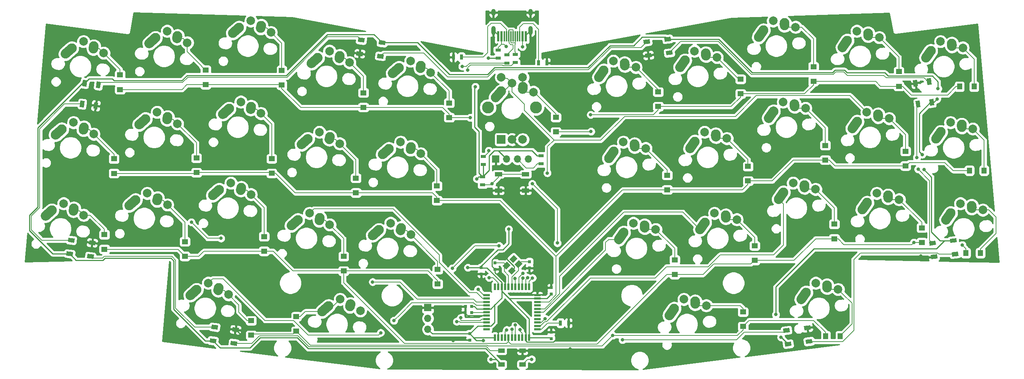
<source format=gbr>
G04 #@! TF.GenerationSoftware,KiCad,Pcbnew,(5.1.10-1-10_14)*
G04 #@! TF.CreationDate,2021-09-21T06:26:05-05:00*
G04 #@! TF.ProjectId,LeChiffre,4c654368-6966-4667-9265-2e6b69636164,rev?*
G04 #@! TF.SameCoordinates,Original*
G04 #@! TF.FileFunction,Copper,L2,Bot*
G04 #@! TF.FilePolarity,Positive*
%FSLAX46Y46*%
G04 Gerber Fmt 4.6, Leading zero omitted, Abs format (unit mm)*
G04 Created by KiCad (PCBNEW (5.1.10-1-10_14)) date 2021-09-21 06:26:05*
%MOMM*%
%LPD*%
G01*
G04 APERTURE LIST*
G04 #@! TA.AperFunction,ComponentPad*
%ADD10R,2.000000X2.000000*%
G04 #@! TD*
G04 #@! TA.AperFunction,ComponentPad*
%ADD11C,2.000000*%
G04 #@! TD*
G04 #@! TA.AperFunction,ComponentPad*
%ADD12C,2.800000*%
G04 #@! TD*
G04 #@! TA.AperFunction,ComponentPad*
%ADD13C,2.250000*%
G04 #@! TD*
G04 #@! TA.AperFunction,SMDPad,CuDef*
%ADD14R,1.500000X1.000000*%
G04 #@! TD*
G04 #@! TA.AperFunction,SMDPad,CuDef*
%ADD15C,0.100000*%
G04 #@! TD*
G04 #@! TA.AperFunction,SMDPad,CuDef*
%ADD16R,1.300000X0.700000*%
G04 #@! TD*
G04 #@! TA.AperFunction,ComponentPad*
%ADD17O,1.700000X1.700000*%
G04 #@! TD*
G04 #@! TA.AperFunction,ComponentPad*
%ADD18R,1.700000X1.700000*%
G04 #@! TD*
G04 #@! TA.AperFunction,SMDPad,CuDef*
%ADD19R,1.400000X1.200000*%
G04 #@! TD*
G04 #@! TA.AperFunction,SMDPad,CuDef*
%ADD20R,1.200000X1.400000*%
G04 #@! TD*
G04 #@! TA.AperFunction,SMDPad,CuDef*
%ADD21R,0.500000X1.500000*%
G04 #@! TD*
G04 #@! TA.AperFunction,SMDPad,CuDef*
%ADD22R,1.500000X0.500000*%
G04 #@! TD*
G04 #@! TA.AperFunction,SMDPad,CuDef*
%ADD23R,1.700000X1.000000*%
G04 #@! TD*
G04 #@! TA.AperFunction,SMDPad,CuDef*
%ADD24R,0.750000X0.800000*%
G04 #@! TD*
G04 #@! TA.AperFunction,SMDPad,CuDef*
%ADD25R,0.800000X0.750000*%
G04 #@! TD*
G04 #@! TA.AperFunction,SMDPad,CuDef*
%ADD26R,0.700000X1.300000*%
G04 #@! TD*
G04 #@! TA.AperFunction,SMDPad,CuDef*
%ADD27R,0.600000X2.450000*%
G04 #@! TD*
G04 #@! TA.AperFunction,SMDPad,CuDef*
%ADD28R,0.300000X2.450000*%
G04 #@! TD*
G04 #@! TA.AperFunction,ComponentPad*
%ADD29O,1.000000X2.100000*%
G04 #@! TD*
G04 #@! TA.AperFunction,ComponentPad*
%ADD30O,1.000000X1.600000*%
G04 #@! TD*
G04 #@! TA.AperFunction,ViaPad*
%ADD31C,0.800000*%
G04 #@! TD*
G04 #@! TA.AperFunction,Conductor*
%ADD32C,0.250000*%
G04 #@! TD*
G04 #@! TA.AperFunction,Conductor*
%ADD33C,0.200000*%
G04 #@! TD*
G04 #@! TA.AperFunction,Conductor*
%ADD34C,0.254000*%
G04 #@! TD*
G04 #@! TA.AperFunction,Conductor*
%ADD35C,0.100000*%
G04 #@! TD*
G04 APERTURE END LIST*
D10*
X135565000Y-67440000D03*
D11*
X138065000Y-67440000D03*
X140565000Y-67440000D03*
D12*
X132465000Y-59940000D03*
X143665000Y-59940000D03*
D11*
X135565000Y-52940000D03*
X140565000Y-52940000D03*
X138065000Y-54290000D03*
X143065000Y-56390000D03*
D13*
X135565000Y-56190000D03*
G04 #@! TA.AperFunction,ComponentPad*
G36*
G01*
X133503688Y-58487350D02*
X133503688Y-58487350D01*
G75*
G02*
X133417650Y-56898688I751312J837350D01*
G01*
X134727640Y-55438680D01*
G75*
G02*
X136316302Y-55352642I837350J-751312D01*
G01*
X136316302Y-55352642D01*
G75*
G02*
X136402340Y-56941304I-751312J-837350D01*
G01*
X135092350Y-58401312D01*
G75*
G02*
X133503688Y-58487350I-837350J751312D01*
G01*
G37*
G04 #@! TD.AperFunction*
X140605000Y-55110000D03*
G04 #@! TA.AperFunction,ComponentPad*
G36*
G01*
X140488483Y-56812395D02*
X140488483Y-56812395D01*
G75*
G02*
X139442605Y-55613483I76517J1122395D01*
G01*
X139482147Y-55033451D01*
G75*
G02*
X140681059Y-53987573I1122395J-76517D01*
G01*
X140681059Y-53987573D01*
G75*
G02*
X141726937Y-55186485I-76517J-1122395D01*
G01*
X141687395Y-55766517D01*
G75*
G02*
X140488483Y-56812395I-1122395J76517D01*
G01*
G37*
G04 #@! TD.AperFunction*
D14*
X135615000Y-119890000D03*
X135615000Y-116690000D03*
X140515000Y-119890000D03*
X140515000Y-116690000D03*
G04 #@! TA.AperFunction,SMDPad,CuDef*
D15*
G36*
X201719778Y-115724329D02*
G01*
X201597909Y-114731783D01*
X203086728Y-114548979D01*
X203208597Y-115541525D01*
X201719778Y-115724329D01*
G37*
G04 #@! TD.AperFunction*
G04 #@! TA.AperFunction,SMDPad,CuDef*
G36*
X201329796Y-112548181D02*
G01*
X201207927Y-111555635D01*
X202696746Y-111372831D01*
X202818615Y-112365377D01*
X201329796Y-112548181D01*
G37*
G04 #@! TD.AperFunction*
G04 #@! TA.AperFunction,SMDPad,CuDef*
G36*
X206583254Y-115127169D02*
G01*
X206461385Y-114134623D01*
X207950204Y-113951819D01*
X208072073Y-114944365D01*
X206583254Y-115127169D01*
G37*
G04 #@! TD.AperFunction*
G04 #@! TA.AperFunction,SMDPad,CuDef*
G36*
X206193272Y-111951021D02*
G01*
X206071403Y-110958475D01*
X207560222Y-110775671D01*
X207682091Y-111768217D01*
X206193272Y-111951021D01*
G37*
G04 #@! TD.AperFunction*
G04 #@! TA.AperFunction,SMDPad,CuDef*
G36*
X241580222Y-90415671D02*
G01*
X241702091Y-91408217D01*
X240213272Y-91591021D01*
X240091403Y-90598475D01*
X241580222Y-90415671D01*
G37*
G04 #@! TD.AperFunction*
G04 #@! TA.AperFunction,SMDPad,CuDef*
G36*
X241970204Y-93591819D02*
G01*
X242092073Y-94584365D01*
X240603254Y-94767169D01*
X240481385Y-93774623D01*
X241970204Y-93591819D01*
G37*
G04 #@! TD.AperFunction*
G04 #@! TA.AperFunction,SMDPad,CuDef*
G36*
X236716746Y-91012831D02*
G01*
X236838615Y-92005377D01*
X235349796Y-92188181D01*
X235227927Y-91195635D01*
X236716746Y-91012831D01*
G37*
G04 #@! TD.AperFunction*
G04 #@! TA.AperFunction,SMDPad,CuDef*
G36*
X237106728Y-94188979D02*
G01*
X237228597Y-95181525D01*
X235739778Y-95364329D01*
X235617909Y-94371783D01*
X237106728Y-94188979D01*
G37*
G04 #@! TD.AperFunction*
G04 #@! TA.AperFunction,SMDPad,CuDef*
G36*
X236434329Y-59460222D02*
G01*
X235441783Y-59582091D01*
X235258979Y-58093272D01*
X236251525Y-57971403D01*
X236434329Y-59460222D01*
G37*
G04 #@! TD.AperFunction*
G04 #@! TA.AperFunction,SMDPad,CuDef*
G36*
X233258181Y-59850204D02*
G01*
X232265635Y-59972073D01*
X232082831Y-58483254D01*
X233075377Y-58361385D01*
X233258181Y-59850204D01*
G37*
G04 #@! TD.AperFunction*
G04 #@! TA.AperFunction,SMDPad,CuDef*
G36*
X235837169Y-54596746D02*
G01*
X234844623Y-54718615D01*
X234661819Y-53229796D01*
X235654365Y-53107927D01*
X235837169Y-54596746D01*
G37*
G04 #@! TD.AperFunction*
G04 #@! TA.AperFunction,SMDPad,CuDef*
G36*
X232661021Y-54986728D02*
G01*
X231668475Y-55108597D01*
X231485671Y-53619778D01*
X232478217Y-53497909D01*
X232661021Y-54986728D01*
G37*
G04 #@! TD.AperFunction*
G04 #@! TA.AperFunction,SMDPad,CuDef*
G36*
X175000222Y-43455671D02*
G01*
X175122091Y-44448217D01*
X173633272Y-44631021D01*
X173511403Y-43638475D01*
X175000222Y-43455671D01*
G37*
G04 #@! TD.AperFunction*
G04 #@! TA.AperFunction,SMDPad,CuDef*
G36*
X175390204Y-46631819D02*
G01*
X175512073Y-47624365D01*
X174023254Y-47807169D01*
X173901385Y-46814623D01*
X175390204Y-46631819D01*
G37*
G04 #@! TD.AperFunction*
G04 #@! TA.AperFunction,SMDPad,CuDef*
G36*
X170136746Y-44052831D02*
G01*
X170258615Y-45045377D01*
X168769796Y-45228181D01*
X168647927Y-44235635D01*
X170136746Y-44052831D01*
G37*
G04 #@! TD.AperFunction*
G04 #@! TA.AperFunction,SMDPad,CuDef*
G36*
X170526728Y-47228979D02*
G01*
X170648597Y-48221525D01*
X169159778Y-48404329D01*
X169037909Y-47411783D01*
X170526728Y-47228979D01*
G37*
G04 #@! TD.AperFunction*
G04 #@! TA.AperFunction,SMDPad,CuDef*
G36*
X108612073Y-44435635D02*
G01*
X108490204Y-45428181D01*
X107001385Y-45245377D01*
X107123254Y-44252831D01*
X108612073Y-44435635D01*
G37*
G04 #@! TD.AperFunction*
G04 #@! TA.AperFunction,SMDPad,CuDef*
G36*
X108222091Y-47611783D02*
G01*
X108100222Y-48604329D01*
X106611403Y-48421525D01*
X106733272Y-47428979D01*
X108222091Y-47611783D01*
G37*
G04 #@! TD.AperFunction*
G04 #@! TA.AperFunction,SMDPad,CuDef*
G36*
X103748597Y-43838475D02*
G01*
X103626728Y-44831021D01*
X102137909Y-44648217D01*
X102259778Y-43655671D01*
X103748597Y-43838475D01*
G37*
G04 #@! TD.AperFunction*
G04 #@! TA.AperFunction,SMDPad,CuDef*
G36*
X103358615Y-47014623D02*
G01*
X103236746Y-48007169D01*
X101747927Y-47824365D01*
X101869796Y-46831819D01*
X103358615Y-47014623D01*
G37*
G04 #@! TD.AperFunction*
G04 #@! TA.AperFunction,SMDPad,CuDef*
G36*
X38105635Y-53497927D02*
G01*
X39098181Y-53619796D01*
X38915377Y-55108615D01*
X37922831Y-54986746D01*
X38105635Y-53497927D01*
G37*
G04 #@! TD.AperFunction*
G04 #@! TA.AperFunction,SMDPad,CuDef*
G36*
X41281783Y-53887909D02*
G01*
X42274329Y-54009778D01*
X42091525Y-55498597D01*
X41098979Y-55376728D01*
X41281783Y-53887909D01*
G37*
G04 #@! TD.AperFunction*
G04 #@! TA.AperFunction,SMDPad,CuDef*
G36*
X37508475Y-58361403D02*
G01*
X38501021Y-58483272D01*
X38318217Y-59972091D01*
X37325671Y-59850222D01*
X37508475Y-58361403D01*
G37*
G04 #@! TD.AperFunction*
G04 #@! TA.AperFunction,SMDPad,CuDef*
G36*
X40684623Y-58751385D02*
G01*
X41677169Y-58873254D01*
X41494365Y-60362073D01*
X40501819Y-60240204D01*
X40684623Y-58751385D01*
G37*
G04 #@! TD.AperFunction*
G04 #@! TA.AperFunction,SMDPad,CuDef*
G36*
X34187927Y-94504365D02*
G01*
X34309796Y-93511819D01*
X35798615Y-93694623D01*
X35676746Y-94687169D01*
X34187927Y-94504365D01*
G37*
G04 #@! TD.AperFunction*
G04 #@! TA.AperFunction,SMDPad,CuDef*
G36*
X34577909Y-91328217D02*
G01*
X34699778Y-90335671D01*
X36188597Y-90518475D01*
X36066728Y-91511021D01*
X34577909Y-91328217D01*
G37*
G04 #@! TD.AperFunction*
G04 #@! TA.AperFunction,SMDPad,CuDef*
G36*
X39051403Y-95101525D02*
G01*
X39173272Y-94108979D01*
X40662091Y-94291783D01*
X40540222Y-95284329D01*
X39051403Y-95101525D01*
G37*
G04 #@! TD.AperFunction*
G04 #@! TA.AperFunction,SMDPad,CuDef*
G36*
X39441385Y-91925377D02*
G01*
X39563254Y-90932831D01*
X41052073Y-91115635D01*
X40930204Y-92108181D01*
X39441385Y-91925377D01*
G37*
G04 #@! TD.AperFunction*
G04 #@! TA.AperFunction,SMDPad,CuDef*
G36*
X67587927Y-114784365D02*
G01*
X67709796Y-113791819D01*
X69198615Y-113974623D01*
X69076746Y-114967169D01*
X67587927Y-114784365D01*
G37*
G04 #@! TD.AperFunction*
G04 #@! TA.AperFunction,SMDPad,CuDef*
G36*
X67977909Y-111608217D02*
G01*
X68099778Y-110615671D01*
X69588597Y-110798475D01*
X69466728Y-111791021D01*
X67977909Y-111608217D01*
G37*
G04 #@! TD.AperFunction*
G04 #@! TA.AperFunction,SMDPad,CuDef*
G36*
X72451403Y-115381525D02*
G01*
X72573272Y-114388979D01*
X74062091Y-114571783D01*
X73940222Y-115564329D01*
X72451403Y-115381525D01*
G37*
G04 #@! TD.AperFunction*
G04 #@! TA.AperFunction,SMDPad,CuDef*
G36*
X72841385Y-112205377D02*
G01*
X72963254Y-111212831D01*
X74452073Y-111395635D01*
X74330204Y-112388181D01*
X72841385Y-112205377D01*
G37*
G04 #@! TD.AperFunction*
D16*
X144840000Y-73110000D03*
X144840000Y-71210000D03*
X131360000Y-71390000D03*
X131360000Y-73290000D03*
D11*
X161692748Y-49132444D03*
X166911404Y-50607444D03*
D13*
X159442934Y-51322955D03*
G04 #@! TA.AperFunction,ComponentPad*
G36*
G01*
X157676964Y-53854392D02*
X157676964Y-53854392D01*
G75*
G02*
X157397957Y-52288057I643664J922671D01*
G01*
X158520253Y-50679283D01*
G75*
G02*
X160086588Y-50400276I922671J-643664D01*
G01*
X160086588Y-50400276D01*
G75*
G02*
X160365595Y-51966611I-643664J-922671D01*
G01*
X159243299Y-53575385D01*
G75*
G02*
X157676964Y-53854392I-922671J643664D01*
G01*
G37*
G04 #@! TD.AperFunction*
X164313748Y-49636783D03*
G04 #@! TA.AperFunction,ComponentPad*
G36*
G01*
X164405569Y-51340689D02*
X164405569Y-51340689D01*
G75*
G02*
X163221376Y-50278174I-60839J1123354D01*
G01*
X163189936Y-49697646D01*
G75*
G02*
X164252451Y-48513453I1123354J60839D01*
G01*
X164252451Y-48513453D01*
G75*
G02*
X165436644Y-49575968I60839J-1123354D01*
G01*
X165468084Y-50156496D01*
G75*
G02*
X164405569Y-51340689I-1123354J-60839D01*
G01*
G37*
G04 #@! TD.AperFunction*
D17*
X118470000Y-111720000D03*
X118470000Y-109180000D03*
D18*
X118470000Y-106640000D03*
D11*
X178111583Y-104695651D03*
X183330239Y-106170651D03*
D13*
X175861769Y-106886162D03*
G04 #@! TA.AperFunction,ComponentPad*
G36*
G01*
X174095799Y-109417599D02*
X174095799Y-109417599D01*
G75*
G02*
X173816792Y-107851264I643664J922671D01*
G01*
X174939088Y-106242490D01*
G75*
G02*
X176505423Y-105963483I922671J-643664D01*
G01*
X176505423Y-105963483D01*
G75*
G02*
X176784430Y-107529818I-643664J-922671D01*
G01*
X175662134Y-109138592D01*
G75*
G02*
X174095799Y-109417599I-922671J643664D01*
G01*
G37*
G04 #@! TD.AperFunction*
X180732583Y-105199990D03*
G04 #@! TA.AperFunction,ComponentPad*
G36*
G01*
X180824404Y-106903896D02*
X180824404Y-106903896D01*
G75*
G02*
X179640211Y-105841381I-60839J1123354D01*
G01*
X179608771Y-105260853D01*
G75*
G02*
X180671286Y-104076660I1123354J60839D01*
G01*
X180671286Y-104076660D01*
G75*
G02*
X181855479Y-105139175I60839J-1123354D01*
G01*
X181886919Y-105719703D01*
G75*
G02*
X180824404Y-106903896I-1123354J-60839D01*
G01*
G37*
G04 #@! TD.AperFunction*
D11*
X98018417Y-104695651D03*
X102725222Y-107389344D03*
D13*
X95305500Y-106276815D03*
G04 #@! TA.AperFunction,ComponentPad*
G36*
G01*
X92979576Y-108305831D02*
X92979576Y-108305831D01*
G75*
G02*
X93087788Y-106718525I847759J739547D01*
G01*
X94565944Y-105429047D01*
G75*
G02*
X96153250Y-105537259I739547J-847759D01*
G01*
X96153250Y-105537259D01*
G75*
G02*
X96045038Y-107124565I-847759J-739547D01*
G01*
X94566882Y-108414043D01*
G75*
G02*
X92979576Y-108305831I-739547J847759D01*
G01*
G37*
G04 #@! TD.AperFunction*
X100439551Y-105819087D03*
G04 #@! TA.AperFunction,ComponentPad*
G36*
G01*
X100116433Y-107494593D02*
X100116433Y-107494593D01*
G75*
G02*
X99224461Y-106177157I212732J1104704D01*
G01*
X99334397Y-105606267D01*
G75*
G02*
X100651833Y-104714295I1104704J-212732D01*
G01*
X100651833Y-104714295D01*
G75*
G02*
X101543805Y-106031731I-212732J-1104704D01*
G01*
X101433869Y-106602621D01*
G75*
G02*
X100116433Y-107494593I-1104704J212732D01*
G01*
G37*
G04 #@! TD.AperFunction*
D17*
X141885000Y-72000000D03*
X139345000Y-72000000D03*
X136805000Y-72000000D03*
D18*
X134265000Y-72000000D03*
D19*
X148290000Y-62260000D03*
X148290000Y-65660000D03*
D20*
X247210000Y-93920000D03*
X243810000Y-93920000D03*
X248060000Y-74690000D03*
X244660000Y-74690000D03*
X245750000Y-55090000D03*
X242350000Y-55090000D03*
D19*
X233560000Y-88060000D03*
X233560000Y-91460000D03*
X229760000Y-70200000D03*
X229760000Y-73600000D03*
X228210000Y-51620000D03*
X228210000Y-55020000D03*
X213160000Y-87190000D03*
X213160000Y-90590000D03*
X211060000Y-68820000D03*
X211060000Y-72220000D03*
X208320000Y-50480000D03*
X208320000Y-53880000D03*
D20*
X214550000Y-113300000D03*
X211150000Y-113300000D03*
D19*
X194620000Y-92230000D03*
X194620000Y-95630000D03*
X193060000Y-73710000D03*
X193060000Y-77110000D03*
X191320000Y-53370000D03*
X191320000Y-56770000D03*
X191900000Y-107650000D03*
X191900000Y-111050000D03*
X175980000Y-95520000D03*
X175980000Y-98920000D03*
X174220000Y-75780000D03*
X174220000Y-79180000D03*
X172120000Y-56350000D03*
X172120000Y-59750000D03*
X87820000Y-108740000D03*
X87820000Y-112140000D03*
X120730000Y-97750000D03*
X120730000Y-101150000D03*
X120580000Y-78280000D03*
X120580000Y-81680000D03*
X123430000Y-58920000D03*
X123430000Y-62320000D03*
X77290000Y-109690000D03*
X77290000Y-113090000D03*
X98830000Y-94710000D03*
X98830000Y-98110000D03*
X101690000Y-76470000D03*
X101690000Y-79870000D03*
X103440000Y-56560000D03*
X103440000Y-59960000D03*
X80310000Y-90090000D03*
X80310000Y-93490000D03*
X82080000Y-71920000D03*
X82080000Y-75320000D03*
X84420000Y-51330000D03*
X84420000Y-54730000D03*
X61860000Y-91280000D03*
X61860000Y-94680000D03*
X64550000Y-71750000D03*
X64550000Y-75150000D03*
X66690000Y-51240000D03*
X66690000Y-54640000D03*
X43090000Y-89640000D03*
X43090000Y-93040000D03*
X45330000Y-71950000D03*
X45330000Y-75350000D03*
X46730000Y-52390000D03*
X46730000Y-55790000D03*
G04 #@! TA.AperFunction,SMDPad,CuDef*
D15*
G36*
X139654569Y-95553984D02*
G01*
X140503097Y-96402512D01*
X139513147Y-97392462D01*
X138664619Y-96543934D01*
X139654569Y-95553984D01*
G37*
G04 #@! TD.AperFunction*
G04 #@! TA.AperFunction,SMDPad,CuDef*
G36*
X138098934Y-97109619D02*
G01*
X138947462Y-97958147D01*
X137957512Y-98948097D01*
X137108984Y-98099569D01*
X138098934Y-97109619D01*
G37*
G04 #@! TD.AperFunction*
G04 #@! TA.AperFunction,SMDPad,CuDef*
G36*
X136896853Y-95907538D02*
G01*
X137745381Y-96756066D01*
X136755431Y-97746016D01*
X135906903Y-96897488D01*
X136896853Y-95907538D01*
G37*
G04 #@! TD.AperFunction*
G04 #@! TA.AperFunction,SMDPad,CuDef*
G36*
X138452488Y-94351903D02*
G01*
X139301016Y-95200431D01*
X138311066Y-96190381D01*
X137462538Y-95341853D01*
X138452488Y-94351903D01*
G37*
G04 #@! TD.AperFunction*
D21*
X134065000Y-113620000D03*
X134865000Y-113620000D03*
X135665000Y-113620000D03*
X136465000Y-113620000D03*
X137265000Y-113620000D03*
X138065000Y-113620000D03*
X138865000Y-113620000D03*
X139665000Y-113620000D03*
X140465000Y-113620000D03*
X141265000Y-113620000D03*
X142065000Y-113620000D03*
D22*
X143965000Y-111720000D03*
X143965000Y-110920000D03*
X143965000Y-110120000D03*
X143965000Y-109320000D03*
X143965000Y-108520000D03*
X143965000Y-107720000D03*
X143965000Y-106920000D03*
X143965000Y-106120000D03*
X143965000Y-105320000D03*
X143965000Y-104520000D03*
X143965000Y-103720000D03*
D21*
X142065000Y-101820000D03*
X141265000Y-101820000D03*
X140465000Y-101820000D03*
X139665000Y-101820000D03*
X138865000Y-101820000D03*
X138065000Y-101820000D03*
X137265000Y-101820000D03*
X136465000Y-101820000D03*
X135665000Y-101820000D03*
X134865000Y-101820000D03*
X134065000Y-101820000D03*
D22*
X132165000Y-103720000D03*
X132165000Y-104520000D03*
X132165000Y-105320000D03*
X132165000Y-106120000D03*
X132165000Y-106920000D03*
X132165000Y-107720000D03*
X132165000Y-108520000D03*
X132165000Y-109320000D03*
X132165000Y-110120000D03*
X132165000Y-110920000D03*
X132165000Y-111720000D03*
D11*
X242548389Y-82389010D03*
X247767045Y-83864010D03*
D13*
X240298575Y-84579521D03*
G04 #@! TA.AperFunction,ComponentPad*
G36*
G01*
X238532605Y-87110958D02*
X238532605Y-87110958D01*
G75*
G02*
X238253598Y-85544623I643664J922671D01*
G01*
X239375894Y-83935849D01*
G75*
G02*
X240942229Y-83656842I922671J-643664D01*
G01*
X240942229Y-83656842D01*
G75*
G02*
X241221236Y-85223177I-643664J-922671D01*
G01*
X240098940Y-86831951D01*
G75*
G02*
X238532605Y-87110958I-922671J643664D01*
G01*
G37*
G04 #@! TD.AperFunction*
X245169389Y-82893349D03*
G04 #@! TA.AperFunction,ComponentPad*
G36*
G01*
X245261210Y-84597255D02*
X245261210Y-84597255D01*
G75*
G02*
X244077017Y-83534740I-60839J1123354D01*
G01*
X244045577Y-82954212D01*
G75*
G02*
X245108092Y-81770019I1123354J60839D01*
G01*
X245108092Y-81770019D01*
G75*
G02*
X246292285Y-82832534I60839J-1123354D01*
G01*
X246323725Y-83413062D01*
G75*
G02*
X245261210Y-84597255I-1123354J-60839D01*
G01*
G37*
G04 #@! TD.AperFunction*
D11*
X240226778Y-63481005D03*
X245445434Y-64956005D03*
D13*
X237976964Y-65671516D03*
G04 #@! TA.AperFunction,ComponentPad*
G36*
G01*
X236210994Y-68202953D02*
X236210994Y-68202953D01*
G75*
G02*
X235931987Y-66636618I643664J922671D01*
G01*
X237054283Y-65027844D01*
G75*
G02*
X238620618Y-64748837I922671J-643664D01*
G01*
X238620618Y-64748837D01*
G75*
G02*
X238899625Y-66315172I-643664J-922671D01*
G01*
X237777329Y-67923946D01*
G75*
G02*
X236210994Y-68202953I-922671J643664D01*
G01*
G37*
G04 #@! TD.AperFunction*
X242847778Y-63985344D03*
G04 #@! TA.AperFunction,ComponentPad*
G36*
G01*
X242939599Y-65689250D02*
X242939599Y-65689250D01*
G75*
G02*
X241755406Y-64626735I-60839J1123354D01*
G01*
X241723966Y-64046207D01*
G75*
G02*
X242786481Y-62862014I1123354J60839D01*
G01*
X242786481Y-62862014D01*
G75*
G02*
X243970674Y-63924529I60839J-1123354D01*
G01*
X244002114Y-64505057D01*
G75*
G02*
X242939599Y-65689250I-1123354J-60839D01*
G01*
G37*
G04 #@! TD.AperFunction*
D11*
X237905167Y-44573001D03*
X243123823Y-46048001D03*
D13*
X235655353Y-46763512D03*
G04 #@! TA.AperFunction,ComponentPad*
G36*
G01*
X233889383Y-49294949D02*
X233889383Y-49294949D01*
G75*
G02*
X233610376Y-47728614I643664J922671D01*
G01*
X234732672Y-46119840D01*
G75*
G02*
X236299007Y-45840833I922671J-643664D01*
G01*
X236299007Y-45840833D01*
G75*
G02*
X236578014Y-47407168I-643664J-922671D01*
G01*
X235455718Y-49015942D01*
G75*
G02*
X233889383Y-49294949I-922671J643664D01*
G01*
G37*
G04 #@! TD.AperFunction*
X240526167Y-45077340D03*
G04 #@! TA.AperFunction,ComponentPad*
G36*
G01*
X240617988Y-46781246D02*
X240617988Y-46781246D01*
G75*
G02*
X239433795Y-45718731I-60839J1123354D01*
G01*
X239402355Y-45138203D01*
G75*
G02*
X240464870Y-43954010I1123354J60839D01*
G01*
X240464870Y-43954010D01*
G75*
G02*
X241649063Y-45016525I60839J-1123354D01*
G01*
X241680503Y-45597053D01*
G75*
G02*
X240617988Y-46781246I-1123354J-60839D01*
G01*
G37*
G04 #@! TD.AperFunction*
D11*
X223059982Y-79983620D03*
X228278638Y-81458620D03*
D13*
X220810168Y-82174131D03*
G04 #@! TA.AperFunction,ComponentPad*
G36*
G01*
X219044198Y-84705568D02*
X219044198Y-84705568D01*
G75*
G02*
X218765191Y-83139233I643664J922671D01*
G01*
X219887487Y-81530459D01*
G75*
G02*
X221453822Y-81251452I922671J-643664D01*
G01*
X221453822Y-81251452D01*
G75*
G02*
X221732829Y-82817787I-643664J-922671D01*
G01*
X220610533Y-84426561D01*
G75*
G02*
X219044198Y-84705568I-922671J643664D01*
G01*
G37*
G04 #@! TD.AperFunction*
X225680982Y-80487959D03*
G04 #@! TA.AperFunction,ComponentPad*
G36*
G01*
X225772803Y-82191865D02*
X225772803Y-82191865D01*
G75*
G02*
X224588610Y-81129350I-60839J1123354D01*
G01*
X224557170Y-80548822D01*
G75*
G02*
X225619685Y-79364629I1123354J60839D01*
G01*
X225619685Y-79364629D01*
G75*
G02*
X226803878Y-80427144I60839J-1123354D01*
G01*
X226835318Y-81007672D01*
G75*
G02*
X225772803Y-82191865I-1123354J-60839D01*
G01*
G37*
G04 #@! TD.AperFunction*
D11*
X220738371Y-61075615D03*
X225957027Y-62550615D03*
D13*
X218488557Y-63266126D03*
G04 #@! TA.AperFunction,ComponentPad*
G36*
G01*
X216722587Y-65797563D02*
X216722587Y-65797563D01*
G75*
G02*
X216443580Y-64231228I643664J922671D01*
G01*
X217565876Y-62622454D01*
G75*
G02*
X219132211Y-62343447I922671J-643664D01*
G01*
X219132211Y-62343447D01*
G75*
G02*
X219411218Y-63909782I-643664J-922671D01*
G01*
X218288922Y-65518556D01*
G75*
G02*
X216722587Y-65797563I-922671J643664D01*
G01*
G37*
G04 #@! TD.AperFunction*
X223359371Y-61579954D03*
G04 #@! TA.AperFunction,ComponentPad*
G36*
G01*
X223451192Y-63283860D02*
X223451192Y-63283860D01*
G75*
G02*
X222266999Y-62221345I-60839J1123354D01*
G01*
X222235559Y-61640817D01*
G75*
G02*
X223298074Y-60456624I1123354J60839D01*
G01*
X223298074Y-60456624D01*
G75*
G02*
X224482267Y-61519139I60839J-1123354D01*
G01*
X224513707Y-62099667D01*
G75*
G02*
X223451192Y-63283860I-1123354J-60839D01*
G01*
G37*
G04 #@! TD.AperFunction*
D11*
X218416760Y-42167611D03*
X223635416Y-43642611D03*
D13*
X216166946Y-44358122D03*
G04 #@! TA.AperFunction,ComponentPad*
G36*
G01*
X214400976Y-46889559D02*
X214400976Y-46889559D01*
G75*
G02*
X214121969Y-45323224I643664J922671D01*
G01*
X215244265Y-43714450D01*
G75*
G02*
X216810600Y-43435443I922671J-643664D01*
G01*
X216810600Y-43435443D01*
G75*
G02*
X217089607Y-45001778I-643664J-922671D01*
G01*
X215967311Y-46610552D01*
G75*
G02*
X214400976Y-46889559I-922671J643664D01*
G01*
G37*
G04 #@! TD.AperFunction*
X221037760Y-42671950D03*
G04 #@! TA.AperFunction,ComponentPad*
G36*
G01*
X221129581Y-44375856D02*
X221129581Y-44375856D01*
G75*
G02*
X219945388Y-43313341I-60839J1123354D01*
G01*
X219913948Y-42732813D01*
G75*
G02*
X220976463Y-41548620I1123354J60839D01*
G01*
X220976463Y-41548620D01*
G75*
G02*
X222160656Y-42611135I60839J-1123354D01*
G01*
X222192096Y-43191663D01*
G75*
G02*
X221129581Y-44375856I-1123354J-60839D01*
G01*
G37*
G04 #@! TD.AperFunction*
D11*
X203571575Y-77578230D03*
X208790231Y-79053230D03*
D13*
X201321761Y-79768741D03*
G04 #@! TA.AperFunction,ComponentPad*
G36*
G01*
X199555791Y-82300178D02*
X199555791Y-82300178D01*
G75*
G02*
X199276784Y-80733843I643664J922671D01*
G01*
X200399080Y-79125069D01*
G75*
G02*
X201965415Y-78846062I922671J-643664D01*
G01*
X201965415Y-78846062D01*
G75*
G02*
X202244422Y-80412397I-643664J-922671D01*
G01*
X201122126Y-82021171D01*
G75*
G02*
X199555791Y-82300178I-922671J643664D01*
G01*
G37*
G04 #@! TD.AperFunction*
X206192575Y-78082569D03*
G04 #@! TA.AperFunction,ComponentPad*
G36*
G01*
X206284396Y-79786475D02*
X206284396Y-79786475D01*
G75*
G02*
X205100203Y-78723960I-60839J1123354D01*
G01*
X205068763Y-78143432D01*
G75*
G02*
X206131278Y-76959239I1123354J60839D01*
G01*
X206131278Y-76959239D01*
G75*
G02*
X207315471Y-78021754I60839J-1123354D01*
G01*
X207346911Y-78602282D01*
G75*
G02*
X206284396Y-79786475I-1123354J-60839D01*
G01*
G37*
G04 #@! TD.AperFunction*
D11*
X201249964Y-58670225D03*
X206468620Y-60145225D03*
D13*
X199000150Y-60860736D03*
G04 #@! TA.AperFunction,ComponentPad*
G36*
G01*
X197234180Y-63392173D02*
X197234180Y-63392173D01*
G75*
G02*
X196955173Y-61825838I643664J922671D01*
G01*
X198077469Y-60217064D01*
G75*
G02*
X199643804Y-59938057I922671J-643664D01*
G01*
X199643804Y-59938057D01*
G75*
G02*
X199922811Y-61504392I-643664J-922671D01*
G01*
X198800515Y-63113166D01*
G75*
G02*
X197234180Y-63392173I-922671J643664D01*
G01*
G37*
G04 #@! TD.AperFunction*
X203870964Y-59174564D03*
G04 #@! TA.AperFunction,ComponentPad*
G36*
G01*
X203962785Y-60878470D02*
X203962785Y-60878470D01*
G75*
G02*
X202778592Y-59815955I-60839J1123354D01*
G01*
X202747152Y-59235427D01*
G75*
G02*
X203809667Y-58051234I1123354J60839D01*
G01*
X203809667Y-58051234D01*
G75*
G02*
X204993860Y-59113749I60839J-1123354D01*
G01*
X205025300Y-59694277D01*
G75*
G02*
X203962785Y-60878470I-1123354J-60839D01*
G01*
G37*
G04 #@! TD.AperFunction*
D11*
X198928353Y-39762221D03*
X204147009Y-41237221D03*
D13*
X196678539Y-41952732D03*
G04 #@! TA.AperFunction,ComponentPad*
G36*
G01*
X194912569Y-44484169D02*
X194912569Y-44484169D01*
G75*
G02*
X194633562Y-42917834I643664J922671D01*
G01*
X195755858Y-41309060D01*
G75*
G02*
X197322193Y-41030053I922671J-643664D01*
G01*
X197322193Y-41030053D01*
G75*
G02*
X197601200Y-42596388I-643664J-922671D01*
G01*
X196478904Y-44205162D01*
G75*
G02*
X194912569Y-44484169I-922671J643664D01*
G01*
G37*
G04 #@! TD.AperFunction*
X201549353Y-40266560D03*
G04 #@! TA.AperFunction,ComponentPad*
G36*
G01*
X201641174Y-41970466D02*
X201641174Y-41970466D01*
G75*
G02*
X200456981Y-40907951I-60839J1123354D01*
G01*
X200425541Y-40327423D01*
G75*
G02*
X201488056Y-39143230I1123354J60839D01*
G01*
X201488056Y-39143230D01*
G75*
G02*
X202672249Y-40205745I60839J-1123354D01*
G01*
X202703689Y-40786273D01*
G75*
G02*
X201641174Y-41970466I-1123354J-60839D01*
G01*
G37*
G04 #@! TD.AperFunction*
D11*
X208836842Y-100923064D03*
X214055498Y-102398064D03*
D13*
X206587028Y-103113575D03*
G04 #@! TA.AperFunction,ComponentPad*
G36*
G01*
X204821058Y-105645012D02*
X204821058Y-105645012D01*
G75*
G02*
X204542051Y-104078677I643664J922671D01*
G01*
X205664347Y-102469903D01*
G75*
G02*
X207230682Y-102190896I922671J-643664D01*
G01*
X207230682Y-102190896D01*
G75*
G02*
X207509689Y-103757231I-643664J-922671D01*
G01*
X206387393Y-105366005D01*
G75*
G02*
X204821058Y-105645012I-922671J643664D01*
G01*
G37*
G04 #@! TD.AperFunction*
X211457842Y-101427403D03*
G04 #@! TA.AperFunction,ComponentPad*
G36*
G01*
X211549663Y-103131309D02*
X211549663Y-103131309D01*
G75*
G02*
X210365470Y-102068794I-60839J1123354D01*
G01*
X210334030Y-101488266D01*
G75*
G02*
X211396545Y-100304073I1123354J60839D01*
G01*
X211396545Y-100304073D01*
G75*
G02*
X212580738Y-101366588I60839J-1123354D01*
G01*
X212612178Y-101947116D01*
G75*
G02*
X211549663Y-103131309I-1123354J-60839D01*
G01*
G37*
G04 #@! TD.AperFunction*
D11*
X185243974Y-84626842D03*
X190462630Y-86101842D03*
D13*
X182994160Y-86817353D03*
G04 #@! TA.AperFunction,ComponentPad*
G36*
G01*
X181228190Y-89348790D02*
X181228190Y-89348790D01*
G75*
G02*
X180949183Y-87782455I643664J922671D01*
G01*
X182071479Y-86173681D01*
G75*
G02*
X183637814Y-85894674I922671J-643664D01*
G01*
X183637814Y-85894674D01*
G75*
G02*
X183916821Y-87461009I-643664J-922671D01*
G01*
X182794525Y-89069783D01*
G75*
G02*
X181228190Y-89348790I-922671J643664D01*
G01*
G37*
G04 #@! TD.AperFunction*
X187864974Y-85131181D03*
G04 #@! TA.AperFunction,ComponentPad*
G36*
G01*
X187956795Y-86835087D02*
X187956795Y-86835087D01*
G75*
G02*
X186772602Y-85772572I-60839J1123354D01*
G01*
X186741162Y-85192044D01*
G75*
G02*
X187803677Y-84007851I1123354J60839D01*
G01*
X187803677Y-84007851D01*
G75*
G02*
X188987870Y-85070366I60839J-1123354D01*
G01*
X189019310Y-85650894D01*
G75*
G02*
X187956795Y-86835087I-1123354J-60839D01*
G01*
G37*
G04 #@! TD.AperFunction*
D11*
X182922363Y-65718837D03*
X188141019Y-67193837D03*
D13*
X180672549Y-67909348D03*
G04 #@! TA.AperFunction,ComponentPad*
G36*
G01*
X178906579Y-70440785D02*
X178906579Y-70440785D01*
G75*
G02*
X178627572Y-68874450I643664J922671D01*
G01*
X179749868Y-67265676D01*
G75*
G02*
X181316203Y-66986669I922671J-643664D01*
G01*
X181316203Y-66986669D01*
G75*
G02*
X181595210Y-68553004I-643664J-922671D01*
G01*
X180472914Y-70161778D01*
G75*
G02*
X178906579Y-70440785I-922671J643664D01*
G01*
G37*
G04 #@! TD.AperFunction*
X185543363Y-66223176D03*
G04 #@! TA.AperFunction,ComponentPad*
G36*
G01*
X185635184Y-67927082D02*
X185635184Y-67927082D01*
G75*
G02*
X184450991Y-66864567I-60839J1123354D01*
G01*
X184419551Y-66284039D01*
G75*
G02*
X185482066Y-65099846I1123354J60839D01*
G01*
X185482066Y-65099846D01*
G75*
G02*
X186666259Y-66162361I60839J-1123354D01*
G01*
X186697699Y-66742889D01*
G75*
G02*
X185635184Y-67927082I-1123354J-60839D01*
G01*
G37*
G04 #@! TD.AperFunction*
D11*
X180600752Y-46810833D03*
X185819408Y-48285833D03*
D13*
X178350938Y-49001344D03*
G04 #@! TA.AperFunction,ComponentPad*
G36*
G01*
X176584968Y-51532781D02*
X176584968Y-51532781D01*
G75*
G02*
X176305961Y-49966446I643664J922671D01*
G01*
X177428257Y-48357672D01*
G75*
G02*
X178994592Y-48078665I922671J-643664D01*
G01*
X178994592Y-48078665D01*
G75*
G02*
X179273599Y-49645000I-643664J-922671D01*
G01*
X178151303Y-51253774D01*
G75*
G02*
X176584968Y-51532781I-922671J643664D01*
G01*
G37*
G04 #@! TD.AperFunction*
X183221752Y-47315172D03*
G04 #@! TA.AperFunction,ComponentPad*
G36*
G01*
X183313573Y-49019078D02*
X183313573Y-49019078D01*
G75*
G02*
X182129380Y-47956563I-60839J1123354D01*
G01*
X182097940Y-47376035D01*
G75*
G02*
X183160455Y-46191842I1123354J60839D01*
G01*
X183160455Y-46191842D01*
G75*
G02*
X184344648Y-47254357I60839J-1123354D01*
G01*
X184376088Y-47834885D01*
G75*
G02*
X183313573Y-49019078I-1123354J-60839D01*
G01*
G37*
G04 #@! TD.AperFunction*
D11*
X166335969Y-86948453D03*
X171554625Y-88423453D03*
D13*
X164086155Y-89138964D03*
G04 #@! TA.AperFunction,ComponentPad*
G36*
G01*
X162320185Y-91670401D02*
X162320185Y-91670401D01*
G75*
G02*
X162041178Y-90104066I643664J922671D01*
G01*
X163163474Y-88495292D01*
G75*
G02*
X164729809Y-88216285I922671J-643664D01*
G01*
X164729809Y-88216285D01*
G75*
G02*
X165008816Y-89782620I-643664J-922671D01*
G01*
X163886520Y-91391394D01*
G75*
G02*
X162320185Y-91670401I-922671J643664D01*
G01*
G37*
G04 #@! TD.AperFunction*
X168956969Y-87452792D03*
G04 #@! TA.AperFunction,ComponentPad*
G36*
G01*
X169048790Y-89156698D02*
X169048790Y-89156698D01*
G75*
G02*
X167864597Y-88094183I-60839J1123354D01*
G01*
X167833157Y-87513655D01*
G75*
G02*
X168895672Y-86329462I1123354J60839D01*
G01*
X168895672Y-86329462D01*
G75*
G02*
X170079865Y-87391977I60839J-1123354D01*
G01*
X170111305Y-87972505D01*
G75*
G02*
X169048790Y-89156698I-1123354J-60839D01*
G01*
G37*
G04 #@! TD.AperFunction*
D11*
X164014359Y-68040448D03*
X169233015Y-69515448D03*
D13*
X161764545Y-70230959D03*
G04 #@! TA.AperFunction,ComponentPad*
G36*
G01*
X159998575Y-72762396D02*
X159998575Y-72762396D01*
G75*
G02*
X159719568Y-71196061I643664J922671D01*
G01*
X160841864Y-69587287D01*
G75*
G02*
X162408199Y-69308280I922671J-643664D01*
G01*
X162408199Y-69308280D01*
G75*
G02*
X162687206Y-70874615I-643664J-922671D01*
G01*
X161564910Y-72483389D01*
G75*
G02*
X159998575Y-72762396I-922671J643664D01*
G01*
G37*
G04 #@! TD.AperFunction*
X166635359Y-68544787D03*
G04 #@! TA.AperFunction,ComponentPad*
G36*
G01*
X166727180Y-70248693D02*
X166727180Y-70248693D01*
G75*
G02*
X165542987Y-69186178I-60839J1123354D01*
G01*
X165511547Y-68605650D01*
G75*
G02*
X166574062Y-67421457I1123354J60839D01*
G01*
X166574062Y-67421457D01*
G75*
G02*
X167758255Y-68483972I60839J-1123354D01*
G01*
X167789695Y-69064500D01*
G75*
G02*
X166727180Y-70248693I-1123354J-60839D01*
G01*
G37*
G04 #@! TD.AperFunction*
D11*
X109794031Y-86948453D03*
X114500836Y-89642146D03*
D13*
X107081114Y-88529617D03*
G04 #@! TA.AperFunction,ComponentPad*
G36*
G01*
X104755190Y-90558633D02*
X104755190Y-90558633D01*
G75*
G02*
X104863402Y-88971327I847759J739547D01*
G01*
X106341558Y-87681849D01*
G75*
G02*
X107928864Y-87790061I739547J-847759D01*
G01*
X107928864Y-87790061D01*
G75*
G02*
X107820652Y-89377367I-847759J-739547D01*
G01*
X106342496Y-90666845D01*
G75*
G02*
X104755190Y-90558633I-739547J847759D01*
G01*
G37*
G04 #@! TD.AperFunction*
X112215165Y-88071889D03*
G04 #@! TA.AperFunction,ComponentPad*
G36*
G01*
X111892047Y-89747395D02*
X111892047Y-89747395D01*
G75*
G02*
X111000075Y-88429959I212732J1104704D01*
G01*
X111110011Y-87859069D01*
G75*
G02*
X112427447Y-86967097I1104704J-212732D01*
G01*
X112427447Y-86967097D01*
G75*
G02*
X113319419Y-88284533I-212732J-1104704D01*
G01*
X113209483Y-88855423D01*
G75*
G02*
X111892047Y-89747395I-1104704J212732D01*
G01*
G37*
G04 #@! TD.AperFunction*
D11*
X112115641Y-68040448D03*
X116822446Y-70734141D03*
D13*
X109402724Y-69621612D03*
G04 #@! TA.AperFunction,ComponentPad*
G36*
G01*
X107076800Y-71650628D02*
X107076800Y-71650628D01*
G75*
G02*
X107185012Y-70063322I847759J739547D01*
G01*
X108663168Y-68773844D01*
G75*
G02*
X110250474Y-68882056I739547J-847759D01*
G01*
X110250474Y-68882056D01*
G75*
G02*
X110142262Y-70469362I-847759J-739547D01*
G01*
X108664106Y-71758840D01*
G75*
G02*
X107076800Y-71650628I-739547J847759D01*
G01*
G37*
G04 #@! TD.AperFunction*
X114536775Y-69163884D03*
G04 #@! TA.AperFunction,ComponentPad*
G36*
G01*
X114213657Y-70839390D02*
X114213657Y-70839390D01*
G75*
G02*
X113321685Y-69521954I212732J1104704D01*
G01*
X113431621Y-68951064D01*
G75*
G02*
X114749057Y-68059092I1104704J-212732D01*
G01*
X114749057Y-68059092D01*
G75*
G02*
X115641029Y-69376528I-212732J-1104704D01*
G01*
X115531093Y-69947418D01*
G75*
G02*
X114213657Y-70839390I-1104704J212732D01*
G01*
G37*
G04 #@! TD.AperFunction*
D11*
X114437252Y-49132444D03*
X119144057Y-51826137D03*
D13*
X111724335Y-50713608D03*
G04 #@! TA.AperFunction,ComponentPad*
G36*
G01*
X109398411Y-52742624D02*
X109398411Y-52742624D01*
G75*
G02*
X109506623Y-51155318I847759J739547D01*
G01*
X110984779Y-49865840D01*
G75*
G02*
X112572085Y-49974052I739547J-847759D01*
G01*
X112572085Y-49974052D01*
G75*
G02*
X112463873Y-51561358I-847759J-739547D01*
G01*
X110985717Y-52850836D01*
G75*
G02*
X109398411Y-52742624I-739547J847759D01*
G01*
G37*
G04 #@! TD.AperFunction*
X116858386Y-50255880D03*
G04 #@! TA.AperFunction,ComponentPad*
G36*
G01*
X116535268Y-51931386D02*
X116535268Y-51931386D01*
G75*
G02*
X115643296Y-50613950I212732J1104704D01*
G01*
X115753232Y-50043060D01*
G75*
G02*
X117070668Y-49151088I1104704J-212732D01*
G01*
X117070668Y-49151088D01*
G75*
G02*
X117962640Y-50468524I-212732J-1104704D01*
G01*
X117852704Y-51039414D01*
G75*
G02*
X116535268Y-51931386I-1104704J212732D01*
G01*
G37*
G04 #@! TD.AperFunction*
D11*
X67293158Y-100923064D03*
X71999963Y-103616757D03*
D13*
X64580241Y-102504228D03*
G04 #@! TA.AperFunction,ComponentPad*
G36*
G01*
X62254317Y-104533244D02*
X62254317Y-104533244D01*
G75*
G02*
X62362529Y-102945938I847759J739547D01*
G01*
X63840685Y-101656460D01*
G75*
G02*
X65427991Y-101764672I739547J-847759D01*
G01*
X65427991Y-101764672D01*
G75*
G02*
X65319779Y-103351978I-847759J-739547D01*
G01*
X63841623Y-104641456D01*
G75*
G02*
X62254317Y-104533244I-739547J847759D01*
G01*
G37*
G04 #@! TD.AperFunction*
X69714292Y-102046500D03*
G04 #@! TA.AperFunction,ComponentPad*
G36*
G01*
X69391174Y-103722006D02*
X69391174Y-103722006D01*
G75*
G02*
X68499202Y-102404570I212732J1104704D01*
G01*
X68609138Y-101833680D01*
G75*
G02*
X69926574Y-100941708I1104704J-212732D01*
G01*
X69926574Y-100941708D01*
G75*
G02*
X70818546Y-102259144I-212732J-1104704D01*
G01*
X70708610Y-102830034D01*
G75*
G02*
X69391174Y-103722006I-1104704J212732D01*
G01*
G37*
G04 #@! TD.AperFunction*
D11*
X90886026Y-84626842D03*
X95592831Y-87320535D03*
D13*
X88173109Y-86208006D03*
G04 #@! TA.AperFunction,ComponentPad*
G36*
G01*
X85847185Y-88237022D02*
X85847185Y-88237022D01*
G75*
G02*
X85955397Y-86649716I847759J739547D01*
G01*
X87433553Y-85360238D01*
G75*
G02*
X89020859Y-85468450I739547J-847759D01*
G01*
X89020859Y-85468450D01*
G75*
G02*
X88912647Y-87055756I-847759J-739547D01*
G01*
X87434491Y-88345234D01*
G75*
G02*
X85847185Y-88237022I-739547J847759D01*
G01*
G37*
G04 #@! TD.AperFunction*
X93307160Y-85750278D03*
G04 #@! TA.AperFunction,ComponentPad*
G36*
G01*
X92984042Y-87425784D02*
X92984042Y-87425784D01*
G75*
G02*
X92092070Y-86108348I212732J1104704D01*
G01*
X92202006Y-85537458D01*
G75*
G02*
X93519442Y-84645486I1104704J-212732D01*
G01*
X93519442Y-84645486D01*
G75*
G02*
X94411414Y-85962922I-212732J-1104704D01*
G01*
X94301478Y-86533812D01*
G75*
G02*
X92984042Y-87425784I-1104704J212732D01*
G01*
G37*
G04 #@! TD.AperFunction*
D11*
X93207637Y-65718837D03*
X97914442Y-68412530D03*
D13*
X90494720Y-67300001D03*
G04 #@! TA.AperFunction,ComponentPad*
G36*
G01*
X88168796Y-69329017D02*
X88168796Y-69329017D01*
G75*
G02*
X88277008Y-67741711I847759J739547D01*
G01*
X89755164Y-66452233D01*
G75*
G02*
X91342470Y-66560445I739547J-847759D01*
G01*
X91342470Y-66560445D01*
G75*
G02*
X91234258Y-68147751I-847759J-739547D01*
G01*
X89756102Y-69437229D01*
G75*
G02*
X88168796Y-69329017I-739547J847759D01*
G01*
G37*
G04 #@! TD.AperFunction*
X95628771Y-66842273D03*
G04 #@! TA.AperFunction,ComponentPad*
G36*
G01*
X95305653Y-68517779D02*
X95305653Y-68517779D01*
G75*
G02*
X94413681Y-67200343I212732J1104704D01*
G01*
X94523617Y-66629453D01*
G75*
G02*
X95841053Y-65737481I1104704J-212732D01*
G01*
X95841053Y-65737481D01*
G75*
G02*
X96733025Y-67054917I-212732J-1104704D01*
G01*
X96623089Y-67625807D01*
G75*
G02*
X95305653Y-68517779I-1104704J212732D01*
G01*
G37*
G04 #@! TD.AperFunction*
D11*
X95529248Y-46810833D03*
X100236053Y-49504526D03*
D13*
X92816331Y-48391997D03*
G04 #@! TA.AperFunction,ComponentPad*
G36*
G01*
X90490407Y-50421013D02*
X90490407Y-50421013D01*
G75*
G02*
X90598619Y-48833707I847759J739547D01*
G01*
X92076775Y-47544229D01*
G75*
G02*
X93664081Y-47652441I739547J-847759D01*
G01*
X93664081Y-47652441D01*
G75*
G02*
X93555869Y-49239747I-847759J-739547D01*
G01*
X92077713Y-50529225D01*
G75*
G02*
X90490407Y-50421013I-739547J847759D01*
G01*
G37*
G04 #@! TD.AperFunction*
X97950382Y-47934269D03*
G04 #@! TA.AperFunction,ComponentPad*
G36*
G01*
X97627264Y-49609775D02*
X97627264Y-49609775D01*
G75*
G02*
X96735292Y-48292339I212732J1104704D01*
G01*
X96845228Y-47721449D01*
G75*
G02*
X98162664Y-46829477I1104704J-212732D01*
G01*
X98162664Y-46829477D01*
G75*
G02*
X99054636Y-48146913I-212732J-1104704D01*
G01*
X98944700Y-48717803D01*
G75*
G02*
X97627264Y-49609775I-1104704J212732D01*
G01*
G37*
G04 #@! TD.AperFunction*
D11*
X72558425Y-77578230D03*
X77265230Y-80271923D03*
D13*
X69845508Y-79159394D03*
G04 #@! TA.AperFunction,ComponentPad*
G36*
G01*
X67519584Y-81188410D02*
X67519584Y-81188410D01*
G75*
G02*
X67627796Y-79601104I847759J739547D01*
G01*
X69105952Y-78311626D01*
G75*
G02*
X70693258Y-78419838I739547J-847759D01*
G01*
X70693258Y-78419838D01*
G75*
G02*
X70585046Y-80007144I-847759J-739547D01*
G01*
X69106890Y-81296622D01*
G75*
G02*
X67519584Y-81188410I-739547J847759D01*
G01*
G37*
G04 #@! TD.AperFunction*
X74979559Y-78701666D03*
G04 #@! TA.AperFunction,ComponentPad*
G36*
G01*
X74656441Y-80377172D02*
X74656441Y-80377172D01*
G75*
G02*
X73764469Y-79059736I212732J1104704D01*
G01*
X73874405Y-78488846D01*
G75*
G02*
X75191841Y-77596874I1104704J-212732D01*
G01*
X75191841Y-77596874D01*
G75*
G02*
X76083813Y-78914310I-212732J-1104704D01*
G01*
X75973877Y-79485200D01*
G75*
G02*
X74656441Y-80377172I-1104704J212732D01*
G01*
G37*
G04 #@! TD.AperFunction*
D11*
X74880036Y-58670225D03*
X79586841Y-61363918D03*
D13*
X72167119Y-60251389D03*
G04 #@! TA.AperFunction,ComponentPad*
G36*
G01*
X69841195Y-62280405D02*
X69841195Y-62280405D01*
G75*
G02*
X69949407Y-60693099I847759J739547D01*
G01*
X71427563Y-59403621D01*
G75*
G02*
X73014869Y-59511833I739547J-847759D01*
G01*
X73014869Y-59511833D01*
G75*
G02*
X72906657Y-61099139I-847759J-739547D01*
G01*
X71428501Y-62388617D01*
G75*
G02*
X69841195Y-62280405I-739547J847759D01*
G01*
G37*
G04 #@! TD.AperFunction*
X77301170Y-59793661D03*
G04 #@! TA.AperFunction,ComponentPad*
G36*
G01*
X76978052Y-61469167D02*
X76978052Y-61469167D01*
G75*
G02*
X76086080Y-60151731I212732J1104704D01*
G01*
X76196016Y-59580841D01*
G75*
G02*
X77513452Y-58688869I1104704J-212732D01*
G01*
X77513452Y-58688869D01*
G75*
G02*
X78405424Y-60006305I-212732J-1104704D01*
G01*
X78295488Y-60577195D01*
G75*
G02*
X76978052Y-61469167I-1104704J212732D01*
G01*
G37*
G04 #@! TD.AperFunction*
D11*
X77201647Y-39762221D03*
X81908452Y-42455914D03*
D13*
X74488730Y-41343385D03*
G04 #@! TA.AperFunction,ComponentPad*
G36*
G01*
X72162806Y-43372401D02*
X72162806Y-43372401D01*
G75*
G02*
X72271018Y-41785095I847759J739547D01*
G01*
X73749174Y-40495617D01*
G75*
G02*
X75336480Y-40603829I739547J-847759D01*
G01*
X75336480Y-40603829D01*
G75*
G02*
X75228268Y-42191135I-847759J-739547D01*
G01*
X73750112Y-43480613D01*
G75*
G02*
X72162806Y-43372401I-739547J847759D01*
G01*
G37*
G04 #@! TD.AperFunction*
X79622781Y-40885657D03*
G04 #@! TA.AperFunction,ComponentPad*
G36*
G01*
X79299663Y-42561163D02*
X79299663Y-42561163D01*
G75*
G02*
X78407691Y-41243727I212732J1104704D01*
G01*
X78517627Y-40672837D01*
G75*
G02*
X79835063Y-39780865I1104704J-212732D01*
G01*
X79835063Y-39780865D01*
G75*
G02*
X80727035Y-41098301I-212732J-1104704D01*
G01*
X80617099Y-41669191D01*
G75*
G02*
X79299663Y-42561163I-1104704J212732D01*
G01*
G37*
G04 #@! TD.AperFunction*
D11*
X53070018Y-79983620D03*
X57776823Y-82677313D03*
D13*
X50357101Y-81564784D03*
G04 #@! TA.AperFunction,ComponentPad*
G36*
G01*
X48031177Y-83593800D02*
X48031177Y-83593800D01*
G75*
G02*
X48139389Y-82006494I847759J739547D01*
G01*
X49617545Y-80717016D01*
G75*
G02*
X51204851Y-80825228I739547J-847759D01*
G01*
X51204851Y-80825228D01*
G75*
G02*
X51096639Y-82412534I-847759J-739547D01*
G01*
X49618483Y-83702012D01*
G75*
G02*
X48031177Y-83593800I-739547J847759D01*
G01*
G37*
G04 #@! TD.AperFunction*
X55491152Y-81107056D03*
G04 #@! TA.AperFunction,ComponentPad*
G36*
G01*
X55168034Y-82782562D02*
X55168034Y-82782562D01*
G75*
G02*
X54276062Y-81465126I212732J1104704D01*
G01*
X54385998Y-80894236D01*
G75*
G02*
X55703434Y-80002264I1104704J-212732D01*
G01*
X55703434Y-80002264D01*
G75*
G02*
X56595406Y-81319700I-212732J-1104704D01*
G01*
X56485470Y-81890590D01*
G75*
G02*
X55168034Y-82782562I-1104704J212732D01*
G01*
G37*
G04 #@! TD.AperFunction*
D11*
X55391629Y-61075615D03*
X60098434Y-63769308D03*
D13*
X52678712Y-62656779D03*
G04 #@! TA.AperFunction,ComponentPad*
G36*
G01*
X50352788Y-64685795D02*
X50352788Y-64685795D01*
G75*
G02*
X50461000Y-63098489I847759J739547D01*
G01*
X51939156Y-61809011D01*
G75*
G02*
X53526462Y-61917223I739547J-847759D01*
G01*
X53526462Y-61917223D01*
G75*
G02*
X53418250Y-63504529I-847759J-739547D01*
G01*
X51940094Y-64794007D01*
G75*
G02*
X50352788Y-64685795I-739547J847759D01*
G01*
G37*
G04 #@! TD.AperFunction*
X57812763Y-62199051D03*
G04 #@! TA.AperFunction,ComponentPad*
G36*
G01*
X57489645Y-63874557D02*
X57489645Y-63874557D01*
G75*
G02*
X56597673Y-62557121I212732J1104704D01*
G01*
X56707609Y-61986231D01*
G75*
G02*
X58025045Y-61094259I1104704J-212732D01*
G01*
X58025045Y-61094259D01*
G75*
G02*
X58917017Y-62411695I-212732J-1104704D01*
G01*
X58807081Y-62982585D01*
G75*
G02*
X57489645Y-63874557I-1104704J212732D01*
G01*
G37*
G04 #@! TD.AperFunction*
D11*
X57713240Y-42167611D03*
X62420045Y-44861304D03*
D13*
X55000323Y-43748775D03*
G04 #@! TA.AperFunction,ComponentPad*
G36*
G01*
X52674399Y-45777791D02*
X52674399Y-45777791D01*
G75*
G02*
X52782611Y-44190485I847759J739547D01*
G01*
X54260767Y-42901007D01*
G75*
G02*
X55848073Y-43009219I739547J-847759D01*
G01*
X55848073Y-43009219D01*
G75*
G02*
X55739861Y-44596525I-847759J-739547D01*
G01*
X54261705Y-45886003D01*
G75*
G02*
X52674399Y-45777791I-739547J847759D01*
G01*
G37*
G04 #@! TD.AperFunction*
X60134374Y-43291047D03*
G04 #@! TA.AperFunction,ComponentPad*
G36*
G01*
X59811256Y-44966553D02*
X59811256Y-44966553D01*
G75*
G02*
X58919284Y-43649117I212732J1104704D01*
G01*
X59029220Y-43078227D01*
G75*
G02*
X60346656Y-42186255I1104704J-212732D01*
G01*
X60346656Y-42186255D01*
G75*
G02*
X61238628Y-43503691I-212732J-1104704D01*
G01*
X61128692Y-44074581D01*
G75*
G02*
X59811256Y-44966553I-1104704J212732D01*
G01*
G37*
G04 #@! TD.AperFunction*
D11*
X33581611Y-82389010D03*
X38288416Y-85082703D03*
D13*
X30868694Y-83970174D03*
G04 #@! TA.AperFunction,ComponentPad*
G36*
G01*
X28542770Y-85999190D02*
X28542770Y-85999190D01*
G75*
G02*
X28650982Y-84411884I847759J739547D01*
G01*
X30129138Y-83122406D01*
G75*
G02*
X31716444Y-83230618I739547J-847759D01*
G01*
X31716444Y-83230618D01*
G75*
G02*
X31608232Y-84817924I-847759J-739547D01*
G01*
X30130076Y-86107402D01*
G75*
G02*
X28542770Y-85999190I-739547J847759D01*
G01*
G37*
G04 #@! TD.AperFunction*
X36002745Y-83512446D03*
G04 #@! TA.AperFunction,ComponentPad*
G36*
G01*
X35679627Y-85187952D02*
X35679627Y-85187952D01*
G75*
G02*
X34787655Y-83870516I212732J1104704D01*
G01*
X34897591Y-83299626D01*
G75*
G02*
X36215027Y-82407654I1104704J-212732D01*
G01*
X36215027Y-82407654D01*
G75*
G02*
X37106999Y-83725090I-212732J-1104704D01*
G01*
X36997063Y-84295980D01*
G75*
G02*
X35679627Y-85187952I-1104704J212732D01*
G01*
G37*
G04 #@! TD.AperFunction*
D11*
X35903222Y-63481005D03*
X40610027Y-66174698D03*
D13*
X33190305Y-65062169D03*
G04 #@! TA.AperFunction,ComponentPad*
G36*
G01*
X30864381Y-67091185D02*
X30864381Y-67091185D01*
G75*
G02*
X30972593Y-65503879I847759J739547D01*
G01*
X32450749Y-64214401D01*
G75*
G02*
X34038055Y-64322613I739547J-847759D01*
G01*
X34038055Y-64322613D01*
G75*
G02*
X33929843Y-65909919I-847759J-739547D01*
G01*
X32451687Y-67199397D01*
G75*
G02*
X30864381Y-67091185I-739547J847759D01*
G01*
G37*
G04 #@! TD.AperFunction*
X38324356Y-64604441D03*
G04 #@! TA.AperFunction,ComponentPad*
G36*
G01*
X38001238Y-66279947D02*
X38001238Y-66279947D01*
G75*
G02*
X37109266Y-64962511I212732J1104704D01*
G01*
X37219202Y-64391621D01*
G75*
G02*
X38536638Y-63499649I1104704J-212732D01*
G01*
X38536638Y-63499649D01*
G75*
G02*
X39428610Y-64817085I-212732J-1104704D01*
G01*
X39318674Y-65387975D01*
G75*
G02*
X38001238Y-66279947I-1104704J212732D01*
G01*
G37*
G04 #@! TD.AperFunction*
D11*
X38224833Y-44573001D03*
X42931638Y-47266694D03*
D13*
X35511916Y-46154165D03*
G04 #@! TA.AperFunction,ComponentPad*
G36*
G01*
X33185992Y-48183181D02*
X33185992Y-48183181D01*
G75*
G02*
X33294204Y-46595875I847759J739547D01*
G01*
X34772360Y-45306397D01*
G75*
G02*
X36359666Y-45414609I739547J-847759D01*
G01*
X36359666Y-45414609D01*
G75*
G02*
X36251454Y-47001915I-847759J-739547D01*
G01*
X34773298Y-48291393D01*
G75*
G02*
X33185992Y-48183181I-739547J847759D01*
G01*
G37*
G04 #@! TD.AperFunction*
X40645967Y-45696437D03*
G04 #@! TA.AperFunction,ComponentPad*
G36*
G01*
X40322849Y-47371943D02*
X40322849Y-47371943D01*
G75*
G02*
X39430877Y-46054507I212732J1104704D01*
G01*
X39540813Y-45483617D01*
G75*
G02*
X40858249Y-44591645I1104704J-212732D01*
G01*
X40858249Y-44591645D01*
G75*
G02*
X41750221Y-45909081I-212732J-1104704D01*
G01*
X41640285Y-46479971D01*
G75*
G02*
X40322849Y-47371943I-1104704J212732D01*
G01*
G37*
G04 #@! TD.AperFunction*
D23*
X134915000Y-79350000D03*
X141215000Y-79350000D03*
X134915000Y-75550000D03*
X141215000Y-75550000D03*
D16*
X134870000Y-46570000D03*
X134870000Y-48470000D03*
D24*
X130910000Y-97320000D03*
X130910000Y-98820000D03*
X128250000Y-112750000D03*
X128250000Y-114250000D03*
X134100000Y-96200000D03*
X134100000Y-97700000D03*
D25*
X128710000Y-106380000D03*
X127210000Y-106380000D03*
X128680000Y-107780000D03*
X127180000Y-107780000D03*
D24*
X142120000Y-95930000D03*
X142120000Y-97430000D03*
X147180000Y-113870000D03*
X147180000Y-112370000D03*
X147190000Y-103500000D03*
X147190000Y-102000000D03*
D26*
X151250000Y-110250000D03*
X149350000Y-110250000D03*
D16*
X131210000Y-76140000D03*
X131210000Y-78040000D03*
X136900000Y-47710000D03*
X136900000Y-49610000D03*
X138850000Y-49470000D03*
X138850000Y-47570000D03*
D26*
X146170000Y-49570000D03*
X144270000Y-49570000D03*
X124400000Y-48240000D03*
X126300000Y-48240000D03*
D27*
X141290000Y-43395000D03*
X134840000Y-43395000D03*
X140515000Y-43395000D03*
X135615000Y-43395000D03*
D28*
X136315000Y-43395000D03*
X139815000Y-43395000D03*
X136815000Y-43395000D03*
X139315000Y-43395000D03*
X137315000Y-43395000D03*
X138815000Y-43395000D03*
X138315000Y-43395000D03*
X137815000Y-43395000D03*
D29*
X133745000Y-41980000D03*
X142385000Y-41980000D03*
D30*
X133745000Y-37800000D03*
X142385000Y-37800000D03*
D31*
X117050000Y-86610000D03*
X134110000Y-111820000D03*
X148920000Y-112350000D03*
X171470000Y-95610000D03*
X105720000Y-111190000D03*
X56720000Y-72880000D03*
X144870000Y-84920000D03*
X75230000Y-113290000D03*
X122120000Y-46620000D03*
X115080000Y-46150000D03*
X229960000Y-54290000D03*
X135950000Y-94630000D03*
X130940000Y-95660000D03*
X233290000Y-94600000D03*
X208980000Y-112270000D03*
X166060000Y-47500000D03*
X166400000Y-44330000D03*
X124410000Y-118870000D03*
X81860000Y-106170000D03*
X98740000Y-118730000D03*
X61630000Y-113290000D03*
X80180000Y-116630000D03*
X28700000Y-94450000D03*
X29390000Y-51200000D03*
X88130000Y-43520000D03*
X193900000Y-104500000D03*
X210360000Y-87470000D03*
X212170000Y-95430000D03*
X212730000Y-109240000D03*
X243290000Y-77010000D03*
X247050000Y-91100000D03*
X205890000Y-49660000D03*
X183710000Y-60960000D03*
X141050000Y-106640000D03*
X124370000Y-114300000D03*
X151640000Y-116260010D03*
X180990000Y-117990000D03*
X197820000Y-116220000D03*
X132550000Y-48480000D03*
X129835000Y-76615000D03*
X127770000Y-97310000D03*
X133170000Y-118730000D03*
X129520000Y-55140000D03*
X237330000Y-55570000D03*
X237100000Y-58050000D03*
X233650000Y-70950000D03*
X234080000Y-74480000D03*
X199550000Y-108270000D03*
X137290000Y-88360000D03*
X200750000Y-113570000D03*
X131360000Y-114304957D03*
X140490000Y-45850000D03*
X136680000Y-45740000D03*
X128330000Y-62360000D03*
X156390000Y-61660000D03*
X130160000Y-102390000D03*
X242980000Y-92050000D03*
X231700000Y-91460000D03*
X136840000Y-111830000D03*
X142660000Y-118690000D03*
X138860000Y-110690000D03*
X70270000Y-90490000D03*
X63360000Y-86710000D03*
X138110000Y-111730000D03*
X110550000Y-109680000D03*
X107480000Y-112520000D03*
X156470000Y-65580000D03*
X161510000Y-113160000D03*
X145790000Y-109245000D03*
X132740000Y-99680000D03*
X133422500Y-77742500D03*
X139910000Y-111810000D03*
X105589319Y-100669319D03*
X146299979Y-75270000D03*
X140599923Y-99798595D03*
X127760000Y-51270000D03*
X126140000Y-109030000D03*
X126460000Y-50380000D03*
X125200000Y-109900000D03*
X132670000Y-70040000D03*
X140570000Y-98670000D03*
X138772877Y-99884963D03*
X142850000Y-99730000D03*
X141677505Y-99648462D03*
X232370000Y-71650000D03*
X232690000Y-74370000D03*
X142770000Y-77760000D03*
X163810000Y-114170000D03*
X148640000Y-91590000D03*
X135060000Y-92240000D03*
X124190000Y-97460000D03*
D32*
X136465000Y-100820000D02*
X136380000Y-100735000D01*
X134100000Y-98350000D02*
X134100000Y-97700000D01*
X134100000Y-98455000D02*
X134100000Y-98350000D01*
X136465000Y-100820000D02*
X134100000Y-98455000D01*
X136465000Y-101820000D02*
X136465000Y-100820000D01*
X134865000Y-112575000D02*
X134110000Y-111820000D01*
X134865000Y-113620000D02*
X134865000Y-112575000D01*
X145185000Y-102000000D02*
X146565000Y-102000000D01*
X146565000Y-102000000D02*
X147190000Y-102000000D01*
X143965000Y-103220000D02*
X145185000Y-102000000D01*
X143965000Y-103720000D02*
X143965000Y-103220000D01*
X148920000Y-113490002D02*
X148920000Y-112915685D01*
X141554999Y-114695001D02*
X147715001Y-114695001D01*
X148920000Y-112915685D02*
X148920000Y-112350000D01*
X141265000Y-114405002D02*
X141554999Y-114695001D01*
X147715001Y-114695001D02*
X148920000Y-113490002D01*
X141265000Y-113620000D02*
X141265000Y-114405002D01*
X135965001Y-109964999D02*
X134509999Y-111420001D01*
X139208001Y-109964999D02*
X135965001Y-109964999D01*
X141265000Y-112021998D02*
X139208001Y-109964999D01*
X134509999Y-111420001D02*
X134110000Y-111820000D01*
X141265000Y-113620000D02*
X141265000Y-112021998D01*
X141290000Y-43075000D02*
X142385000Y-41980000D01*
X141290000Y-43395000D02*
X141290000Y-43075000D01*
X134840000Y-43075000D02*
X133745000Y-41980000D01*
X134840000Y-43395000D02*
X134840000Y-43075000D01*
X73740506Y-111800506D02*
X75230000Y-113290000D01*
X73646729Y-111800506D02*
X73740506Y-111800506D01*
X127180000Y-107940000D02*
X127180000Y-107780000D01*
X127760000Y-108520000D02*
X127180000Y-107940000D01*
X132165000Y-108520000D02*
X127760000Y-108520000D01*
X134309998Y-94630000D02*
X135950000Y-94630000D01*
X133399999Y-95539999D02*
X134309998Y-94630000D01*
X133399999Y-96999999D02*
X133399999Y-95539999D01*
X134100000Y-97700000D02*
X133399999Y-96999999D01*
X233466654Y-94776654D02*
X233290000Y-94600000D01*
X236423253Y-94776654D02*
X233466654Y-94776654D01*
X124420000Y-114250000D02*
X124370000Y-114300000D01*
X128250000Y-114250000D02*
X124420000Y-114250000D01*
X140515000Y-116690000D02*
X151210010Y-116690000D01*
X151210010Y-116690000D02*
X151640000Y-116260010D01*
X136388951Y-95068951D02*
X135950000Y-94630000D01*
X138593908Y-97023908D02*
X136638951Y-95068951D01*
X136638951Y-95068951D02*
X136388951Y-95068951D01*
X138593908Y-97463173D02*
X138593908Y-97023908D01*
X138028223Y-98028858D02*
X138593908Y-97463173D01*
X131165000Y-110920000D02*
X132165000Y-110920000D01*
X133165000Y-106920000D02*
X132165000Y-106920000D01*
X135665000Y-101820000D02*
X135665000Y-104420000D01*
X135665000Y-102820000D02*
X135665000Y-101820000D01*
X137365000Y-104520000D02*
X135665000Y-102820000D01*
X143965000Y-104520000D02*
X137365000Y-104520000D01*
X146930000Y-113620000D02*
X147180000Y-113870000D01*
X142065000Y-113620000D02*
X146930000Y-113620000D01*
X144965000Y-104520000D02*
X143965000Y-104520000D01*
X146195000Y-104520000D02*
X144965000Y-104520000D01*
X147190000Y-103525000D02*
X146195000Y-104520000D01*
X147190000Y-103500000D02*
X147190000Y-103525000D01*
X130910000Y-76140000D02*
X131210000Y-76140000D01*
X130310000Y-76140000D02*
X129835000Y-76615000D01*
X131210000Y-76140000D02*
X130310000Y-76140000D01*
X134027500Y-110057500D02*
X134027500Y-106057500D01*
X133165000Y-110920000D02*
X134027500Y-110057500D01*
X132165000Y-110920000D02*
X133165000Y-110920000D01*
X134027500Y-106057500D02*
X133165000Y-106920000D01*
X135665000Y-104420000D02*
X134027500Y-106057500D01*
X130870000Y-97360000D02*
X132205000Y-97360000D01*
X132205000Y-97360000D02*
X135665000Y-100820000D01*
X135665000Y-100820000D02*
X135665000Y-101820000D01*
X127770000Y-97310000D02*
X128900000Y-97310000D01*
X131165000Y-106920000D02*
X132165000Y-106920000D01*
X129900000Y-106920000D02*
X131165000Y-106920000D01*
X129360000Y-106380000D02*
X129900000Y-106920000D01*
X128710000Y-106380000D02*
X129360000Y-106380000D01*
X134860000Y-48480000D02*
X134870000Y-48470000D01*
X132550000Y-48480000D02*
X134860000Y-48480000D01*
X131360000Y-75990000D02*
X131210000Y-76140000D01*
X131360000Y-73290000D02*
X131360000Y-75990000D01*
X134455000Y-118730000D02*
X135615000Y-119890000D01*
X133170000Y-118730000D02*
X134455000Y-118730000D01*
X34993271Y-94099494D02*
X31048438Y-94099494D01*
X27564989Y-64745034D02*
X38006752Y-54303271D01*
X38006752Y-54303271D02*
X38510506Y-54303271D01*
X27564989Y-83185011D02*
X27564989Y-64745034D01*
X31048438Y-94099494D02*
X25604989Y-88656045D01*
X25604989Y-88656045D02*
X25604990Y-85145010D01*
X25604990Y-85145010D02*
X27564989Y-83185011D01*
X105906223Y-42940000D02*
X107806729Y-44840506D01*
X85505010Y-52484990D02*
X95050000Y-42940000D01*
X62403956Y-52484990D02*
X85505010Y-52484990D01*
X45394989Y-53744989D02*
X61143957Y-53744989D01*
X39543777Y-53270000D02*
X44920000Y-53270000D01*
X61143957Y-53744989D02*
X62403956Y-52484990D01*
X95050000Y-42940000D02*
X105906223Y-42940000D01*
X44920000Y-53270000D02*
X45394989Y-53744989D01*
X38510506Y-54303271D02*
X39543777Y-53270000D01*
X129320000Y-55340000D02*
X129520000Y-55140000D01*
X129320000Y-64515000D02*
X129320000Y-55340000D01*
X107806729Y-44840506D02*
X115900506Y-44840506D01*
X173823401Y-43550000D02*
X173868082Y-43594681D01*
X155748944Y-50690000D02*
X160888944Y-45550000D01*
X173868082Y-43594681D02*
X174316747Y-44043346D01*
X107806729Y-44840506D02*
X116040506Y-44840506D01*
X132378944Y-52290000D02*
X133978944Y-50690000D01*
X116040506Y-44840506D02*
X123490000Y-52290000D01*
X166420000Y-45550000D02*
X168420000Y-43550000D01*
X133978944Y-50690000D02*
X155748944Y-50690000D01*
X168420000Y-43550000D02*
X173823401Y-43550000D01*
X123490000Y-52290000D02*
X132378944Y-52290000D01*
X160888944Y-45550000D02*
X166420000Y-45550000D01*
X236323253Y-58826747D02*
X237100000Y-58050000D01*
X235556654Y-58826747D02*
X236323253Y-58826747D01*
X232960000Y-70260000D02*
X233650000Y-70950000D01*
X235556654Y-58826747D02*
X232960000Y-61423401D01*
X232960000Y-61423401D02*
X232960000Y-70260000D01*
X235800000Y-89030000D02*
X237773346Y-91003346D01*
X237773346Y-91003346D02*
X240896747Y-91003346D01*
X234080000Y-74480000D02*
X235800000Y-76200000D01*
X235800000Y-76200000D02*
X235800000Y-89030000D01*
X238836654Y-91003346D02*
X240896747Y-91003346D01*
X236930000Y-92910000D02*
X238836654Y-91003346D01*
X208450000Y-92910000D02*
X236930000Y-92910000D01*
X199550000Y-101810000D02*
X208450000Y-92910000D01*
X199550000Y-108270000D02*
X199550000Y-101810000D01*
X135920000Y-93130000D02*
X137290000Y-91760000D01*
X127770000Y-97310000D02*
X130690000Y-97310000D01*
X130810000Y-97190000D02*
X130810000Y-97080000D01*
X134760000Y-93130000D02*
X135920000Y-93130000D01*
X130690000Y-97310000D02*
X130810000Y-97190000D01*
X137290000Y-91760000D02*
X137290000Y-88360000D01*
X130810000Y-97080000D02*
X134760000Y-93130000D01*
X130080000Y-110920000D02*
X128250000Y-112750000D01*
X132165000Y-110920000D02*
X130080000Y-110920000D01*
X119500000Y-112750000D02*
X118470000Y-111720000D01*
X128250000Y-112750000D02*
X119500000Y-112750000D01*
X129120000Y-113620000D02*
X128250000Y-112750000D01*
X134065000Y-113620000D02*
X129120000Y-113620000D01*
X142065000Y-109220000D02*
X137365000Y-104520000D01*
X142065000Y-113620000D02*
X142065000Y-109220000D01*
X202403253Y-115136654D02*
X200836599Y-113570000D01*
X200836599Y-113570000D02*
X200750000Y-113570000D01*
X143940000Y-71210000D02*
X144840000Y-71210000D01*
X142760000Y-70030000D02*
X143940000Y-71210000D01*
X132770000Y-74580000D02*
X132770000Y-71209998D01*
X132770000Y-71209998D02*
X133949998Y-70030000D01*
X131210000Y-76140000D02*
X132770000Y-74580000D01*
X134870000Y-70030000D02*
X142760000Y-70030000D01*
X133949998Y-70030000D02*
X134870000Y-70030000D01*
X130384999Y-65579999D02*
X129320000Y-64515000D01*
X130384999Y-75314999D02*
X130384999Y-65579999D01*
X131210000Y-76140000D02*
X130384999Y-75314999D01*
X134870000Y-70065000D02*
X134870000Y-70030000D01*
X136805000Y-72000000D02*
X134870000Y-70065000D01*
X237330000Y-55570000D02*
X237330000Y-53940000D01*
X213303955Y-51284989D02*
X212728944Y-51860000D01*
X236034989Y-52644989D02*
X225714989Y-52644989D01*
X237330000Y-53940000D02*
X236034989Y-52644989D01*
X216131056Y-51860000D02*
X215556045Y-51284989D01*
X212728944Y-51860000D02*
X194050000Y-51860000D01*
X215556045Y-51284989D02*
X213303955Y-51284989D01*
X225714989Y-52644989D02*
X224930000Y-51860000D01*
X194050000Y-51860000D02*
X186233346Y-44043346D01*
X224930000Y-51860000D02*
X216131056Y-51860000D01*
X186233346Y-44043346D02*
X175072379Y-44043346D01*
X175072379Y-44043346D02*
X174316747Y-44043346D01*
X88038267Y-113665023D02*
X79364977Y-113665023D01*
X90603244Y-116230000D02*
X88038267Y-113665023D01*
X135615000Y-119890000D02*
X131955000Y-116230000D01*
X77000000Y-116030000D02*
X70043777Y-116030000D01*
X70043777Y-116030000D02*
X68393271Y-114379494D01*
X79364977Y-113665023D02*
X77000000Y-116030000D01*
X129804957Y-114304957D02*
X131360000Y-114304957D01*
X131955000Y-116230000D02*
X90603244Y-116230000D01*
X129120000Y-113620000D02*
X129804957Y-114304957D01*
X42751715Y-95609339D02*
X36503116Y-95609339D01*
X43221054Y-95140000D02*
X42751715Y-95609339D01*
X36503116Y-95609339D02*
X34993271Y-94099494D01*
X59260000Y-95780000D02*
X58620000Y-95140000D01*
X59260000Y-107010000D02*
X59260000Y-95780000D01*
X68393271Y-114379494D02*
X66629494Y-114379494D01*
X66629494Y-114379494D02*
X59260000Y-107010000D01*
X58620000Y-95140000D02*
X43221054Y-95140000D01*
D33*
X140127081Y-95930000D02*
X139583858Y-96473223D01*
X142120000Y-95930000D02*
X140127081Y-95930000D01*
X138065000Y-99485000D02*
X138065000Y-100870000D01*
X139583858Y-97966142D02*
X138065000Y-99485000D01*
X138065000Y-100870000D02*
X138065000Y-101820000D01*
X139583858Y-96473223D02*
X139583858Y-97966142D01*
X132105000Y-107780000D02*
X132165000Y-107720000D01*
X128680000Y-107780000D02*
X132105000Y-107780000D01*
X136199365Y-96200000D02*
X136826142Y-96826777D01*
X134100000Y-96200000D02*
X136199365Y-96200000D01*
X136260457Y-97392462D02*
X136826142Y-96826777D01*
X136260457Y-98130457D02*
X136260457Y-97392462D01*
X137265000Y-99135000D02*
X136260457Y-98130457D01*
X137265000Y-101820000D02*
X137265000Y-99135000D01*
X135615000Y-44820000D02*
X135615000Y-43395000D01*
X135615000Y-45275000D02*
X135615000Y-44820000D01*
X134870000Y-46020000D02*
X135615000Y-45275000D01*
X134870000Y-46570000D02*
X134870000Y-46020000D01*
X140515000Y-45825000D02*
X140490000Y-45850000D01*
X140515000Y-43395000D02*
X140515000Y-45825000D01*
X136215000Y-45275000D02*
X135615000Y-45275000D01*
X136680000Y-45740000D02*
X136215000Y-45275000D01*
X162621018Y-90747730D02*
X162963849Y-90747730D01*
X145416400Y-107720000D02*
X159870000Y-93266400D01*
X143965000Y-107720000D02*
X145416400Y-107720000D01*
X159870000Y-93266400D02*
X159870000Y-91460000D01*
X160582270Y-90747730D02*
X162963849Y-90747730D01*
X159870000Y-91460000D02*
X160582270Y-90747730D01*
X46730000Y-55790000D02*
X61160000Y-55790000D01*
X62310000Y-54640000D02*
X66690000Y-54640000D01*
X61160000Y-55790000D02*
X62310000Y-54640000D01*
X84330000Y-54640000D02*
X84420000Y-54730000D01*
X66690000Y-54640000D02*
X84330000Y-54640000D01*
X84420000Y-55530000D02*
X84420000Y-54730000D01*
X88850000Y-59960000D02*
X84420000Y-55530000D01*
X103440000Y-59960000D02*
X88850000Y-59960000D01*
X123430000Y-61520000D02*
X123430000Y-62320000D01*
X121870000Y-59960000D02*
X123430000Y-61520000D01*
X103440000Y-59960000D02*
X121870000Y-59960000D01*
X189140000Y-59750000D02*
X191320000Y-57570000D01*
X191320000Y-57570000D02*
X191320000Y-56770000D01*
X172120000Y-59750000D02*
X174590000Y-59750000D01*
X208320000Y-54680000D02*
X208320000Y-53880000D01*
X206230000Y-56770000D02*
X208320000Y-54680000D01*
X191320000Y-56770000D02*
X206230000Y-56770000D01*
X208320000Y-53880000D02*
X222780000Y-53880000D01*
X223920000Y-55020000D02*
X228210000Y-55020000D01*
X222780000Y-53880000D02*
X223920000Y-55020000D01*
X241550000Y-55090000D02*
X239570000Y-57070000D01*
X242350000Y-55090000D02*
X241550000Y-55090000D01*
X229110000Y-55020000D02*
X228210000Y-55020000D01*
X231160000Y-57070000D02*
X229110000Y-55020000D01*
X239570000Y-57070000D02*
X231160000Y-57070000D01*
X123430000Y-62320000D02*
X123430000Y-62320000D01*
X174590000Y-59750000D02*
X189140000Y-59750000D01*
X172120000Y-60550000D02*
X172120000Y-59750000D01*
X171010000Y-61660000D02*
X172120000Y-60550000D01*
X156390000Y-61660000D02*
X171010000Y-61660000D01*
X123430000Y-62320000D02*
X128400000Y-62320000D01*
X130559999Y-102789999D02*
X130160000Y-102390000D01*
X131490000Y-103720000D02*
X130559999Y-102789999D01*
X132165000Y-103720000D02*
X131490000Y-103720000D01*
X64350000Y-75350000D02*
X64550000Y-75150000D01*
X45330000Y-75350000D02*
X64350000Y-75350000D01*
X81910000Y-75150000D02*
X82080000Y-75320000D01*
X64550000Y-75150000D02*
X81910000Y-75150000D01*
X100790000Y-79870000D02*
X101690000Y-79870000D01*
X87530000Y-79870000D02*
X100790000Y-79870000D01*
X82980000Y-75320000D02*
X87530000Y-79870000D01*
X82080000Y-75320000D02*
X82980000Y-75320000D01*
X120580000Y-80880000D02*
X120580000Y-81680000D01*
X119570000Y-79870000D02*
X120580000Y-80880000D01*
X101690000Y-79870000D02*
X119570000Y-79870000D01*
X244660000Y-74690000D02*
X240830000Y-74690000D01*
X229860000Y-73600000D02*
X229760000Y-73600000D01*
X230660000Y-72800000D02*
X229860000Y-73600000D01*
X238940000Y-72800000D02*
X230660000Y-72800000D01*
X240830000Y-74690000D02*
X238940000Y-72800000D01*
X228860000Y-73600000D02*
X229760000Y-73600000D01*
X213340000Y-73600000D02*
X228860000Y-73600000D01*
X211960000Y-72220000D02*
X213340000Y-73600000D01*
X211060000Y-72220000D02*
X211960000Y-72220000D01*
X211060000Y-72220000D02*
X203620000Y-72220000D01*
X198730000Y-77110000D02*
X193060000Y-77110000D01*
X203620000Y-72220000D02*
X198730000Y-77110000D01*
X193060000Y-77910000D02*
X193060000Y-77110000D01*
X191790000Y-79180000D02*
X193060000Y-77910000D01*
X174220000Y-79180000D02*
X191790000Y-79180000D01*
X174220000Y-79180000D02*
X163850000Y-79180000D01*
X163850000Y-79180000D02*
X148330000Y-94700000D01*
X144915000Y-105320000D02*
X143965000Y-105320000D01*
X146685002Y-105320000D02*
X144915000Y-105320000D01*
X148330000Y-103675002D02*
X146685002Y-105320000D01*
X148330000Y-94700000D02*
X148330000Y-103675002D01*
X120580000Y-81680000D02*
X121040000Y-81680000D01*
X121040000Y-81680000D02*
X121480000Y-81680000D01*
X135310000Y-81680000D02*
X148330000Y-94700000D01*
X120580000Y-81680000D02*
X135310000Y-81680000D01*
X110409535Y-83626843D02*
X91886025Y-83626843D01*
X121130010Y-96125012D02*
X121130010Y-94347318D01*
X128194999Y-103190001D02*
X121130010Y-96125012D01*
X91886025Y-83626843D02*
X90886026Y-84626842D01*
X129885001Y-103190001D02*
X128194999Y-103190001D01*
X121130010Y-94347318D02*
X110409535Y-83626843D01*
X131215000Y-104520000D02*
X129885001Y-103190001D01*
X132165000Y-104520000D02*
X131215000Y-104520000D01*
X148800000Y-110250000D02*
X149350000Y-110250000D01*
X146385000Y-110250000D02*
X148800000Y-110250000D01*
X144915000Y-111720000D02*
X146385000Y-110250000D01*
X143965000Y-111720000D02*
X144915000Y-111720000D01*
X61860000Y-94680000D02*
X65090000Y-94680000D01*
X66280000Y-93490000D02*
X80310000Y-93490000D01*
X65090000Y-94680000D02*
X66280000Y-93490000D01*
X87058049Y-98110000D02*
X97930000Y-98110000D01*
X82438049Y-93490000D02*
X87058049Y-98110000D01*
X97930000Y-98110000D02*
X98830000Y-98110000D01*
X80310000Y-93490000D02*
X82438049Y-93490000D01*
X120730000Y-100350000D02*
X120730000Y-101150000D01*
X118490000Y-98110000D02*
X120730000Y-100350000D01*
X98830000Y-98110000D02*
X118490000Y-98110000D01*
X194620000Y-95630000D02*
X203770000Y-95630000D01*
X208810000Y-90590000D02*
X213160000Y-90590000D01*
X203770000Y-95630000D02*
X208810000Y-90590000D01*
X193720000Y-96430000D02*
X185060000Y-96430000D01*
X194520000Y-95630000D02*
X193720000Y-96430000D01*
X194620000Y-95630000D02*
X194520000Y-95630000D01*
X182570000Y-98920000D02*
X175980000Y-98920000D01*
X185060000Y-96430000D02*
X182570000Y-98920000D01*
X137265000Y-114570000D02*
X137265000Y-113620000D01*
X61860000Y-94680000D02*
X61400000Y-94220000D01*
X60220000Y-93040000D02*
X61860000Y-94680000D01*
X43090000Y-93040000D02*
X60220000Y-93040000D01*
X243810000Y-92880000D02*
X242980000Y-92050000D01*
X243810000Y-93920000D02*
X243810000Y-92880000D01*
X233560000Y-91460000D02*
X231700000Y-91460000D01*
X214060000Y-90590000D02*
X213160000Y-90590000D01*
X215410000Y-91940000D02*
X214060000Y-90590000D01*
X231220000Y-91940000D02*
X215410000Y-91940000D01*
X231700000Y-91460000D02*
X231220000Y-91940000D01*
X136830033Y-115004967D02*
X137265000Y-114570000D01*
X98830000Y-100830000D02*
X113004967Y-115004967D01*
X113004967Y-115004967D02*
X136830033Y-115004967D01*
X98830000Y-98110000D02*
X98830000Y-100830000D01*
X157920011Y-115159989D02*
X137854989Y-115159989D01*
X174160000Y-98920000D02*
X157920011Y-115159989D01*
X175980000Y-98920000D02*
X174160000Y-98920000D01*
X137854989Y-115159989D02*
X137265000Y-114570000D01*
X136465000Y-112205000D02*
X136840000Y-111830000D01*
X136465000Y-113620000D02*
X136465000Y-112205000D01*
X141715000Y-118690000D02*
X140515000Y-119890000D01*
X142660000Y-118690000D02*
X141715000Y-118690000D01*
X138865000Y-110695000D02*
X138860000Y-110690000D01*
X138865000Y-113620000D02*
X138865000Y-110695000D01*
X70270000Y-90490000D02*
X67140000Y-90490000D01*
X67140000Y-90490000D02*
X63360000Y-86710000D01*
X138065000Y-111775000D02*
X138110000Y-111730000D01*
X138065000Y-113620000D02*
X138065000Y-111775000D01*
X201321761Y-82499813D02*
X200199455Y-81377507D01*
X144680699Y-110920000D02*
X145655698Y-109945001D01*
X183814302Y-97110000D02*
X186574302Y-94350000D01*
X174090000Y-97110000D02*
X183814302Y-97110000D01*
X199010000Y-94350000D02*
X201321761Y-92038239D01*
X156341002Y-99730000D02*
X171470000Y-99730000D01*
X146126001Y-109945001D02*
X156341002Y-99730000D01*
X145655698Y-109945001D02*
X146126001Y-109945001D01*
X201321761Y-92038239D02*
X201321761Y-82499813D01*
X186574302Y-94350000D02*
X199010000Y-94350000D01*
X171470000Y-99730000D02*
X174090000Y-97110000D01*
X143965000Y-110920000D02*
X144680699Y-110920000D01*
X129135001Y-105489999D02*
X114740001Y-105489999D01*
X129765002Y-106120000D02*
X129135001Y-105489999D01*
X132165000Y-106120000D02*
X129765002Y-106120000D01*
X114740001Y-105489999D02*
X112040000Y-108190000D01*
X110550000Y-109680000D02*
X110550000Y-109680000D01*
X112040000Y-108190000D02*
X110550000Y-109680000D01*
X68293157Y-99923065D02*
X67293158Y-100923064D01*
X70783065Y-99923065D02*
X68293157Y-99923065D01*
X80500001Y-109640001D02*
X70783065Y-99923065D01*
X90540002Y-113020000D02*
X87160003Y-109640001D01*
X106980000Y-113020000D02*
X90540002Y-113020000D01*
X87160003Y-109640001D02*
X80500001Y-109640001D01*
X107480000Y-112520000D02*
X106980000Y-113020000D01*
X156390000Y-65660000D02*
X156470000Y-65580000D01*
X148290000Y-65660000D02*
X156390000Y-65660000D01*
X191900000Y-111850000D02*
X191900000Y-111050000D01*
X190590000Y-113160000D02*
X191900000Y-111850000D01*
X161510000Y-113160000D02*
X190590000Y-113160000D01*
X144915000Y-110120000D02*
X145790000Y-109245000D01*
X143965000Y-110120000D02*
X144915000Y-110120000D01*
X145790000Y-109245000D02*
X145790000Y-109245000D01*
X211150000Y-112420000D02*
X211150000Y-113300000D01*
X208370000Y-109640000D02*
X211150000Y-112420000D01*
X193310000Y-109640000D02*
X208370000Y-109640000D01*
X191900000Y-111050000D02*
X193310000Y-109640000D01*
X87120000Y-112840000D02*
X87820000Y-112140000D01*
X77540000Y-112840000D02*
X87120000Y-112840000D01*
X77290000Y-113090000D02*
X77540000Y-112840000D01*
X161510000Y-113160000D02*
X159110000Y-115560000D01*
X132296734Y-115404978D02*
X91084978Y-115404978D01*
X91084978Y-115404978D02*
X87820000Y-112140000D01*
X159110000Y-115560000D02*
X132451756Y-115560000D01*
X132451756Y-115560000D02*
X132296734Y-115404978D01*
X134915000Y-76250000D02*
X134915000Y-75550000D01*
X133125000Y-78040000D02*
X133357500Y-77807500D01*
X131210000Y-78040000D02*
X133125000Y-78040000D01*
X141215000Y-75550000D02*
X134915000Y-75550000D01*
X133357500Y-77807500D02*
X133422500Y-77742500D01*
X133422500Y-77742500D02*
X134915000Y-76250000D01*
X134865000Y-100870000D02*
X134865000Y-101820000D01*
X133675000Y-99680000D02*
X134865000Y-100870000D01*
X132740000Y-99680000D02*
X133675000Y-99680000D01*
X177835735Y-84390000D02*
X164130000Y-84390000D01*
X149140000Y-99380000D02*
X149140000Y-103430701D01*
X149140000Y-103430701D02*
X145650701Y-106920000D01*
X164130000Y-84390000D02*
X149140000Y-99380000D01*
X145650701Y-106920000D02*
X143965000Y-106920000D01*
X181871854Y-88426119D02*
X177835735Y-84390000D01*
X140465000Y-112670000D02*
X139910000Y-112115000D01*
X140465000Y-113620000D02*
X140465000Y-112670000D01*
X139910000Y-112115000D02*
X139910000Y-111810000D01*
X139910000Y-111810000D02*
X139910000Y-111810000D01*
X129759299Y-105320000D02*
X129099299Y-104660000D01*
X132165000Y-105320000D02*
X129759299Y-105320000D01*
X129099299Y-104660000D02*
X116000000Y-104660000D01*
X112009319Y-100669319D02*
X105589319Y-100669319D01*
X116000000Y-104660000D02*
X112009319Y-100669319D01*
X140465000Y-101820000D02*
X140465000Y-99515000D01*
X140940000Y-60677002D02*
X140940000Y-59200000D01*
X147852998Y-67590000D02*
X140940000Y-60677002D01*
X158770000Y-67590000D02*
X154540000Y-67590000D01*
X190109990Y-62060010D02*
X164299990Y-62060010D01*
X140940000Y-59200000D02*
X138065000Y-56325000D01*
X164299990Y-62060010D02*
X158770000Y-67590000D01*
X194999990Y-57170010D02*
X190109990Y-62060010D01*
X216832766Y-57170010D02*
X194999990Y-57170010D01*
X220738371Y-61075615D02*
X216832766Y-57170010D01*
X154540000Y-67590000D02*
X147852998Y-67590000D01*
X138065000Y-56325000D02*
X138065000Y-54290000D01*
X134705000Y-57650000D02*
X134255000Y-57650000D01*
X138065000Y-54290000D02*
X134705000Y-57650000D01*
X136965000Y-53190000D02*
X138065000Y-54290000D01*
X135565000Y-53190000D02*
X136965000Y-53190000D01*
X147852998Y-67590000D02*
X146299979Y-69143019D01*
X146299979Y-69143019D02*
X146299979Y-74704315D01*
X146299979Y-74704315D02*
X146299979Y-75270000D01*
X127760000Y-50698199D02*
X127760000Y-51270000D01*
X135809998Y-50060000D02*
X128398199Y-50060000D01*
X128398199Y-50060000D02*
X127760000Y-50698199D01*
X138850000Y-49470000D02*
X138700000Y-49470000D01*
X136009999Y-50260001D02*
X135809998Y-50060000D01*
X137909999Y-50260001D02*
X136009999Y-50260001D01*
X138700000Y-49470000D02*
X137909999Y-50260001D01*
X132115000Y-109370000D02*
X132165000Y-109320000D01*
X131010000Y-109370000D02*
X132115000Y-109370000D01*
X130710000Y-109670000D02*
X131010000Y-109370000D01*
X126228199Y-109670000D02*
X130710000Y-109670000D01*
X126140000Y-109581801D02*
X126228199Y-109670000D01*
X126140000Y-109030000D02*
X126140000Y-109581801D01*
X131861397Y-110260000D02*
X132001397Y-110120000D01*
X132001397Y-110120000D02*
X132165000Y-110120000D01*
X131815000Y-110120000D02*
X132165000Y-110120000D01*
X125200000Y-109900000D02*
X125821801Y-109900000D01*
X126041801Y-110120000D02*
X131815000Y-110120000D01*
X125821801Y-109900000D02*
X126041801Y-110120000D01*
X136900000Y-49610000D02*
X128211801Y-49610000D01*
X128211801Y-49610000D02*
X127441801Y-50380000D01*
X127441801Y-50380000D02*
X126460000Y-50380000D01*
X139815000Y-41970000D02*
X139815000Y-43395000D01*
X144270000Y-49570000D02*
X144270000Y-41770000D01*
X139815000Y-41295000D02*
X139815000Y-41970000D01*
X140660000Y-40450000D02*
X139815000Y-41295000D01*
X144270000Y-41770000D02*
X142950000Y-40450000D01*
X142950000Y-40450000D02*
X140660000Y-40450000D01*
X135380000Y-40360000D02*
X136815000Y-41795000D01*
X133210000Y-40360000D02*
X135380000Y-40360000D01*
X136815000Y-41795000D02*
X136815000Y-43395000D01*
X132440000Y-41130000D02*
X133210000Y-40360000D01*
X132440000Y-47190000D02*
X132440000Y-41130000D01*
X131390000Y-48240000D02*
X132440000Y-47190000D01*
X126300000Y-48240000D02*
X131390000Y-48240000D01*
X138214999Y-41869999D02*
X138315000Y-41970000D01*
X137315000Y-41970000D02*
X137415001Y-41869999D01*
X138315000Y-41970000D02*
X138315000Y-43395000D01*
X137415001Y-41869999D02*
X138214999Y-41869999D01*
X137315000Y-43395000D02*
X137315000Y-41970000D01*
X138315000Y-44519991D02*
X138315000Y-43395000D01*
X138315000Y-41979998D02*
X138315000Y-44519991D01*
X137759310Y-45320011D02*
X137364999Y-44925700D01*
X137424999Y-41869999D02*
X138205001Y-41869999D01*
X138340000Y-45320011D02*
X137759310Y-45320011D01*
X137364999Y-41929999D02*
X137424999Y-41869999D01*
X136900000Y-47710000D02*
X138340000Y-46270000D01*
X138205001Y-41869999D02*
X138315000Y-41979998D01*
X138340000Y-46270000D02*
X138340000Y-45320011D01*
X137364999Y-44925700D02*
X137364999Y-41929999D01*
X138815000Y-44820000D02*
X138815000Y-43395000D01*
X137924999Y-44920001D02*
X138714999Y-44920001D01*
X138714999Y-44920001D02*
X138815000Y-44820000D01*
X137815000Y-44810002D02*
X137924999Y-44920001D01*
X137815000Y-43395000D02*
X137815000Y-44810002D01*
X138815000Y-45232501D02*
X138815000Y-43395000D01*
X138790000Y-45257501D02*
X138815000Y-45232501D01*
X138790000Y-46456397D02*
X138790000Y-45257501D01*
X138790000Y-46960000D02*
X138790000Y-46456397D01*
X138850000Y-47020000D02*
X138790000Y-46960000D01*
X138850000Y-47570000D02*
X138850000Y-47020000D01*
X41931639Y-46266695D02*
X42931638Y-47266694D01*
X40536125Y-46266695D02*
X41931639Y-46266695D01*
X40535581Y-46267239D02*
X40536125Y-46266695D01*
X46730000Y-51065056D02*
X46730000Y-52390000D01*
X42931638Y-47266694D02*
X46730000Y-51065056D01*
X39610028Y-65174699D02*
X40610027Y-66174698D01*
X38214514Y-65174699D02*
X39610028Y-65174699D01*
X38213970Y-65175243D02*
X38214514Y-65174699D01*
X45330000Y-70894671D02*
X45330000Y-71950000D01*
X40610027Y-66174698D02*
X45330000Y-70894671D01*
X36573003Y-84082704D02*
X36002745Y-83512446D01*
X37288417Y-84082704D02*
X36573003Y-84082704D01*
X38288416Y-85082703D02*
X37288417Y-84082704D01*
X39792703Y-85082703D02*
X38288416Y-85082703D01*
X43035000Y-88325000D02*
X39792703Y-85082703D01*
X43090000Y-88380000D02*
X43035000Y-88325000D01*
X43090000Y-89640000D02*
X43090000Y-88380000D01*
X43110000Y-88400000D02*
X43035000Y-88325000D01*
X61420046Y-43861305D02*
X62420045Y-44861304D01*
X60024532Y-43861305D02*
X61420046Y-43861305D01*
X60023988Y-43861849D02*
X60024532Y-43861305D01*
X66590000Y-51240000D02*
X66690000Y-51240000D01*
X65790000Y-50440000D02*
X66590000Y-51240000D01*
X65790000Y-50340000D02*
X65790000Y-50440000D01*
X62420045Y-46970045D02*
X65790000Y-50340000D01*
X62420045Y-44861304D02*
X62420045Y-46970045D01*
X59098435Y-62769309D02*
X60098434Y-63769308D01*
X57702921Y-62769309D02*
X59098435Y-62769309D01*
X57702377Y-62769853D02*
X57702921Y-62769309D01*
X64550000Y-68220874D02*
X64550000Y-71750000D01*
X60098434Y-63769308D02*
X64550000Y-68220874D01*
X61860000Y-86760490D02*
X57776823Y-82677313D01*
X61860000Y-91280000D02*
X61860000Y-86760490D01*
X56061410Y-81677314D02*
X55491152Y-81107056D01*
X56776824Y-81677314D02*
X56061410Y-81677314D01*
X57776823Y-82677313D02*
X56776824Y-81677314D01*
X80908453Y-41455915D02*
X81908452Y-42455914D01*
X79512939Y-41455915D02*
X80908453Y-41455915D01*
X79512395Y-41456459D02*
X79512939Y-41455915D01*
X84420000Y-44967462D02*
X84420000Y-51330000D01*
X81908452Y-42455914D02*
X84420000Y-44967462D01*
X78586842Y-60363919D02*
X79586841Y-61363918D01*
X77191328Y-60363919D02*
X78586842Y-60363919D01*
X77190784Y-60364463D02*
X77191328Y-60363919D01*
X82080000Y-63857077D02*
X82080000Y-71920000D01*
X79586841Y-61363918D02*
X82080000Y-63857077D01*
X80310000Y-83316693D02*
X77265230Y-80271923D01*
X80310000Y-90090000D02*
X80310000Y-83316693D01*
X76265231Y-79271924D02*
X77265230Y-80271923D01*
X74869717Y-79271924D02*
X76265231Y-79271924D01*
X74869173Y-79272468D02*
X74869717Y-79271924D01*
X99236054Y-48504527D02*
X100236053Y-49504526D01*
X97840540Y-48504527D02*
X99236054Y-48504527D01*
X97839996Y-48505071D02*
X97840540Y-48504527D01*
X103440000Y-52708473D02*
X103440000Y-56560000D01*
X100236053Y-49504526D02*
X103440000Y-52708473D01*
X96914443Y-67412531D02*
X97914442Y-68412530D01*
X95518929Y-67412531D02*
X96914443Y-67412531D01*
X95518385Y-67413075D02*
X95518929Y-67412531D01*
X101690000Y-72188088D02*
X101690000Y-76470000D01*
X97914442Y-68412530D02*
X101690000Y-72188088D01*
X93197318Y-86320536D02*
X94592832Y-86320536D01*
X94592832Y-86320536D02*
X95592831Y-87320535D01*
X93196774Y-86321080D02*
X93197318Y-86320536D01*
X98830000Y-90557704D02*
X98830000Y-94710000D01*
X95592831Y-87320535D02*
X98830000Y-90557704D01*
X68636216Y-102326526D02*
X69636215Y-103326525D01*
X76390000Y-109690000D02*
X74390000Y-107690000D01*
X77290000Y-109690000D02*
X76390000Y-109690000D01*
X74390000Y-106006794D02*
X71999963Y-103616757D01*
X74390000Y-107690000D02*
X74390000Y-106006794D01*
X70999964Y-102616758D02*
X71999963Y-103616757D01*
X69604450Y-102616758D02*
X70999964Y-102616758D01*
X69603906Y-102617302D02*
X69604450Y-102616758D01*
X123430000Y-56112080D02*
X119144057Y-51826137D01*
X123430000Y-58920000D02*
X123430000Y-56112080D01*
X116748544Y-50826138D02*
X118144058Y-50826138D01*
X118144058Y-50826138D02*
X119144057Y-51826137D01*
X116748000Y-50826682D02*
X116748544Y-50826138D01*
X120580000Y-74491695D02*
X116822446Y-70734141D01*
X120580000Y-78280000D02*
X120580000Y-74491695D01*
X115822447Y-69734142D02*
X115107033Y-69734142D01*
X115107033Y-69734142D02*
X114536775Y-69163884D01*
X116822446Y-70734141D02*
X115822447Y-69734142D01*
X120730000Y-95871310D02*
X114500836Y-89642146D01*
X120730000Y-97750000D02*
X120730000Y-95871310D01*
X112105323Y-88642147D02*
X113500837Y-88642147D01*
X113500837Y-88642147D02*
X114500836Y-89642146D01*
X112104779Y-88642691D02*
X112105323Y-88642147D01*
X96437253Y-106276815D02*
X95305500Y-106276815D01*
X98018417Y-104695651D02*
X96437253Y-106276815D01*
X88720000Y-108740000D02*
X87820000Y-108740000D01*
X89893716Y-107566284D02*
X88720000Y-108740000D01*
X93827335Y-107566284D02*
X89893716Y-107566284D01*
X164734839Y-50607444D02*
X166911404Y-50607444D01*
X164344730Y-50217335D02*
X164734839Y-50607444D01*
X172120000Y-55816040D02*
X172120000Y-56350000D01*
X166911404Y-50607444D02*
X172120000Y-55816040D01*
X167056450Y-69515448D02*
X169233015Y-69515448D01*
X166666341Y-69125339D02*
X167056450Y-69515448D01*
X174220000Y-74502433D02*
X174220000Y-75780000D01*
X169233015Y-69515448D02*
X174220000Y-74502433D01*
X169378060Y-88423453D02*
X171554625Y-88423453D01*
X168987951Y-88033344D02*
X169378060Y-88423453D01*
X175980000Y-92848828D02*
X175980000Y-95520000D01*
X171554625Y-88423453D02*
X175980000Y-92848828D01*
X181153674Y-106170651D02*
X183330239Y-106170651D01*
X180763565Y-105780542D02*
X181153674Y-106170651D01*
X191900000Y-106850000D02*
X191900000Y-107650000D01*
X191220651Y-106170651D02*
X191900000Y-106850000D01*
X183330239Y-106170651D02*
X191220651Y-106170651D01*
X183642843Y-48285833D02*
X185819408Y-48285833D01*
X183252734Y-47895724D02*
X183642843Y-48285833D01*
X190903575Y-53370000D02*
X191320000Y-53370000D01*
X185819408Y-48285833D02*
X190903575Y-53370000D01*
X185964454Y-67193837D02*
X188141019Y-67193837D01*
X185574345Y-66803728D02*
X185964454Y-67193837D01*
X193060000Y-72112818D02*
X193060000Y-73710000D01*
X188141019Y-67193837D02*
X193060000Y-72112818D01*
X188286065Y-86101842D02*
X190462630Y-86101842D01*
X187895956Y-85711733D02*
X188286065Y-86101842D01*
X194620000Y-90259212D02*
X194620000Y-92230000D01*
X190462630Y-86101842D02*
X194620000Y-90259212D01*
X211878933Y-102398064D02*
X214055498Y-102398064D01*
X211488824Y-102007955D02*
X211878933Y-102398064D01*
X214550000Y-113200000D02*
X214550000Y-113300000D01*
X217300000Y-105640000D02*
X217300000Y-110450000D01*
X215058063Y-103398063D02*
X217300000Y-105640000D01*
X215055497Y-103398063D02*
X215058063Y-103398063D01*
X217300000Y-110450000D02*
X214550000Y-113200000D01*
X214055498Y-102398064D02*
X215055497Y-103398063D01*
X201970444Y-41237221D02*
X204147009Y-41237221D01*
X201580335Y-40847112D02*
X201970444Y-41237221D01*
X205561222Y-41237221D02*
X208320000Y-43995999D01*
X204147009Y-41237221D02*
X205561222Y-41237221D01*
X208320000Y-43995999D02*
X208320000Y-50480000D01*
X204292055Y-60145225D02*
X206468620Y-60145225D01*
X203901946Y-59755116D02*
X204292055Y-60145225D01*
X207468619Y-61145224D02*
X207468619Y-61148619D01*
X206468620Y-60145225D02*
X207468619Y-61145224D01*
X211060000Y-64740000D02*
X211060000Y-68820000D01*
X207468619Y-61148619D02*
X211060000Y-64740000D01*
X206613666Y-79053230D02*
X208790231Y-79053230D01*
X206223557Y-78663121D02*
X206613666Y-79053230D01*
X213160000Y-86470000D02*
X213160000Y-87190000D01*
X213160000Y-83422999D02*
X213160000Y-86470000D01*
X208790231Y-79053230D02*
X213160000Y-83422999D01*
X221458851Y-43642611D02*
X223635416Y-43642611D01*
X221068742Y-43252502D02*
X221458851Y-43642611D01*
X228210000Y-48217195D02*
X228210000Y-51620000D01*
X223635416Y-43642611D02*
X228210000Y-48217195D01*
X223780462Y-62550615D02*
X225957027Y-62550615D01*
X223390353Y-62160506D02*
X223780462Y-62550615D01*
X229760000Y-66353588D02*
X229760000Y-70200000D01*
X225957027Y-62550615D02*
X229760000Y-66353588D01*
X226102073Y-81458620D02*
X228278638Y-81458620D01*
X225711964Y-81068511D02*
X226102073Y-81458620D01*
X233560000Y-86739982D02*
X233560000Y-88060000D01*
X228278638Y-81458620D02*
X233560000Y-86739982D01*
X240947258Y-46048001D02*
X243123823Y-46048001D01*
X240557149Y-45657892D02*
X240947258Y-46048001D01*
X245750000Y-48674178D02*
X245750000Y-55090000D01*
X243123823Y-46048001D02*
X245750000Y-48674178D01*
X243268869Y-64956005D02*
X245445434Y-64956005D01*
X242878760Y-64565896D02*
X243268869Y-64956005D01*
X246445433Y-65956004D02*
X246445433Y-65975433D01*
X245445434Y-64956005D02*
X246445433Y-65956004D01*
X248060000Y-67590000D02*
X248060000Y-74690000D01*
X246445433Y-65975433D02*
X248060000Y-67590000D01*
X245590480Y-83864010D02*
X247767045Y-83864010D01*
X245200371Y-83473901D02*
X245590480Y-83864010D01*
X249181258Y-83864010D02*
X250840000Y-85522752D01*
X247767045Y-83864010D02*
X249181258Y-83864010D01*
X247210000Y-93020000D02*
X247210000Y-93920000D01*
X250840000Y-89390000D02*
X247210000Y-93020000D01*
X250840000Y-85522752D02*
X250840000Y-89390000D01*
X141265000Y-56390000D02*
X143065000Y-56390000D01*
X140565000Y-55690000D02*
X141265000Y-56390000D01*
X143220000Y-56390000D02*
X143065000Y-56390000D01*
X148290000Y-61460000D02*
X143220000Y-56390000D01*
X148290000Y-62260000D02*
X148290000Y-61460000D01*
X140565000Y-55070000D02*
X140605000Y-55110000D01*
X140565000Y-53190000D02*
X140565000Y-55070000D01*
X139550000Y-101935000D02*
X139665000Y-101820000D01*
X132670000Y-70380000D02*
X132670000Y-70040000D01*
X131660000Y-71390000D02*
X132670000Y-70380000D01*
X131360000Y-71390000D02*
X131660000Y-71390000D01*
X139665000Y-99575000D02*
X140570000Y-98670000D01*
X139665000Y-101820000D02*
X139665000Y-99575000D01*
X143990000Y-73110000D02*
X143030000Y-74070000D01*
X144840000Y-73110000D02*
X143990000Y-73110000D01*
X141415000Y-74070000D02*
X139345000Y-72000000D01*
X143030000Y-74070000D02*
X141415000Y-74070000D01*
X138865000Y-101820000D02*
X138865000Y-99977086D01*
X138865000Y-99977086D02*
X138772877Y-99884963D01*
X142065000Y-101820000D02*
X142065000Y-100515000D01*
X142065000Y-100515000D02*
X142850000Y-99730000D01*
X141265000Y-101820000D02*
X141265000Y-100060967D01*
X141265000Y-100060967D02*
X141677505Y-99648462D01*
X40240103Y-95080010D02*
X42679990Y-95080010D01*
X39856747Y-94696654D02*
X40240103Y-95080010D01*
X42679990Y-95080010D02*
X40980010Y-95080010D01*
X59700000Y-95618944D02*
X58796045Y-94714989D01*
X59700000Y-106750000D02*
X59700000Y-95618944D01*
X68783253Y-111203346D02*
X64153346Y-111203346D01*
X64153346Y-111203346D02*
X59700000Y-106750000D01*
X58796045Y-94714989D02*
X43045008Y-94714990D01*
X43045008Y-94714990D02*
X42679990Y-95080010D01*
X27990000Y-83361056D02*
X27990000Y-64970000D01*
X26030000Y-85321056D02*
X27990000Y-83361056D01*
X26030000Y-88480000D02*
X26030000Y-85321056D01*
X29046825Y-90920000D02*
X28470000Y-90920000D01*
X28470000Y-90920000D02*
X26030000Y-88480000D01*
X29050171Y-90923346D02*
X29046825Y-90920000D01*
X33793253Y-59166747D02*
X37913346Y-59166747D01*
X27990000Y-64970000D02*
X33793253Y-59166747D01*
X35383253Y-90923346D02*
X29050171Y-90923346D01*
X102199907Y-43500000D02*
X102943253Y-44243346D01*
X95091056Y-43500000D02*
X102199907Y-43500000D01*
X85681056Y-52910000D02*
X95091056Y-43500000D01*
X62580001Y-52910001D02*
X85681056Y-52910000D01*
X61320002Y-54170000D02*
X62580001Y-52910001D01*
X42209907Y-54170000D02*
X61320002Y-54170000D01*
X41686654Y-54693253D02*
X42209907Y-54170000D01*
X161064989Y-45975011D02*
X168118766Y-45975011D01*
X134120000Y-51150000D02*
X155890000Y-51150000D01*
X155890000Y-51150000D02*
X161064989Y-45975011D01*
X132380000Y-52890000D02*
X134120000Y-51150000D01*
X117469999Y-47289999D02*
X123070000Y-52890000D01*
X107416747Y-48016654D02*
X108143402Y-47289999D01*
X108143402Y-47289999D02*
X117469999Y-47289999D01*
X168118766Y-45975011D02*
X169453271Y-44640506D01*
X123070000Y-52890000D02*
X132380000Y-52890000D01*
X225260000Y-53070000D02*
X234066223Y-53070000D01*
X224710000Y-52520000D02*
X225260000Y-53070000D01*
X216190000Y-52520000D02*
X224710000Y-52520000D01*
X215380000Y-51710000D02*
X216190000Y-52520000D01*
X212904989Y-52285011D02*
X213480000Y-51710000D01*
X213480000Y-51710000D02*
X215380000Y-51710000D01*
X186128944Y-44540000D02*
X193873955Y-52285011D01*
X234066223Y-53070000D02*
X234959494Y-53963271D01*
X193873955Y-52285011D02*
X212904989Y-52285011D01*
X177386223Y-44540000D02*
X186128944Y-44540000D01*
X174706729Y-47219494D02*
X177386223Y-44540000D01*
X232380506Y-59216729D02*
X232380506Y-71639494D01*
X232380506Y-71639494D02*
X232370000Y-71650000D01*
X235374989Y-77054989D02*
X235374989Y-90942224D01*
X232690000Y-74370000D02*
X235374989Y-77054989D01*
X235374989Y-90942224D02*
X236033271Y-91600506D01*
X217700010Y-111989992D02*
X215150508Y-114539494D01*
X215150508Y-114539494D02*
X207266729Y-114539494D01*
X237521524Y-94179494D02*
X237230999Y-93888969D01*
X217700010Y-95419990D02*
X217700010Y-111989992D01*
X219231031Y-93888969D02*
X217700010Y-95419990D01*
X237230999Y-93888969D02*
X219231031Y-93888969D01*
X241286729Y-94179494D02*
X237521524Y-94179494D01*
X142770000Y-77760000D02*
X148640000Y-83630000D01*
X148640000Y-83630000D02*
X148640000Y-91590000D01*
X192160000Y-112400000D02*
X190390000Y-114170000D01*
X201573777Y-112400000D02*
X192160000Y-112400000D01*
X190390000Y-114170000D02*
X163810000Y-114170000D01*
X202013271Y-111960506D02*
X201573777Y-112400000D01*
X129410000Y-92240000D02*
X124190000Y-97460000D01*
X135060000Y-92240000D02*
X129410000Y-92240000D01*
X135615000Y-116690000D02*
X133016056Y-116690000D01*
X79188931Y-113240013D02*
X77452290Y-114976654D01*
X133016056Y-116690000D02*
X132131045Y-115804989D01*
X132131045Y-115804989D02*
X90779289Y-115804989D01*
X88214312Y-113240012D02*
X79188931Y-113240013D01*
X74012379Y-114976654D02*
X73256747Y-114976654D01*
X77452290Y-114976654D02*
X74012379Y-114976654D01*
X90779289Y-115804989D02*
X88214312Y-113240012D01*
D34*
X162775000Y-114068061D02*
X162775000Y-114271939D01*
X162814774Y-114471898D01*
X162892795Y-114660256D01*
X163006063Y-114829774D01*
X163150226Y-114973937D01*
X163319744Y-115087205D01*
X163508102Y-115165226D01*
X163708061Y-115205000D01*
X163911939Y-115205000D01*
X164111898Y-115165226D01*
X164300256Y-115087205D01*
X164469774Y-114973937D01*
X164538711Y-114905000D01*
X173011645Y-114905000D01*
X172973832Y-114996289D01*
X172926372Y-115234888D01*
X172926372Y-115478162D01*
X172973832Y-115716761D01*
X173066929Y-115941517D01*
X173202085Y-116143792D01*
X173374105Y-116315812D01*
X173576380Y-116450968D01*
X173801136Y-116544065D01*
X174039735Y-116591525D01*
X174283009Y-116591525D01*
X174521608Y-116544065D01*
X174746364Y-116450968D01*
X174948639Y-116315812D01*
X175120659Y-116143792D01*
X175255815Y-115941517D01*
X175348912Y-115716761D01*
X175396372Y-115478162D01*
X175396372Y-115234888D01*
X175348912Y-114996289D01*
X175311099Y-114905000D01*
X189685800Y-114905000D01*
X189617604Y-115007062D01*
X189454855Y-115399975D01*
X189371885Y-115817089D01*
X189371885Y-116242375D01*
X189454855Y-116659489D01*
X189617604Y-117052402D01*
X189853881Y-117406014D01*
X190154603Y-117706736D01*
X190508215Y-117943013D01*
X190901128Y-118105762D01*
X191189121Y-118163048D01*
X168521617Y-120991073D01*
X168855523Y-120852765D01*
X169209135Y-120616488D01*
X169509857Y-120315766D01*
X169746134Y-119962154D01*
X169908883Y-119569241D01*
X169991853Y-119152127D01*
X169991853Y-118726841D01*
X169908883Y-118309727D01*
X169746134Y-117916814D01*
X169509857Y-117563202D01*
X169209135Y-117262480D01*
X168855523Y-117026203D01*
X168462610Y-116863454D01*
X168045496Y-116780484D01*
X167620210Y-116780484D01*
X167203096Y-116863454D01*
X166810183Y-117026203D01*
X166456571Y-117262480D01*
X166155849Y-117563202D01*
X165919572Y-117916814D01*
X165756823Y-118309727D01*
X165673853Y-118726841D01*
X165673853Y-119152127D01*
X165756823Y-119569241D01*
X165919572Y-119962154D01*
X166155849Y-120315766D01*
X166456571Y-120616488D01*
X166810183Y-120852765D01*
X167203096Y-121015514D01*
X167473168Y-121069235D01*
X141292030Y-121025410D01*
X141389482Y-121015812D01*
X141509180Y-120979502D01*
X141619494Y-120920537D01*
X141716185Y-120841185D01*
X141795537Y-120744494D01*
X141854502Y-120634180D01*
X141890812Y-120514482D01*
X141903072Y-120390000D01*
X141903072Y-119541375D01*
X141975368Y-119469079D01*
X142000226Y-119493937D01*
X142169744Y-119607205D01*
X142358102Y-119685226D01*
X142558061Y-119725000D01*
X142761939Y-119725000D01*
X142961898Y-119685226D01*
X143150256Y-119607205D01*
X143319774Y-119493937D01*
X143463937Y-119349774D01*
X143577205Y-119180256D01*
X143655226Y-118991898D01*
X143695000Y-118791939D01*
X143695000Y-118588061D01*
X143655226Y-118388102D01*
X143577205Y-118199744D01*
X143463937Y-118030226D01*
X143319774Y-117886063D01*
X143150256Y-117772795D01*
X142961898Y-117694774D01*
X142761939Y-117655000D01*
X142558061Y-117655000D01*
X142358102Y-117694774D01*
X142169744Y-117772795D01*
X142000226Y-117886063D01*
X141931289Y-117955000D01*
X141751094Y-117955000D01*
X141714999Y-117951445D01*
X141678904Y-117955000D01*
X141678895Y-117955000D01*
X141570915Y-117965635D01*
X141432367Y-118007663D01*
X141304680Y-118075913D01*
X141192762Y-118167762D01*
X141169746Y-118195807D01*
X140613625Y-118751928D01*
X139765000Y-118751928D01*
X139640518Y-118764188D01*
X139520820Y-118800498D01*
X139410506Y-118859463D01*
X139313815Y-118938815D01*
X139234463Y-119035506D01*
X139175498Y-119145820D01*
X139139188Y-119265518D01*
X139126928Y-119390000D01*
X139126928Y-120390000D01*
X139139188Y-120514482D01*
X139175498Y-120634180D01*
X139234463Y-120744494D01*
X139313815Y-120841185D01*
X139410506Y-120920537D01*
X139520820Y-120979502D01*
X139640518Y-121015812D01*
X139711100Y-121022763D01*
X136473920Y-121017345D01*
X136489482Y-121015812D01*
X136609180Y-120979502D01*
X136719494Y-120920537D01*
X136816185Y-120841185D01*
X136895537Y-120744494D01*
X136954502Y-120634180D01*
X136990812Y-120514482D01*
X137003072Y-120390000D01*
X137003072Y-119390000D01*
X136990812Y-119265518D01*
X136954502Y-119145820D01*
X136895537Y-119035506D01*
X136816185Y-118938815D01*
X136719494Y-118859463D01*
X136609180Y-118800498D01*
X136489482Y-118764188D01*
X136365000Y-118751928D01*
X135551730Y-118751928D01*
X135018801Y-118218999D01*
X134995001Y-118189999D01*
X134966001Y-118166199D01*
X134531629Y-117731828D01*
X134620820Y-117779502D01*
X134740518Y-117815812D01*
X134865000Y-117828072D01*
X136365000Y-117828072D01*
X136489482Y-117815812D01*
X136609180Y-117779502D01*
X136719494Y-117720537D01*
X136816185Y-117641185D01*
X136895537Y-117544494D01*
X136954502Y-117434180D01*
X136990812Y-117314482D01*
X137003072Y-117190000D01*
X139126928Y-117190000D01*
X139139188Y-117314482D01*
X139175498Y-117434180D01*
X139234463Y-117544494D01*
X139313815Y-117641185D01*
X139410506Y-117720537D01*
X139520820Y-117779502D01*
X139640518Y-117815812D01*
X139765000Y-117828072D01*
X140229250Y-117825000D01*
X140388000Y-117666250D01*
X140388000Y-116817000D01*
X140642000Y-116817000D01*
X140642000Y-117666250D01*
X140800750Y-117825000D01*
X141265000Y-117828072D01*
X141389482Y-117815812D01*
X141509180Y-117779502D01*
X141619494Y-117720537D01*
X141716185Y-117641185D01*
X141795537Y-117544494D01*
X141854502Y-117434180D01*
X141890812Y-117314482D01*
X141903072Y-117190000D01*
X141900000Y-116975750D01*
X141741250Y-116817000D01*
X140642000Y-116817000D01*
X140388000Y-116817000D01*
X139288750Y-116817000D01*
X139130000Y-116975750D01*
X139126928Y-117190000D01*
X137003072Y-117190000D01*
X137003072Y-116295000D01*
X139128434Y-116295000D01*
X139130000Y-116404250D01*
X139288750Y-116563000D01*
X140388000Y-116563000D01*
X140388000Y-116543000D01*
X140642000Y-116543000D01*
X140642000Y-116563000D01*
X141741250Y-116563000D01*
X141900000Y-116404250D01*
X141901566Y-116295000D01*
X159073895Y-116295000D01*
X159110000Y-116298556D01*
X159146105Y-116295000D01*
X159254085Y-116284365D01*
X159392633Y-116242337D01*
X159520320Y-116174087D01*
X159632238Y-116082238D01*
X159655259Y-116054188D01*
X161514447Y-114195000D01*
X161611939Y-114195000D01*
X161811898Y-114155226D01*
X162000256Y-114077205D01*
X162169774Y-113963937D01*
X162238711Y-113895000D01*
X162809424Y-113895000D01*
X162775000Y-114068061D01*
G04 #@! TA.AperFunction,Conductor*
D35*
G36*
X162775000Y-114068061D02*
G01*
X162775000Y-114271939D01*
X162814774Y-114471898D01*
X162892795Y-114660256D01*
X163006063Y-114829774D01*
X163150226Y-114973937D01*
X163319744Y-115087205D01*
X163508102Y-115165226D01*
X163708061Y-115205000D01*
X163911939Y-115205000D01*
X164111898Y-115165226D01*
X164300256Y-115087205D01*
X164469774Y-114973937D01*
X164538711Y-114905000D01*
X173011645Y-114905000D01*
X172973832Y-114996289D01*
X172926372Y-115234888D01*
X172926372Y-115478162D01*
X172973832Y-115716761D01*
X173066929Y-115941517D01*
X173202085Y-116143792D01*
X173374105Y-116315812D01*
X173576380Y-116450968D01*
X173801136Y-116544065D01*
X174039735Y-116591525D01*
X174283009Y-116591525D01*
X174521608Y-116544065D01*
X174746364Y-116450968D01*
X174948639Y-116315812D01*
X175120659Y-116143792D01*
X175255815Y-115941517D01*
X175348912Y-115716761D01*
X175396372Y-115478162D01*
X175396372Y-115234888D01*
X175348912Y-114996289D01*
X175311099Y-114905000D01*
X189685800Y-114905000D01*
X189617604Y-115007062D01*
X189454855Y-115399975D01*
X189371885Y-115817089D01*
X189371885Y-116242375D01*
X189454855Y-116659489D01*
X189617604Y-117052402D01*
X189853881Y-117406014D01*
X190154603Y-117706736D01*
X190508215Y-117943013D01*
X190901128Y-118105762D01*
X191189121Y-118163048D01*
X168521617Y-120991073D01*
X168855523Y-120852765D01*
X169209135Y-120616488D01*
X169509857Y-120315766D01*
X169746134Y-119962154D01*
X169908883Y-119569241D01*
X169991853Y-119152127D01*
X169991853Y-118726841D01*
X169908883Y-118309727D01*
X169746134Y-117916814D01*
X169509857Y-117563202D01*
X169209135Y-117262480D01*
X168855523Y-117026203D01*
X168462610Y-116863454D01*
X168045496Y-116780484D01*
X167620210Y-116780484D01*
X167203096Y-116863454D01*
X166810183Y-117026203D01*
X166456571Y-117262480D01*
X166155849Y-117563202D01*
X165919572Y-117916814D01*
X165756823Y-118309727D01*
X165673853Y-118726841D01*
X165673853Y-119152127D01*
X165756823Y-119569241D01*
X165919572Y-119962154D01*
X166155849Y-120315766D01*
X166456571Y-120616488D01*
X166810183Y-120852765D01*
X167203096Y-121015514D01*
X167473168Y-121069235D01*
X141292030Y-121025410D01*
X141389482Y-121015812D01*
X141509180Y-120979502D01*
X141619494Y-120920537D01*
X141716185Y-120841185D01*
X141795537Y-120744494D01*
X141854502Y-120634180D01*
X141890812Y-120514482D01*
X141903072Y-120390000D01*
X141903072Y-119541375D01*
X141975368Y-119469079D01*
X142000226Y-119493937D01*
X142169744Y-119607205D01*
X142358102Y-119685226D01*
X142558061Y-119725000D01*
X142761939Y-119725000D01*
X142961898Y-119685226D01*
X143150256Y-119607205D01*
X143319774Y-119493937D01*
X143463937Y-119349774D01*
X143577205Y-119180256D01*
X143655226Y-118991898D01*
X143695000Y-118791939D01*
X143695000Y-118588061D01*
X143655226Y-118388102D01*
X143577205Y-118199744D01*
X143463937Y-118030226D01*
X143319774Y-117886063D01*
X143150256Y-117772795D01*
X142961898Y-117694774D01*
X142761939Y-117655000D01*
X142558061Y-117655000D01*
X142358102Y-117694774D01*
X142169744Y-117772795D01*
X142000226Y-117886063D01*
X141931289Y-117955000D01*
X141751094Y-117955000D01*
X141714999Y-117951445D01*
X141678904Y-117955000D01*
X141678895Y-117955000D01*
X141570915Y-117965635D01*
X141432367Y-118007663D01*
X141304680Y-118075913D01*
X141192762Y-118167762D01*
X141169746Y-118195807D01*
X140613625Y-118751928D01*
X139765000Y-118751928D01*
X139640518Y-118764188D01*
X139520820Y-118800498D01*
X139410506Y-118859463D01*
X139313815Y-118938815D01*
X139234463Y-119035506D01*
X139175498Y-119145820D01*
X139139188Y-119265518D01*
X139126928Y-119390000D01*
X139126928Y-120390000D01*
X139139188Y-120514482D01*
X139175498Y-120634180D01*
X139234463Y-120744494D01*
X139313815Y-120841185D01*
X139410506Y-120920537D01*
X139520820Y-120979502D01*
X139640518Y-121015812D01*
X139711100Y-121022763D01*
X136473920Y-121017345D01*
X136489482Y-121015812D01*
X136609180Y-120979502D01*
X136719494Y-120920537D01*
X136816185Y-120841185D01*
X136895537Y-120744494D01*
X136954502Y-120634180D01*
X136990812Y-120514482D01*
X137003072Y-120390000D01*
X137003072Y-119390000D01*
X136990812Y-119265518D01*
X136954502Y-119145820D01*
X136895537Y-119035506D01*
X136816185Y-118938815D01*
X136719494Y-118859463D01*
X136609180Y-118800498D01*
X136489482Y-118764188D01*
X136365000Y-118751928D01*
X135551730Y-118751928D01*
X135018801Y-118218999D01*
X134995001Y-118189999D01*
X134966001Y-118166199D01*
X134531629Y-117731828D01*
X134620820Y-117779502D01*
X134740518Y-117815812D01*
X134865000Y-117828072D01*
X136365000Y-117828072D01*
X136489482Y-117815812D01*
X136609180Y-117779502D01*
X136719494Y-117720537D01*
X136816185Y-117641185D01*
X136895537Y-117544494D01*
X136954502Y-117434180D01*
X136990812Y-117314482D01*
X137003072Y-117190000D01*
X139126928Y-117190000D01*
X139139188Y-117314482D01*
X139175498Y-117434180D01*
X139234463Y-117544494D01*
X139313815Y-117641185D01*
X139410506Y-117720537D01*
X139520820Y-117779502D01*
X139640518Y-117815812D01*
X139765000Y-117828072D01*
X140229250Y-117825000D01*
X140388000Y-117666250D01*
X140388000Y-116817000D01*
X140642000Y-116817000D01*
X140642000Y-117666250D01*
X140800750Y-117825000D01*
X141265000Y-117828072D01*
X141389482Y-117815812D01*
X141509180Y-117779502D01*
X141619494Y-117720537D01*
X141716185Y-117641185D01*
X141795537Y-117544494D01*
X141854502Y-117434180D01*
X141890812Y-117314482D01*
X141903072Y-117190000D01*
X141900000Y-116975750D01*
X141741250Y-116817000D01*
X140642000Y-116817000D01*
X140388000Y-116817000D01*
X139288750Y-116817000D01*
X139130000Y-116975750D01*
X139126928Y-117190000D01*
X137003072Y-117190000D01*
X137003072Y-116295000D01*
X139128434Y-116295000D01*
X139130000Y-116404250D01*
X139288750Y-116563000D01*
X140388000Y-116563000D01*
X140388000Y-116543000D01*
X140642000Y-116543000D01*
X140642000Y-116563000D01*
X141741250Y-116563000D01*
X141900000Y-116404250D01*
X141901566Y-116295000D01*
X159073895Y-116295000D01*
X159110000Y-116298556D01*
X159146105Y-116295000D01*
X159254085Y-116284365D01*
X159392633Y-116242337D01*
X159520320Y-116174087D01*
X159632238Y-116082238D01*
X159655259Y-116054188D01*
X161514447Y-114195000D01*
X161611939Y-114195000D01*
X161811898Y-114155226D01*
X162000256Y-114077205D01*
X162169774Y-113963937D01*
X162238711Y-113895000D01*
X162809424Y-113895000D01*
X162775000Y-114068061D01*
G37*
G04 #@! TD.AperFunction*
D34*
X132549812Y-117899613D02*
X132510226Y-117926063D01*
X132366063Y-118070226D01*
X132252795Y-118239744D01*
X132174774Y-118428102D01*
X132135000Y-118628061D01*
X132135000Y-118831939D01*
X132174774Y-119031898D01*
X132252795Y-119220256D01*
X132366063Y-119389774D01*
X132510226Y-119533937D01*
X132679744Y-119647205D01*
X132868102Y-119725226D01*
X133068061Y-119765000D01*
X133271939Y-119765000D01*
X133471898Y-119725226D01*
X133660256Y-119647205D01*
X133829774Y-119533937D01*
X133873711Y-119490000D01*
X134140198Y-119490000D01*
X134226928Y-119576730D01*
X134226928Y-120390000D01*
X134239188Y-120514482D01*
X134275498Y-120634180D01*
X134334463Y-120744494D01*
X134413815Y-120841185D01*
X134510506Y-120920537D01*
X134620820Y-120979502D01*
X134735980Y-121014435D01*
X109033378Y-120971411D01*
X109319817Y-120852765D01*
X109673429Y-120616488D01*
X109974151Y-120315766D01*
X110210428Y-119962154D01*
X110373177Y-119569241D01*
X110456147Y-119152127D01*
X110456147Y-118726841D01*
X110373177Y-118309727D01*
X110210428Y-117916814D01*
X109974151Y-117563202D01*
X109673429Y-117262480D01*
X109319817Y-117026203D01*
X109232415Y-116990000D01*
X131640199Y-116990000D01*
X132549812Y-117899613D01*
G04 #@! TA.AperFunction,Conductor*
D35*
G36*
X132549812Y-117899613D02*
G01*
X132510226Y-117926063D01*
X132366063Y-118070226D01*
X132252795Y-118239744D01*
X132174774Y-118428102D01*
X132135000Y-118628061D01*
X132135000Y-118831939D01*
X132174774Y-119031898D01*
X132252795Y-119220256D01*
X132366063Y-119389774D01*
X132510226Y-119533937D01*
X132679744Y-119647205D01*
X132868102Y-119725226D01*
X133068061Y-119765000D01*
X133271939Y-119765000D01*
X133471898Y-119725226D01*
X133660256Y-119647205D01*
X133829774Y-119533937D01*
X133873711Y-119490000D01*
X134140198Y-119490000D01*
X134226928Y-119576730D01*
X134226928Y-120390000D01*
X134239188Y-120514482D01*
X134275498Y-120634180D01*
X134334463Y-120744494D01*
X134413815Y-120841185D01*
X134510506Y-120920537D01*
X134620820Y-120979502D01*
X134735980Y-121014435D01*
X109033378Y-120971411D01*
X109319817Y-120852765D01*
X109673429Y-120616488D01*
X109974151Y-120315766D01*
X110210428Y-119962154D01*
X110373177Y-119569241D01*
X110456147Y-119152127D01*
X110456147Y-118726841D01*
X110373177Y-118309727D01*
X110210428Y-117916814D01*
X109974151Y-117563202D01*
X109673429Y-117262480D01*
X109319817Y-117026203D01*
X109232415Y-116990000D01*
X131640199Y-116990000D01*
X132549812Y-117899613D01*
G37*
G04 #@! TD.AperFunction*
D34*
X90039444Y-116741002D02*
X90063243Y-116770001D01*
X90178968Y-116864974D01*
X90310997Y-116935546D01*
X90454258Y-116979003D01*
X90565911Y-116990000D01*
X90565920Y-116990000D01*
X90603243Y-116993676D01*
X90640566Y-116990000D01*
X107361879Y-116990000D01*
X107274477Y-117026203D01*
X106920865Y-117262480D01*
X106620143Y-117563202D01*
X106383866Y-117916814D01*
X106221117Y-118309727D01*
X106138147Y-118726841D01*
X106138147Y-119152127D01*
X106221117Y-119569241D01*
X106383866Y-119962154D01*
X106620143Y-120315766D01*
X106920865Y-120616488D01*
X107270783Y-120850297D01*
X85235049Y-118103203D01*
X85621785Y-117943013D01*
X85975397Y-117706736D01*
X86276119Y-117406014D01*
X86512396Y-117052402D01*
X86675145Y-116659489D01*
X86758115Y-116242375D01*
X86758115Y-115817089D01*
X86675145Y-115399975D01*
X86512396Y-115007062D01*
X86276119Y-114653450D01*
X86047692Y-114425023D01*
X87723466Y-114425023D01*
X90039444Y-116741002D01*
G04 #@! TA.AperFunction,Conductor*
D35*
G36*
X90039444Y-116741002D02*
G01*
X90063243Y-116770001D01*
X90178968Y-116864974D01*
X90310997Y-116935546D01*
X90454258Y-116979003D01*
X90565911Y-116990000D01*
X90565920Y-116990000D01*
X90603243Y-116993676D01*
X90640566Y-116990000D01*
X107361879Y-116990000D01*
X107274477Y-117026203D01*
X106920865Y-117262480D01*
X106620143Y-117563202D01*
X106383866Y-117916814D01*
X106221117Y-118309727D01*
X106138147Y-118726841D01*
X106138147Y-119152127D01*
X106221117Y-119569241D01*
X106383866Y-119962154D01*
X106620143Y-120315766D01*
X106920865Y-120616488D01*
X107270783Y-120850297D01*
X85235049Y-118103203D01*
X85621785Y-117943013D01*
X85975397Y-117706736D01*
X86276119Y-117406014D01*
X86512396Y-117052402D01*
X86675145Y-116659489D01*
X86758115Y-116242375D01*
X86758115Y-115817089D01*
X86675145Y-115399975D01*
X86512396Y-115007062D01*
X86276119Y-114653450D01*
X86047692Y-114425023D01*
X87723466Y-114425023D01*
X90039444Y-116741002D01*
G37*
G04 #@! TD.AperFunction*
D34*
X204526395Y-110396398D02*
X204301639Y-110489495D01*
X204099364Y-110624651D01*
X203927344Y-110796671D01*
X203792188Y-110998946D01*
X203699091Y-111223702D01*
X203651631Y-111462301D01*
X203651631Y-111705575D01*
X203699091Y-111944174D01*
X203792188Y-112168930D01*
X203927344Y-112371205D01*
X204099364Y-112543225D01*
X204301639Y-112678381D01*
X204526395Y-112771478D01*
X204764994Y-112818938D01*
X205008268Y-112818938D01*
X205246867Y-112771478D01*
X205471623Y-112678381D01*
X205673898Y-112543225D01*
X205781419Y-112435704D01*
X205800436Y-112453829D01*
X205906077Y-112520805D01*
X206022754Y-112565887D01*
X206145985Y-112587339D01*
X206271033Y-112584337D01*
X206731449Y-112524710D01*
X206869669Y-112347797D01*
X206766171Y-111504877D01*
X206746320Y-111507314D01*
X206742220Y-111473922D01*
X207018278Y-111473922D01*
X207121775Y-112316842D01*
X207298689Y-112455062D01*
X207759853Y-112401533D01*
X207881913Y-112374194D01*
X207996293Y-112323567D01*
X208098599Y-112251598D01*
X208184899Y-112161053D01*
X208251876Y-112055413D01*
X208296957Y-111938735D01*
X208318409Y-111815504D01*
X208315407Y-111690456D01*
X208286248Y-111478177D01*
X208109334Y-111339957D01*
X207018278Y-111473922D01*
X206742220Y-111473922D01*
X206715365Y-111255207D01*
X206735216Y-111252770D01*
X206732779Y-111232919D01*
X206984886Y-111201964D01*
X206987323Y-111221815D01*
X208078379Y-111087850D01*
X208216599Y-110910937D01*
X208193538Y-110697910D01*
X208166199Y-110575849D01*
X208115572Y-110461469D01*
X208054743Y-110375000D01*
X208065554Y-110375000D01*
X209990411Y-112299858D01*
X209960498Y-112355820D01*
X209924188Y-112475518D01*
X209911928Y-112600000D01*
X209911928Y-113804494D01*
X208567938Y-113804494D01*
X208556180Y-113751998D01*
X208505554Y-113637617D01*
X208433585Y-113535311D01*
X208343040Y-113449011D01*
X208237399Y-113382034D01*
X208120721Y-113336953D01*
X207997491Y-113315502D01*
X207872443Y-113318503D01*
X206383624Y-113501307D01*
X206261564Y-113528647D01*
X206147183Y-113579273D01*
X206044877Y-113651242D01*
X205958578Y-113741786D01*
X205891600Y-113847428D01*
X205846519Y-113964105D01*
X205825068Y-114087336D01*
X205828069Y-114212384D01*
X205949938Y-115204930D01*
X205977278Y-115326990D01*
X206027904Y-115441371D01*
X206099873Y-115543677D01*
X206190418Y-115629977D01*
X206296059Y-115696954D01*
X206412737Y-115742035D01*
X206535967Y-115763486D01*
X206661015Y-115760485D01*
X208149834Y-115577681D01*
X208271894Y-115550341D01*
X208386275Y-115499715D01*
X208488581Y-115427746D01*
X208574880Y-115337202D01*
X208614637Y-115274494D01*
X214341788Y-115274494D01*
X192381482Y-118014288D01*
X192553555Y-117943013D01*
X192907167Y-117706736D01*
X193207889Y-117406014D01*
X193444166Y-117052402D01*
X193606915Y-116659489D01*
X193689885Y-116242375D01*
X193689885Y-115817089D01*
X193606915Y-115399975D01*
X193444166Y-115007062D01*
X193207889Y-114653450D01*
X192907167Y-114352728D01*
X192553555Y-114116451D01*
X192160642Y-113953702D01*
X191743528Y-113870732D01*
X191728714Y-113870732D01*
X192464447Y-113135000D01*
X199809907Y-113135000D01*
X199754774Y-113268102D01*
X199715000Y-113468061D01*
X199715000Y-113671939D01*
X199754774Y-113871898D01*
X199832795Y-114060256D01*
X199946063Y-114229774D01*
X200090226Y-114373937D01*
X200259744Y-114487205D01*
X200448102Y-114565226D01*
X200648061Y-114605000D01*
X200796798Y-114605000D01*
X200963689Y-114771892D01*
X200964593Y-114809544D01*
X201086462Y-115802090D01*
X201113802Y-115924150D01*
X201164428Y-116038531D01*
X201236397Y-116140837D01*
X201326942Y-116227137D01*
X201432583Y-116294114D01*
X201549261Y-116339195D01*
X201672491Y-116360646D01*
X201797539Y-116357645D01*
X203286358Y-116174841D01*
X203408418Y-116147501D01*
X203522799Y-116096875D01*
X203625105Y-116024906D01*
X203711404Y-115934362D01*
X203778382Y-115828720D01*
X203823463Y-115712043D01*
X203844914Y-115588812D01*
X203841913Y-115463764D01*
X203720044Y-114471218D01*
X203692704Y-114349158D01*
X203642078Y-114234777D01*
X203570109Y-114132471D01*
X203479564Y-114046171D01*
X203373923Y-113979194D01*
X203257245Y-113934113D01*
X203134015Y-113912662D01*
X203008967Y-113915663D01*
X202339290Y-113997889D01*
X201778926Y-113437526D01*
X201745226Y-113268102D01*
X201694746Y-113146235D01*
X202896376Y-112998693D01*
X203018436Y-112971353D01*
X203132817Y-112920727D01*
X203235123Y-112848758D01*
X203321422Y-112758214D01*
X203388400Y-112652572D01*
X203433481Y-112535895D01*
X203454932Y-112412664D01*
X203451931Y-112287616D01*
X203330062Y-111295070D01*
X203302722Y-111173010D01*
X203252096Y-111058629D01*
X203180127Y-110956323D01*
X203089582Y-110870023D01*
X202983941Y-110803046D01*
X202867263Y-110757965D01*
X202744033Y-110736514D01*
X202618985Y-110739515D01*
X201130166Y-110922319D01*
X201008106Y-110949659D01*
X200893725Y-111000285D01*
X200791419Y-111072254D01*
X200705120Y-111162798D01*
X200638142Y-111268440D01*
X200593061Y-111385117D01*
X200571610Y-111508348D01*
X200574611Y-111633396D01*
X200578491Y-111665000D01*
X193236595Y-111665000D01*
X193238072Y-111650000D01*
X193238072Y-110751375D01*
X193614447Y-110375000D01*
X204633971Y-110375000D01*
X204526395Y-110396398D01*
G04 #@! TA.AperFunction,Conductor*
D35*
G36*
X204526395Y-110396398D02*
G01*
X204301639Y-110489495D01*
X204099364Y-110624651D01*
X203927344Y-110796671D01*
X203792188Y-110998946D01*
X203699091Y-111223702D01*
X203651631Y-111462301D01*
X203651631Y-111705575D01*
X203699091Y-111944174D01*
X203792188Y-112168930D01*
X203927344Y-112371205D01*
X204099364Y-112543225D01*
X204301639Y-112678381D01*
X204526395Y-112771478D01*
X204764994Y-112818938D01*
X205008268Y-112818938D01*
X205246867Y-112771478D01*
X205471623Y-112678381D01*
X205673898Y-112543225D01*
X205781419Y-112435704D01*
X205800436Y-112453829D01*
X205906077Y-112520805D01*
X206022754Y-112565887D01*
X206145985Y-112587339D01*
X206271033Y-112584337D01*
X206731449Y-112524710D01*
X206869669Y-112347797D01*
X206766171Y-111504877D01*
X206746320Y-111507314D01*
X206742220Y-111473922D01*
X207018278Y-111473922D01*
X207121775Y-112316842D01*
X207298689Y-112455062D01*
X207759853Y-112401533D01*
X207881913Y-112374194D01*
X207996293Y-112323567D01*
X208098599Y-112251598D01*
X208184899Y-112161053D01*
X208251876Y-112055413D01*
X208296957Y-111938735D01*
X208318409Y-111815504D01*
X208315407Y-111690456D01*
X208286248Y-111478177D01*
X208109334Y-111339957D01*
X207018278Y-111473922D01*
X206742220Y-111473922D01*
X206715365Y-111255207D01*
X206735216Y-111252770D01*
X206732779Y-111232919D01*
X206984886Y-111201964D01*
X206987323Y-111221815D01*
X208078379Y-111087850D01*
X208216599Y-110910937D01*
X208193538Y-110697910D01*
X208166199Y-110575849D01*
X208115572Y-110461469D01*
X208054743Y-110375000D01*
X208065554Y-110375000D01*
X209990411Y-112299858D01*
X209960498Y-112355820D01*
X209924188Y-112475518D01*
X209911928Y-112600000D01*
X209911928Y-113804494D01*
X208567938Y-113804494D01*
X208556180Y-113751998D01*
X208505554Y-113637617D01*
X208433585Y-113535311D01*
X208343040Y-113449011D01*
X208237399Y-113382034D01*
X208120721Y-113336953D01*
X207997491Y-113315502D01*
X207872443Y-113318503D01*
X206383624Y-113501307D01*
X206261564Y-113528647D01*
X206147183Y-113579273D01*
X206044877Y-113651242D01*
X205958578Y-113741786D01*
X205891600Y-113847428D01*
X205846519Y-113964105D01*
X205825068Y-114087336D01*
X205828069Y-114212384D01*
X205949938Y-115204930D01*
X205977278Y-115326990D01*
X206027904Y-115441371D01*
X206099873Y-115543677D01*
X206190418Y-115629977D01*
X206296059Y-115696954D01*
X206412737Y-115742035D01*
X206535967Y-115763486D01*
X206661015Y-115760485D01*
X208149834Y-115577681D01*
X208271894Y-115550341D01*
X208386275Y-115499715D01*
X208488581Y-115427746D01*
X208574880Y-115337202D01*
X208614637Y-115274494D01*
X214341788Y-115274494D01*
X192381482Y-118014288D01*
X192553555Y-117943013D01*
X192907167Y-117706736D01*
X193207889Y-117406014D01*
X193444166Y-117052402D01*
X193606915Y-116659489D01*
X193689885Y-116242375D01*
X193689885Y-115817089D01*
X193606915Y-115399975D01*
X193444166Y-115007062D01*
X193207889Y-114653450D01*
X192907167Y-114352728D01*
X192553555Y-114116451D01*
X192160642Y-113953702D01*
X191743528Y-113870732D01*
X191728714Y-113870732D01*
X192464447Y-113135000D01*
X199809907Y-113135000D01*
X199754774Y-113268102D01*
X199715000Y-113468061D01*
X199715000Y-113671939D01*
X199754774Y-113871898D01*
X199832795Y-114060256D01*
X199946063Y-114229774D01*
X200090226Y-114373937D01*
X200259744Y-114487205D01*
X200448102Y-114565226D01*
X200648061Y-114605000D01*
X200796798Y-114605000D01*
X200963689Y-114771892D01*
X200964593Y-114809544D01*
X201086462Y-115802090D01*
X201113802Y-115924150D01*
X201164428Y-116038531D01*
X201236397Y-116140837D01*
X201326942Y-116227137D01*
X201432583Y-116294114D01*
X201549261Y-116339195D01*
X201672491Y-116360646D01*
X201797539Y-116357645D01*
X203286358Y-116174841D01*
X203408418Y-116147501D01*
X203522799Y-116096875D01*
X203625105Y-116024906D01*
X203711404Y-115934362D01*
X203778382Y-115828720D01*
X203823463Y-115712043D01*
X203844914Y-115588812D01*
X203841913Y-115463764D01*
X203720044Y-114471218D01*
X203692704Y-114349158D01*
X203642078Y-114234777D01*
X203570109Y-114132471D01*
X203479564Y-114046171D01*
X203373923Y-113979194D01*
X203257245Y-113934113D01*
X203134015Y-113912662D01*
X203008967Y-113915663D01*
X202339290Y-113997889D01*
X201778926Y-113437526D01*
X201745226Y-113268102D01*
X201694746Y-113146235D01*
X202896376Y-112998693D01*
X203018436Y-112971353D01*
X203132817Y-112920727D01*
X203235123Y-112848758D01*
X203321422Y-112758214D01*
X203388400Y-112652572D01*
X203433481Y-112535895D01*
X203454932Y-112412664D01*
X203451931Y-112287616D01*
X203330062Y-111295070D01*
X203302722Y-111173010D01*
X203252096Y-111058629D01*
X203180127Y-110956323D01*
X203089582Y-110870023D01*
X202983941Y-110803046D01*
X202867263Y-110757965D01*
X202744033Y-110736514D01*
X202618985Y-110739515D01*
X201130166Y-110922319D01*
X201008106Y-110949659D01*
X200893725Y-111000285D01*
X200791419Y-111072254D01*
X200705120Y-111162798D01*
X200638142Y-111268440D01*
X200593061Y-111385117D01*
X200571610Y-111508348D01*
X200574611Y-111633396D01*
X200578491Y-111665000D01*
X193236595Y-111665000D01*
X193238072Y-111650000D01*
X193238072Y-110751375D01*
X193614447Y-110375000D01*
X204633971Y-110375000D01*
X204526395Y-110396398D01*
G37*
G04 #@! TD.AperFunction*
D34*
X82922111Y-114653450D02*
X82685834Y-115007062D01*
X82523085Y-115399975D01*
X82440115Y-115817089D01*
X82440115Y-116242375D01*
X82523085Y-116659489D01*
X82685834Y-117052402D01*
X82922111Y-117406014D01*
X83222833Y-117706736D01*
X83490744Y-117885749D01*
X74701222Y-116790000D01*
X76962678Y-116790000D01*
X77000000Y-116793676D01*
X77037322Y-116790000D01*
X77037333Y-116790000D01*
X77148986Y-116779003D01*
X77292247Y-116735546D01*
X77424276Y-116664974D01*
X77540001Y-116570001D01*
X77563804Y-116540997D01*
X79679779Y-114425023D01*
X83150538Y-114425023D01*
X82922111Y-114653450D01*
G04 #@! TA.AperFunction,Conductor*
D35*
G36*
X82922111Y-114653450D02*
G01*
X82685834Y-115007062D01*
X82523085Y-115399975D01*
X82440115Y-115817089D01*
X82440115Y-116242375D01*
X82523085Y-116659489D01*
X82685834Y-117052402D01*
X82922111Y-117406014D01*
X83222833Y-117706736D01*
X83490744Y-117885749D01*
X74701222Y-116790000D01*
X76962678Y-116790000D01*
X77000000Y-116793676D01*
X77037322Y-116790000D01*
X77037333Y-116790000D01*
X77148986Y-116779003D01*
X77292247Y-116735546D01*
X77424276Y-116664974D01*
X77540001Y-116570001D01*
X77563804Y-116540997D01*
X79679779Y-114425023D01*
X83150538Y-114425023D01*
X82922111Y-114653450D01*
G37*
G04 #@! TD.AperFunction*
D34*
X58500001Y-96094803D02*
X58500000Y-106972678D01*
X58496324Y-107010000D01*
X58500000Y-107047322D01*
X58500000Y-107047332D01*
X58510997Y-107158985D01*
X58549467Y-107285807D01*
X58554454Y-107302246D01*
X58625026Y-107434276D01*
X58650763Y-107465636D01*
X58719999Y-107550001D01*
X58749003Y-107573804D01*
X60364206Y-109189008D01*
X60296195Y-109217179D01*
X60093920Y-109352335D01*
X59921900Y-109524355D01*
X59786744Y-109726630D01*
X59693647Y-109951386D01*
X59646187Y-110189985D01*
X59646187Y-110433259D01*
X59693647Y-110671858D01*
X59786744Y-110896614D01*
X59921900Y-111098889D01*
X60093920Y-111270909D01*
X60296195Y-111406065D01*
X60520951Y-111499162D01*
X60759550Y-111546622D01*
X61002824Y-111546622D01*
X61241423Y-111499162D01*
X61466179Y-111406065D01*
X61668454Y-111270909D01*
X61840474Y-111098889D01*
X61975630Y-110896614D01*
X62003801Y-110828603D01*
X66065694Y-114890496D01*
X66089493Y-114919495D01*
X66205218Y-115014468D01*
X66337247Y-115085040D01*
X66480508Y-115128497D01*
X66592161Y-115139494D01*
X66592170Y-115139494D01*
X66629493Y-115143170D01*
X66666816Y-115139494D01*
X67061213Y-115139494D01*
X67085119Y-115177201D01*
X67171419Y-115267746D01*
X67273725Y-115339715D01*
X67388106Y-115390341D01*
X67510166Y-115417681D01*
X68475141Y-115536165D01*
X69020827Y-116081851D01*
X56602445Y-114533709D01*
X58212256Y-95967873D01*
X58213303Y-95964104D01*
X58217862Y-95903211D01*
X58218141Y-95900000D01*
X58305199Y-95900000D01*
X58500001Y-96094803D01*
G04 #@! TA.AperFunction,Conductor*
D35*
G36*
X58500001Y-96094803D02*
G01*
X58500000Y-106972678D01*
X58496324Y-107010000D01*
X58500000Y-107047322D01*
X58500000Y-107047332D01*
X58510997Y-107158985D01*
X58549467Y-107285807D01*
X58554454Y-107302246D01*
X58625026Y-107434276D01*
X58650763Y-107465636D01*
X58719999Y-107550001D01*
X58749003Y-107573804D01*
X60364206Y-109189008D01*
X60296195Y-109217179D01*
X60093920Y-109352335D01*
X59921900Y-109524355D01*
X59786744Y-109726630D01*
X59693647Y-109951386D01*
X59646187Y-110189985D01*
X59646187Y-110433259D01*
X59693647Y-110671858D01*
X59786744Y-110896614D01*
X59921900Y-111098889D01*
X60093920Y-111270909D01*
X60296195Y-111406065D01*
X60520951Y-111499162D01*
X60759550Y-111546622D01*
X61002824Y-111546622D01*
X61241423Y-111499162D01*
X61466179Y-111406065D01*
X61668454Y-111270909D01*
X61840474Y-111098889D01*
X61975630Y-110896614D01*
X62003801Y-110828603D01*
X66065694Y-114890496D01*
X66089493Y-114919495D01*
X66205218Y-115014468D01*
X66337247Y-115085040D01*
X66480508Y-115128497D01*
X66592161Y-115139494D01*
X66592170Y-115139494D01*
X66629493Y-115143170D01*
X66666816Y-115139494D01*
X67061213Y-115139494D01*
X67085119Y-115177201D01*
X67171419Y-115267746D01*
X67273725Y-115339715D01*
X67388106Y-115390341D01*
X67510166Y-115417681D01*
X68475141Y-115536165D01*
X69020827Y-116081851D01*
X56602445Y-114533709D01*
X58212256Y-95967873D01*
X58213303Y-95964104D01*
X58217862Y-95903211D01*
X58218141Y-95900000D01*
X58305199Y-95900000D01*
X58500001Y-96094803D01*
G37*
G04 #@! TD.AperFunction*
D34*
X66518695Y-102371982D02*
X66816246Y-102495232D01*
X67132125Y-102558064D01*
X67454191Y-102558064D01*
X67770070Y-102495232D01*
X67850779Y-102461801D01*
X67835425Y-102628105D01*
X67871513Y-102972911D01*
X67974177Y-103304051D01*
X68139469Y-103608800D01*
X68361040Y-103875446D01*
X68630374Y-104093743D01*
X68937119Y-104255300D01*
X69269489Y-104353910D01*
X69614709Y-104385783D01*
X69959515Y-104349695D01*
X70290655Y-104247031D01*
X70454508Y-104158159D01*
X70551045Y-104391220D01*
X70729976Y-104659009D01*
X70957711Y-104886744D01*
X71225500Y-105065675D01*
X71523051Y-105188925D01*
X71838930Y-105251757D01*
X72160996Y-105251757D01*
X72476875Y-105188925D01*
X72516338Y-105172579D01*
X73655001Y-106311242D01*
X73655000Y-107653895D01*
X73651444Y-107690000D01*
X73665635Y-107834085D01*
X73670135Y-107848918D01*
X73707663Y-107972632D01*
X73775913Y-108100319D01*
X73867762Y-108212237D01*
X73895808Y-108235254D01*
X75844746Y-110184193D01*
X75867762Y-110212238D01*
X75951928Y-110281311D01*
X75951928Y-110290000D01*
X75964188Y-110414482D01*
X76000498Y-110534180D01*
X76059463Y-110644494D01*
X76138815Y-110741185D01*
X76235506Y-110820537D01*
X76345820Y-110879502D01*
X76465518Y-110915812D01*
X76590000Y-110928072D01*
X77990000Y-110928072D01*
X78114482Y-110915812D01*
X78234180Y-110879502D01*
X78344494Y-110820537D01*
X78441185Y-110741185D01*
X78520537Y-110644494D01*
X78579502Y-110534180D01*
X78615812Y-110414482D01*
X78628072Y-110290000D01*
X78628072Y-109090000D01*
X78615812Y-108965518D01*
X78579502Y-108845820D01*
X78520537Y-108735506D01*
X78441185Y-108638815D01*
X78344494Y-108559463D01*
X78234180Y-108500498D01*
X78114482Y-108464188D01*
X77990000Y-108451928D01*
X76590000Y-108451928D01*
X76465518Y-108464188D01*
X76345820Y-108500498D01*
X76276824Y-108537378D01*
X75125000Y-107385554D01*
X75125000Y-106042899D01*
X75128556Y-106006794D01*
X75114365Y-105862709D01*
X75072337Y-105724160D01*
X75004087Y-105596474D01*
X74971334Y-105556564D01*
X74912238Y-105484556D01*
X74884193Y-105461540D01*
X73555785Y-104133132D01*
X73572131Y-104093669D01*
X73628887Y-103808334D01*
X79954746Y-110134193D01*
X79977763Y-110162239D01*
X80038686Y-110212237D01*
X80089681Y-110254088D01*
X80217367Y-110322338D01*
X80355916Y-110364366D01*
X80500001Y-110378557D01*
X80536106Y-110375001D01*
X86855557Y-110375001D01*
X87382484Y-110901928D01*
X87120000Y-110901928D01*
X86995518Y-110914188D01*
X86875820Y-110950498D01*
X86765506Y-111009463D01*
X86668815Y-111088815D01*
X86589463Y-111185506D01*
X86530498Y-111295820D01*
X86494188Y-111415518D01*
X86481928Y-111540000D01*
X86481928Y-112105000D01*
X78495501Y-112105000D01*
X78441185Y-112038815D01*
X78344494Y-111959463D01*
X78234180Y-111900498D01*
X78114482Y-111864188D01*
X77990000Y-111851928D01*
X76590000Y-111851928D01*
X76465518Y-111864188D01*
X76345820Y-111900498D01*
X76235506Y-111959463D01*
X76138815Y-112038815D01*
X76059463Y-112135506D01*
X76000498Y-112245820D01*
X75964188Y-112365518D01*
X75951928Y-112490000D01*
X75951928Y-113690000D01*
X75964188Y-113814482D01*
X76000498Y-113934180D01*
X76059463Y-114044494D01*
X76138815Y-114141185D01*
X76235506Y-114220537D01*
X76275012Y-114241654D01*
X74604656Y-114241654D01*
X74564899Y-114178947D01*
X74478599Y-114088402D01*
X74376293Y-114016433D01*
X74261912Y-113965807D01*
X74139852Y-113938467D01*
X72651033Y-113755663D01*
X72525985Y-113752662D01*
X72402754Y-113774113D01*
X72286077Y-113819194D01*
X72180435Y-113886172D01*
X72089891Y-113972471D01*
X72017922Y-114074777D01*
X71967296Y-114189158D01*
X71939956Y-114311218D01*
X71822233Y-115270000D01*
X70358579Y-115270000D01*
X69756369Y-114667790D01*
X69831931Y-114052384D01*
X69834932Y-113927336D01*
X69813481Y-113804106D01*
X69768400Y-113687428D01*
X69701423Y-113581787D01*
X69615123Y-113491242D01*
X69512817Y-113419273D01*
X69398436Y-113368647D01*
X69276376Y-113341307D01*
X67787557Y-113158503D01*
X67662509Y-113155502D01*
X67539278Y-113176953D01*
X67422601Y-113222034D01*
X67316959Y-113289012D01*
X67226415Y-113375311D01*
X67154446Y-113477617D01*
X67103820Y-113591998D01*
X67097661Y-113619494D01*
X66944296Y-113619494D01*
X65263148Y-111938346D01*
X67435344Y-111938346D01*
X67475101Y-112001053D01*
X67561401Y-112091598D01*
X67663707Y-112163567D01*
X67778088Y-112214193D01*
X67900148Y-112241533D01*
X69388967Y-112424337D01*
X69514015Y-112427338D01*
X69637246Y-112405887D01*
X69753923Y-112360806D01*
X69859565Y-112293828D01*
X69902753Y-112252664D01*
X72205067Y-112252664D01*
X72226519Y-112375895D01*
X72271600Y-112492573D01*
X72338577Y-112598213D01*
X72424877Y-112688758D01*
X72527183Y-112760727D01*
X72641563Y-112811354D01*
X72763623Y-112838693D01*
X73224787Y-112892222D01*
X73362080Y-112784957D01*
X73653807Y-112784957D01*
X73792027Y-112961870D01*
X74252443Y-113021497D01*
X74377491Y-113024499D01*
X74500722Y-113003047D01*
X74617399Y-112957965D01*
X74723040Y-112890989D01*
X74813584Y-112804689D01*
X74885554Y-112702383D01*
X74936181Y-112588003D01*
X74963520Y-112465942D01*
X74986581Y-112252915D01*
X74848361Y-112076002D01*
X73757305Y-111942037D01*
X73653807Y-112784957D01*
X73362080Y-112784957D01*
X73401701Y-112754002D01*
X73505198Y-111911082D01*
X72414142Y-111777117D01*
X72237228Y-111915337D01*
X72208069Y-112127616D01*
X72205067Y-112252664D01*
X69902753Y-112252664D01*
X69950109Y-112207529D01*
X70022078Y-112105223D01*
X70072704Y-111990842D01*
X70100044Y-111868782D01*
X70122003Y-111689930D01*
X73788260Y-111689930D01*
X74879316Y-111823895D01*
X75056230Y-111685675D01*
X75085389Y-111473396D01*
X75088391Y-111348348D01*
X75066939Y-111225117D01*
X75021858Y-111108439D01*
X74954881Y-111002799D01*
X74868581Y-110912254D01*
X74766275Y-110840285D01*
X74651895Y-110789658D01*
X74529835Y-110762319D01*
X74068671Y-110708790D01*
X73891757Y-110847010D01*
X73788260Y-111689930D01*
X70122003Y-111689930D01*
X70163975Y-111348097D01*
X72306877Y-111348097D01*
X72445097Y-111525010D01*
X73536153Y-111658975D01*
X73639651Y-110816055D01*
X73501431Y-110639142D01*
X73041015Y-110579515D01*
X72915967Y-110576513D01*
X72792736Y-110597965D01*
X72676059Y-110643047D01*
X72570418Y-110710023D01*
X72479874Y-110796323D01*
X72407904Y-110898629D01*
X72357277Y-111013009D01*
X72329938Y-111135070D01*
X72306877Y-111348097D01*
X70163975Y-111348097D01*
X70221913Y-110876236D01*
X70224914Y-110751188D01*
X70203463Y-110627958D01*
X70158382Y-110511280D01*
X70091405Y-110405639D01*
X70005105Y-110315094D01*
X69902799Y-110243125D01*
X69788418Y-110192499D01*
X69666358Y-110165159D01*
X68177539Y-109982355D01*
X68052491Y-109979354D01*
X67929260Y-110000805D01*
X67812583Y-110045886D01*
X67706941Y-110112864D01*
X67616397Y-110199163D01*
X67544428Y-110301469D01*
X67493802Y-110415850D01*
X67482044Y-110468346D01*
X64457793Y-110468346D01*
X61659436Y-107669990D01*
X61680717Y-107669990D01*
X61972446Y-107611961D01*
X62247248Y-107498134D01*
X62494564Y-107332883D01*
X62704888Y-107122559D01*
X62870139Y-106875243D01*
X62983966Y-106600441D01*
X62999934Y-106520162D01*
X63945229Y-106520162D01*
X63945229Y-107038010D01*
X64046256Y-107545908D01*
X64244428Y-108024337D01*
X64532129Y-108454912D01*
X64898303Y-108821086D01*
X65328878Y-109108787D01*
X65807307Y-109306959D01*
X66315205Y-109407986D01*
X66833053Y-109407986D01*
X67340951Y-109306959D01*
X67819380Y-109108787D01*
X68249955Y-108821086D01*
X68616129Y-108454912D01*
X68903830Y-108024337D01*
X69102002Y-107545908D01*
X69160969Y-107249460D01*
X70106263Y-107249460D01*
X70106263Y-107546904D01*
X70164292Y-107838633D01*
X70278119Y-108113435D01*
X70443370Y-108360751D01*
X70653694Y-108571075D01*
X70901010Y-108736326D01*
X71175812Y-108850153D01*
X71467541Y-108908182D01*
X71755233Y-108908182D01*
X71886873Y-108934367D01*
X72179393Y-108934367D01*
X72466291Y-108877299D01*
X72736544Y-108765357D01*
X72979765Y-108602842D01*
X73186608Y-108395999D01*
X73349123Y-108152778D01*
X73461065Y-107882525D01*
X73518133Y-107595627D01*
X73518133Y-107303107D01*
X73461065Y-107016209D01*
X73349123Y-106745956D01*
X73186608Y-106502735D01*
X72979765Y-106295892D01*
X72736544Y-106133377D01*
X72466291Y-106021435D01*
X72179393Y-105964367D01*
X72100546Y-105964367D01*
X72056714Y-105946211D01*
X71764985Y-105888182D01*
X71467541Y-105888182D01*
X71175812Y-105946211D01*
X70901010Y-106060038D01*
X70653694Y-106225289D01*
X70443370Y-106435613D01*
X70278119Y-106682929D01*
X70164292Y-106957731D01*
X70106263Y-107249460D01*
X69160969Y-107249460D01*
X69203029Y-107038010D01*
X69203029Y-106520162D01*
X69102002Y-106012264D01*
X68903830Y-105533835D01*
X68616129Y-105103260D01*
X68249955Y-104737086D01*
X67819380Y-104449385D01*
X67340951Y-104251213D01*
X66833053Y-104150186D01*
X66315205Y-104150186D01*
X65807307Y-104251213D01*
X65328878Y-104449385D01*
X64898303Y-104737086D01*
X64532129Y-105103260D01*
X64244428Y-105533835D01*
X64046256Y-106012264D01*
X63945229Y-106520162D01*
X62999934Y-106520162D01*
X63041995Y-106308712D01*
X63041995Y-106011268D01*
X62983966Y-105719539D01*
X62912270Y-105546451D01*
X62981791Y-105558116D01*
X63328322Y-105547679D01*
X63666160Y-105469839D01*
X63982320Y-105327585D01*
X64193908Y-105176800D01*
X65651954Y-103904866D01*
X65702176Y-103871309D01*
X65782508Y-103790977D01*
X65802360Y-103773659D01*
X65843159Y-103730326D01*
X65947322Y-103626163D01*
X65962212Y-103603879D01*
X65980465Y-103584492D01*
X66058089Y-103460389D01*
X66139933Y-103337901D01*
X66150188Y-103313144D01*
X66164311Y-103290564D01*
X66216242Y-103153675D01*
X66272605Y-103017601D01*
X66277832Y-102991322D01*
X66287281Y-102966415D01*
X66311514Y-102821994D01*
X66340241Y-102677573D01*
X66340241Y-102650787D01*
X66344651Y-102624505D01*
X66340241Y-102478083D01*
X66340241Y-102330883D01*
X66335016Y-102304618D01*
X66334214Y-102277973D01*
X66326246Y-102243392D01*
X66518695Y-102371982D01*
G04 #@! TA.AperFunction,Conductor*
D35*
G36*
X66518695Y-102371982D02*
G01*
X66816246Y-102495232D01*
X67132125Y-102558064D01*
X67454191Y-102558064D01*
X67770070Y-102495232D01*
X67850779Y-102461801D01*
X67835425Y-102628105D01*
X67871513Y-102972911D01*
X67974177Y-103304051D01*
X68139469Y-103608800D01*
X68361040Y-103875446D01*
X68630374Y-104093743D01*
X68937119Y-104255300D01*
X69269489Y-104353910D01*
X69614709Y-104385783D01*
X69959515Y-104349695D01*
X70290655Y-104247031D01*
X70454508Y-104158159D01*
X70551045Y-104391220D01*
X70729976Y-104659009D01*
X70957711Y-104886744D01*
X71225500Y-105065675D01*
X71523051Y-105188925D01*
X71838930Y-105251757D01*
X72160996Y-105251757D01*
X72476875Y-105188925D01*
X72516338Y-105172579D01*
X73655001Y-106311242D01*
X73655000Y-107653895D01*
X73651444Y-107690000D01*
X73665635Y-107834085D01*
X73670135Y-107848918D01*
X73707663Y-107972632D01*
X73775913Y-108100319D01*
X73867762Y-108212237D01*
X73895808Y-108235254D01*
X75844746Y-110184193D01*
X75867762Y-110212238D01*
X75951928Y-110281311D01*
X75951928Y-110290000D01*
X75964188Y-110414482D01*
X76000498Y-110534180D01*
X76059463Y-110644494D01*
X76138815Y-110741185D01*
X76235506Y-110820537D01*
X76345820Y-110879502D01*
X76465518Y-110915812D01*
X76590000Y-110928072D01*
X77990000Y-110928072D01*
X78114482Y-110915812D01*
X78234180Y-110879502D01*
X78344494Y-110820537D01*
X78441185Y-110741185D01*
X78520537Y-110644494D01*
X78579502Y-110534180D01*
X78615812Y-110414482D01*
X78628072Y-110290000D01*
X78628072Y-109090000D01*
X78615812Y-108965518D01*
X78579502Y-108845820D01*
X78520537Y-108735506D01*
X78441185Y-108638815D01*
X78344494Y-108559463D01*
X78234180Y-108500498D01*
X78114482Y-108464188D01*
X77990000Y-108451928D01*
X76590000Y-108451928D01*
X76465518Y-108464188D01*
X76345820Y-108500498D01*
X76276824Y-108537378D01*
X75125000Y-107385554D01*
X75125000Y-106042899D01*
X75128556Y-106006794D01*
X75114365Y-105862709D01*
X75072337Y-105724160D01*
X75004087Y-105596474D01*
X74971334Y-105556564D01*
X74912238Y-105484556D01*
X74884193Y-105461540D01*
X73555785Y-104133132D01*
X73572131Y-104093669D01*
X73628887Y-103808334D01*
X79954746Y-110134193D01*
X79977763Y-110162239D01*
X80038686Y-110212237D01*
X80089681Y-110254088D01*
X80217367Y-110322338D01*
X80355916Y-110364366D01*
X80500001Y-110378557D01*
X80536106Y-110375001D01*
X86855557Y-110375001D01*
X87382484Y-110901928D01*
X87120000Y-110901928D01*
X86995518Y-110914188D01*
X86875820Y-110950498D01*
X86765506Y-111009463D01*
X86668815Y-111088815D01*
X86589463Y-111185506D01*
X86530498Y-111295820D01*
X86494188Y-111415518D01*
X86481928Y-111540000D01*
X86481928Y-112105000D01*
X78495501Y-112105000D01*
X78441185Y-112038815D01*
X78344494Y-111959463D01*
X78234180Y-111900498D01*
X78114482Y-111864188D01*
X77990000Y-111851928D01*
X76590000Y-111851928D01*
X76465518Y-111864188D01*
X76345820Y-111900498D01*
X76235506Y-111959463D01*
X76138815Y-112038815D01*
X76059463Y-112135506D01*
X76000498Y-112245820D01*
X75964188Y-112365518D01*
X75951928Y-112490000D01*
X75951928Y-113690000D01*
X75964188Y-113814482D01*
X76000498Y-113934180D01*
X76059463Y-114044494D01*
X76138815Y-114141185D01*
X76235506Y-114220537D01*
X76275012Y-114241654D01*
X74604656Y-114241654D01*
X74564899Y-114178947D01*
X74478599Y-114088402D01*
X74376293Y-114016433D01*
X74261912Y-113965807D01*
X74139852Y-113938467D01*
X72651033Y-113755663D01*
X72525985Y-113752662D01*
X72402754Y-113774113D01*
X72286077Y-113819194D01*
X72180435Y-113886172D01*
X72089891Y-113972471D01*
X72017922Y-114074777D01*
X71967296Y-114189158D01*
X71939956Y-114311218D01*
X71822233Y-115270000D01*
X70358579Y-115270000D01*
X69756369Y-114667790D01*
X69831931Y-114052384D01*
X69834932Y-113927336D01*
X69813481Y-113804106D01*
X69768400Y-113687428D01*
X69701423Y-113581787D01*
X69615123Y-113491242D01*
X69512817Y-113419273D01*
X69398436Y-113368647D01*
X69276376Y-113341307D01*
X67787557Y-113158503D01*
X67662509Y-113155502D01*
X67539278Y-113176953D01*
X67422601Y-113222034D01*
X67316959Y-113289012D01*
X67226415Y-113375311D01*
X67154446Y-113477617D01*
X67103820Y-113591998D01*
X67097661Y-113619494D01*
X66944296Y-113619494D01*
X65263148Y-111938346D01*
X67435344Y-111938346D01*
X67475101Y-112001053D01*
X67561401Y-112091598D01*
X67663707Y-112163567D01*
X67778088Y-112214193D01*
X67900148Y-112241533D01*
X69388967Y-112424337D01*
X69514015Y-112427338D01*
X69637246Y-112405887D01*
X69753923Y-112360806D01*
X69859565Y-112293828D01*
X69902753Y-112252664D01*
X72205067Y-112252664D01*
X72226519Y-112375895D01*
X72271600Y-112492573D01*
X72338577Y-112598213D01*
X72424877Y-112688758D01*
X72527183Y-112760727D01*
X72641563Y-112811354D01*
X72763623Y-112838693D01*
X73224787Y-112892222D01*
X73362080Y-112784957D01*
X73653807Y-112784957D01*
X73792027Y-112961870D01*
X74252443Y-113021497D01*
X74377491Y-113024499D01*
X74500722Y-113003047D01*
X74617399Y-112957965D01*
X74723040Y-112890989D01*
X74813584Y-112804689D01*
X74885554Y-112702383D01*
X74936181Y-112588003D01*
X74963520Y-112465942D01*
X74986581Y-112252915D01*
X74848361Y-112076002D01*
X73757305Y-111942037D01*
X73653807Y-112784957D01*
X73362080Y-112784957D01*
X73401701Y-112754002D01*
X73505198Y-111911082D01*
X72414142Y-111777117D01*
X72237228Y-111915337D01*
X72208069Y-112127616D01*
X72205067Y-112252664D01*
X69902753Y-112252664D01*
X69950109Y-112207529D01*
X70022078Y-112105223D01*
X70072704Y-111990842D01*
X70100044Y-111868782D01*
X70122003Y-111689930D01*
X73788260Y-111689930D01*
X74879316Y-111823895D01*
X75056230Y-111685675D01*
X75085389Y-111473396D01*
X75088391Y-111348348D01*
X75066939Y-111225117D01*
X75021858Y-111108439D01*
X74954881Y-111002799D01*
X74868581Y-110912254D01*
X74766275Y-110840285D01*
X74651895Y-110789658D01*
X74529835Y-110762319D01*
X74068671Y-110708790D01*
X73891757Y-110847010D01*
X73788260Y-111689930D01*
X70122003Y-111689930D01*
X70163975Y-111348097D01*
X72306877Y-111348097D01*
X72445097Y-111525010D01*
X73536153Y-111658975D01*
X73639651Y-110816055D01*
X73501431Y-110639142D01*
X73041015Y-110579515D01*
X72915967Y-110576513D01*
X72792736Y-110597965D01*
X72676059Y-110643047D01*
X72570418Y-110710023D01*
X72479874Y-110796323D01*
X72407904Y-110898629D01*
X72357277Y-111013009D01*
X72329938Y-111135070D01*
X72306877Y-111348097D01*
X70163975Y-111348097D01*
X70221913Y-110876236D01*
X70224914Y-110751188D01*
X70203463Y-110627958D01*
X70158382Y-110511280D01*
X70091405Y-110405639D01*
X70005105Y-110315094D01*
X69902799Y-110243125D01*
X69788418Y-110192499D01*
X69666358Y-110165159D01*
X68177539Y-109982355D01*
X68052491Y-109979354D01*
X67929260Y-110000805D01*
X67812583Y-110045886D01*
X67706941Y-110112864D01*
X67616397Y-110199163D01*
X67544428Y-110301469D01*
X67493802Y-110415850D01*
X67482044Y-110468346D01*
X64457793Y-110468346D01*
X61659436Y-107669990D01*
X61680717Y-107669990D01*
X61972446Y-107611961D01*
X62247248Y-107498134D01*
X62494564Y-107332883D01*
X62704888Y-107122559D01*
X62870139Y-106875243D01*
X62983966Y-106600441D01*
X62999934Y-106520162D01*
X63945229Y-106520162D01*
X63945229Y-107038010D01*
X64046256Y-107545908D01*
X64244428Y-108024337D01*
X64532129Y-108454912D01*
X64898303Y-108821086D01*
X65328878Y-109108787D01*
X65807307Y-109306959D01*
X66315205Y-109407986D01*
X66833053Y-109407986D01*
X67340951Y-109306959D01*
X67819380Y-109108787D01*
X68249955Y-108821086D01*
X68616129Y-108454912D01*
X68903830Y-108024337D01*
X69102002Y-107545908D01*
X69160969Y-107249460D01*
X70106263Y-107249460D01*
X70106263Y-107546904D01*
X70164292Y-107838633D01*
X70278119Y-108113435D01*
X70443370Y-108360751D01*
X70653694Y-108571075D01*
X70901010Y-108736326D01*
X71175812Y-108850153D01*
X71467541Y-108908182D01*
X71755233Y-108908182D01*
X71886873Y-108934367D01*
X72179393Y-108934367D01*
X72466291Y-108877299D01*
X72736544Y-108765357D01*
X72979765Y-108602842D01*
X73186608Y-108395999D01*
X73349123Y-108152778D01*
X73461065Y-107882525D01*
X73518133Y-107595627D01*
X73518133Y-107303107D01*
X73461065Y-107016209D01*
X73349123Y-106745956D01*
X73186608Y-106502735D01*
X72979765Y-106295892D01*
X72736544Y-106133377D01*
X72466291Y-106021435D01*
X72179393Y-105964367D01*
X72100546Y-105964367D01*
X72056714Y-105946211D01*
X71764985Y-105888182D01*
X71467541Y-105888182D01*
X71175812Y-105946211D01*
X70901010Y-106060038D01*
X70653694Y-106225289D01*
X70443370Y-106435613D01*
X70278119Y-106682929D01*
X70164292Y-106957731D01*
X70106263Y-107249460D01*
X69160969Y-107249460D01*
X69203029Y-107038010D01*
X69203029Y-106520162D01*
X69102002Y-106012264D01*
X68903830Y-105533835D01*
X68616129Y-105103260D01*
X68249955Y-104737086D01*
X67819380Y-104449385D01*
X67340951Y-104251213D01*
X66833053Y-104150186D01*
X66315205Y-104150186D01*
X65807307Y-104251213D01*
X65328878Y-104449385D01*
X64898303Y-104737086D01*
X64532129Y-105103260D01*
X64244428Y-105533835D01*
X64046256Y-106012264D01*
X63945229Y-106520162D01*
X62999934Y-106520162D01*
X63041995Y-106308712D01*
X63041995Y-106011268D01*
X62983966Y-105719539D01*
X62912270Y-105546451D01*
X62981791Y-105558116D01*
X63328322Y-105547679D01*
X63666160Y-105469839D01*
X63982320Y-105327585D01*
X64193908Y-105176800D01*
X65651954Y-103904866D01*
X65702176Y-103871309D01*
X65782508Y-103790977D01*
X65802360Y-103773659D01*
X65843159Y-103730326D01*
X65947322Y-103626163D01*
X65962212Y-103603879D01*
X65980465Y-103584492D01*
X66058089Y-103460389D01*
X66139933Y-103337901D01*
X66150188Y-103313144D01*
X66164311Y-103290564D01*
X66216242Y-103153675D01*
X66272605Y-103017601D01*
X66277832Y-102991322D01*
X66287281Y-102966415D01*
X66311514Y-102821994D01*
X66340241Y-102677573D01*
X66340241Y-102650787D01*
X66344651Y-102624505D01*
X66340241Y-102478083D01*
X66340241Y-102330883D01*
X66335016Y-102304618D01*
X66334214Y-102277973D01*
X66326246Y-102243392D01*
X66518695Y-102371982D01*
G37*
G04 #@! TD.AperFunction*
D34*
X98560684Y-106400692D02*
X98596772Y-106745498D01*
X98699436Y-107076638D01*
X98864728Y-107381387D01*
X99086299Y-107648033D01*
X99355633Y-107866330D01*
X99662378Y-108027887D01*
X99994748Y-108126497D01*
X100339968Y-108158370D01*
X100684774Y-108122282D01*
X101015914Y-108019618D01*
X101179767Y-107930746D01*
X101276304Y-108163807D01*
X101455235Y-108431596D01*
X101682970Y-108659331D01*
X101950759Y-108838262D01*
X102248310Y-108961512D01*
X102564189Y-109024344D01*
X102886255Y-109024344D01*
X103202134Y-108961512D01*
X103499685Y-108838262D01*
X103767474Y-108659331D01*
X103995209Y-108431596D01*
X104174140Y-108163807D01*
X104297390Y-107866256D01*
X104360222Y-107550377D01*
X104360222Y-107399668D01*
X111630531Y-114669978D01*
X92700370Y-114669978D01*
X92700889Y-114669201D01*
X92793986Y-114444445D01*
X92841446Y-114205846D01*
X92841446Y-113962572D01*
X92800158Y-113755000D01*
X106943895Y-113755000D01*
X106980000Y-113758556D01*
X107016105Y-113755000D01*
X107124085Y-113744365D01*
X107262633Y-113702337D01*
X107390320Y-113634087D01*
X107486688Y-113555000D01*
X107581939Y-113555000D01*
X107781898Y-113515226D01*
X107970256Y-113437205D01*
X108139774Y-113323937D01*
X108283937Y-113179774D01*
X108397205Y-113010256D01*
X108475226Y-112821898D01*
X108515000Y-112621939D01*
X108515000Y-112418061D01*
X108475226Y-112218102D01*
X108397205Y-112029744D01*
X108283937Y-111860226D01*
X108139774Y-111716063D01*
X107970256Y-111602795D01*
X107781898Y-111524774D01*
X107581939Y-111485000D01*
X107378061Y-111485000D01*
X107178102Y-111524774D01*
X106989744Y-111602795D01*
X106820226Y-111716063D01*
X106676063Y-111860226D01*
X106562795Y-112029744D01*
X106484774Y-112218102D01*
X106471467Y-112285000D01*
X103795453Y-112285000D01*
X103911867Y-112168586D01*
X104074382Y-111925365D01*
X104186324Y-111655112D01*
X104243392Y-111368214D01*
X104243392Y-111075694D01*
X104186324Y-110788796D01*
X104074382Y-110518543D01*
X103911867Y-110275322D01*
X103705024Y-110068479D01*
X103461803Y-109905964D01*
X103191550Y-109794022D01*
X102904652Y-109736954D01*
X102825805Y-109736954D01*
X102781973Y-109718798D01*
X102490244Y-109660769D01*
X102192800Y-109660769D01*
X101901071Y-109718798D01*
X101626269Y-109832625D01*
X101378953Y-109997876D01*
X101168629Y-110208200D01*
X101003378Y-110455516D01*
X100889551Y-110730318D01*
X100831522Y-111022047D01*
X100831522Y-111319491D01*
X100889551Y-111611220D01*
X101003378Y-111886022D01*
X101168629Y-112133338D01*
X101320291Y-112285000D01*
X99283887Y-112285000D01*
X99341388Y-112227499D01*
X99629089Y-111796924D01*
X99827261Y-111318495D01*
X99928288Y-110810597D01*
X99928288Y-110292749D01*
X99827261Y-109784851D01*
X99629089Y-109306422D01*
X99341388Y-108875847D01*
X98975214Y-108509673D01*
X98544639Y-108221972D01*
X98066210Y-108023800D01*
X97558312Y-107922773D01*
X97040464Y-107922773D01*
X96532566Y-108023800D01*
X96054137Y-108221972D01*
X95623562Y-108509673D01*
X95257388Y-108875847D01*
X94969687Y-109306422D01*
X94771515Y-109784851D01*
X94670488Y-110292749D01*
X94670488Y-110810597D01*
X94771515Y-111318495D01*
X94969687Y-111796924D01*
X95257388Y-112227499D01*
X95314889Y-112285000D01*
X90844449Y-112285000D01*
X88535949Y-109976501D01*
X88644482Y-109965812D01*
X88764180Y-109929502D01*
X88874494Y-109870537D01*
X88971185Y-109791185D01*
X89050537Y-109694494D01*
X89109502Y-109584180D01*
X89145812Y-109464482D01*
X89158072Y-109340000D01*
X89158072Y-109331311D01*
X89242238Y-109262238D01*
X89265258Y-109234188D01*
X90198163Y-108301284D01*
X92228095Y-108301284D01*
X92282670Y-108422577D01*
X92118284Y-108422577D01*
X91986644Y-108396392D01*
X91694124Y-108396392D01*
X91407226Y-108453460D01*
X91136973Y-108565402D01*
X90893752Y-108727917D01*
X90686909Y-108934760D01*
X90524394Y-109177981D01*
X90412452Y-109448234D01*
X90355384Y-109735132D01*
X90355384Y-110027652D01*
X90412452Y-110314550D01*
X90524394Y-110584803D01*
X90686909Y-110828024D01*
X90893752Y-111034867D01*
X91136973Y-111197382D01*
X91407226Y-111309324D01*
X91694124Y-111366392D01*
X91772971Y-111366392D01*
X91816803Y-111384548D01*
X92108532Y-111442577D01*
X92405976Y-111442577D01*
X92697705Y-111384548D01*
X92972507Y-111270721D01*
X93219823Y-111105470D01*
X93430147Y-110895146D01*
X93595398Y-110647830D01*
X93709225Y-110373028D01*
X93767254Y-110081299D01*
X93767254Y-109783855D01*
X93709225Y-109492126D01*
X93637529Y-109319038D01*
X93707050Y-109330703D01*
X94053581Y-109320266D01*
X94391419Y-109242426D01*
X94707579Y-109100172D01*
X94919167Y-108949387D01*
X96377213Y-107677453D01*
X96427435Y-107643896D01*
X96507767Y-107563564D01*
X96527619Y-107546246D01*
X96568418Y-107502913D01*
X96672581Y-107398750D01*
X96687471Y-107376466D01*
X96705724Y-107357079D01*
X96783348Y-107232976D01*
X96865192Y-107110488D01*
X96875447Y-107085731D01*
X96889570Y-107063151D01*
X96941501Y-106926262D01*
X96997864Y-106790188D01*
X97003091Y-106763909D01*
X97011335Y-106742179D01*
X97502042Y-106251473D01*
X97541505Y-106267819D01*
X97857384Y-106330651D01*
X98179450Y-106330651D01*
X98495329Y-106267819D01*
X98576038Y-106234388D01*
X98560684Y-106400692D01*
G04 #@! TA.AperFunction,Conductor*
D35*
G36*
X98560684Y-106400692D02*
G01*
X98596772Y-106745498D01*
X98699436Y-107076638D01*
X98864728Y-107381387D01*
X99086299Y-107648033D01*
X99355633Y-107866330D01*
X99662378Y-108027887D01*
X99994748Y-108126497D01*
X100339968Y-108158370D01*
X100684774Y-108122282D01*
X101015914Y-108019618D01*
X101179767Y-107930746D01*
X101276304Y-108163807D01*
X101455235Y-108431596D01*
X101682970Y-108659331D01*
X101950759Y-108838262D01*
X102248310Y-108961512D01*
X102564189Y-109024344D01*
X102886255Y-109024344D01*
X103202134Y-108961512D01*
X103499685Y-108838262D01*
X103767474Y-108659331D01*
X103995209Y-108431596D01*
X104174140Y-108163807D01*
X104297390Y-107866256D01*
X104360222Y-107550377D01*
X104360222Y-107399668D01*
X111630531Y-114669978D01*
X92700370Y-114669978D01*
X92700889Y-114669201D01*
X92793986Y-114444445D01*
X92841446Y-114205846D01*
X92841446Y-113962572D01*
X92800158Y-113755000D01*
X106943895Y-113755000D01*
X106980000Y-113758556D01*
X107016105Y-113755000D01*
X107124085Y-113744365D01*
X107262633Y-113702337D01*
X107390320Y-113634087D01*
X107486688Y-113555000D01*
X107581939Y-113555000D01*
X107781898Y-113515226D01*
X107970256Y-113437205D01*
X108139774Y-113323937D01*
X108283937Y-113179774D01*
X108397205Y-113010256D01*
X108475226Y-112821898D01*
X108515000Y-112621939D01*
X108515000Y-112418061D01*
X108475226Y-112218102D01*
X108397205Y-112029744D01*
X108283937Y-111860226D01*
X108139774Y-111716063D01*
X107970256Y-111602795D01*
X107781898Y-111524774D01*
X107581939Y-111485000D01*
X107378061Y-111485000D01*
X107178102Y-111524774D01*
X106989744Y-111602795D01*
X106820226Y-111716063D01*
X106676063Y-111860226D01*
X106562795Y-112029744D01*
X106484774Y-112218102D01*
X106471467Y-112285000D01*
X103795453Y-112285000D01*
X103911867Y-112168586D01*
X104074382Y-111925365D01*
X104186324Y-111655112D01*
X104243392Y-111368214D01*
X104243392Y-111075694D01*
X104186324Y-110788796D01*
X104074382Y-110518543D01*
X103911867Y-110275322D01*
X103705024Y-110068479D01*
X103461803Y-109905964D01*
X103191550Y-109794022D01*
X102904652Y-109736954D01*
X102825805Y-109736954D01*
X102781973Y-109718798D01*
X102490244Y-109660769D01*
X102192800Y-109660769D01*
X101901071Y-109718798D01*
X101626269Y-109832625D01*
X101378953Y-109997876D01*
X101168629Y-110208200D01*
X101003378Y-110455516D01*
X100889551Y-110730318D01*
X100831522Y-111022047D01*
X100831522Y-111319491D01*
X100889551Y-111611220D01*
X101003378Y-111886022D01*
X101168629Y-112133338D01*
X101320291Y-112285000D01*
X99283887Y-112285000D01*
X99341388Y-112227499D01*
X99629089Y-111796924D01*
X99827261Y-111318495D01*
X99928288Y-110810597D01*
X99928288Y-110292749D01*
X99827261Y-109784851D01*
X99629089Y-109306422D01*
X99341388Y-108875847D01*
X98975214Y-108509673D01*
X98544639Y-108221972D01*
X98066210Y-108023800D01*
X97558312Y-107922773D01*
X97040464Y-107922773D01*
X96532566Y-108023800D01*
X96054137Y-108221972D01*
X95623562Y-108509673D01*
X95257388Y-108875847D01*
X94969687Y-109306422D01*
X94771515Y-109784851D01*
X94670488Y-110292749D01*
X94670488Y-110810597D01*
X94771515Y-111318495D01*
X94969687Y-111796924D01*
X95257388Y-112227499D01*
X95314889Y-112285000D01*
X90844449Y-112285000D01*
X88535949Y-109976501D01*
X88644482Y-109965812D01*
X88764180Y-109929502D01*
X88874494Y-109870537D01*
X88971185Y-109791185D01*
X89050537Y-109694494D01*
X89109502Y-109584180D01*
X89145812Y-109464482D01*
X89158072Y-109340000D01*
X89158072Y-109331311D01*
X89242238Y-109262238D01*
X89265258Y-109234188D01*
X90198163Y-108301284D01*
X92228095Y-108301284D01*
X92282670Y-108422577D01*
X92118284Y-108422577D01*
X91986644Y-108396392D01*
X91694124Y-108396392D01*
X91407226Y-108453460D01*
X91136973Y-108565402D01*
X90893752Y-108727917D01*
X90686909Y-108934760D01*
X90524394Y-109177981D01*
X90412452Y-109448234D01*
X90355384Y-109735132D01*
X90355384Y-110027652D01*
X90412452Y-110314550D01*
X90524394Y-110584803D01*
X90686909Y-110828024D01*
X90893752Y-111034867D01*
X91136973Y-111197382D01*
X91407226Y-111309324D01*
X91694124Y-111366392D01*
X91772971Y-111366392D01*
X91816803Y-111384548D01*
X92108532Y-111442577D01*
X92405976Y-111442577D01*
X92697705Y-111384548D01*
X92972507Y-111270721D01*
X93219823Y-111105470D01*
X93430147Y-110895146D01*
X93595398Y-110647830D01*
X93709225Y-110373028D01*
X93767254Y-110081299D01*
X93767254Y-109783855D01*
X93709225Y-109492126D01*
X93637529Y-109319038D01*
X93707050Y-109330703D01*
X94053581Y-109320266D01*
X94391419Y-109242426D01*
X94707579Y-109100172D01*
X94919167Y-108949387D01*
X96377213Y-107677453D01*
X96427435Y-107643896D01*
X96507767Y-107563564D01*
X96527619Y-107546246D01*
X96568418Y-107502913D01*
X96672581Y-107398750D01*
X96687471Y-107376466D01*
X96705724Y-107357079D01*
X96783348Y-107232976D01*
X96865192Y-107110488D01*
X96875447Y-107085731D01*
X96889570Y-107063151D01*
X96941501Y-106926262D01*
X96997864Y-106790188D01*
X97003091Y-106763909D01*
X97011335Y-106742179D01*
X97502042Y-106251473D01*
X97541505Y-106267819D01*
X97857384Y-106330651D01*
X98179450Y-106330651D01*
X98495329Y-106267819D01*
X98576038Y-106234388D01*
X98560684Y-106400692D01*
G37*
G04 #@! TD.AperFunction*
D34*
X168584876Y-103455677D02*
X168503438Y-103046259D01*
X168305266Y-102567830D01*
X168017565Y-102137255D01*
X167651391Y-101771081D01*
X167220816Y-101483380D01*
X166742387Y-101285208D01*
X166234489Y-101184181D01*
X165716641Y-101184181D01*
X165208743Y-101285208D01*
X164730314Y-101483380D01*
X164299739Y-101771081D01*
X163933565Y-102137255D01*
X163645864Y-102567830D01*
X163447692Y-103046259D01*
X163346665Y-103554157D01*
X163346665Y-104072005D01*
X163447692Y-104579903D01*
X163645864Y-105058332D01*
X163933565Y-105488907D01*
X164299739Y-105855081D01*
X164730314Y-106142782D01*
X165208743Y-106340954D01*
X165618161Y-106422392D01*
X157615565Y-114424989D01*
X148171558Y-114424989D01*
X148180812Y-114394482D01*
X148193072Y-114270000D01*
X148193072Y-113470000D01*
X148180812Y-113345518D01*
X148144502Y-113225820D01*
X148087939Y-113120000D01*
X148144502Y-113014180D01*
X148180812Y-112894482D01*
X148193072Y-112770000D01*
X148190000Y-112655750D01*
X148031250Y-112497000D01*
X147307000Y-112497000D01*
X147307000Y-112517000D01*
X147053000Y-112517000D01*
X147053000Y-112497000D01*
X146328750Y-112497000D01*
X146170000Y-112655750D01*
X146166928Y-112770000D01*
X146175792Y-112860000D01*
X142952087Y-112860000D01*
X142940812Y-112745518D01*
X142904502Y-112625820D01*
X142845537Y-112515506D01*
X142825000Y-112490482D01*
X142825000Y-112471398D01*
X142860506Y-112500537D01*
X142970820Y-112559502D01*
X143090518Y-112595812D01*
X143215000Y-112608072D01*
X144715000Y-112608072D01*
X144839482Y-112595812D01*
X144959180Y-112559502D01*
X145069494Y-112500537D01*
X145166185Y-112421185D01*
X145176356Y-112408791D01*
X145197633Y-112402337D01*
X145325320Y-112334087D01*
X145437238Y-112242238D01*
X145460258Y-112214188D01*
X145704446Y-111970000D01*
X146166928Y-111970000D01*
X146170000Y-112084250D01*
X146328750Y-112243000D01*
X147053000Y-112243000D01*
X147053000Y-111493750D01*
X147307000Y-111493750D01*
X147307000Y-112243000D01*
X148031250Y-112243000D01*
X148190000Y-112084250D01*
X148193072Y-111970000D01*
X148180812Y-111845518D01*
X148144502Y-111725820D01*
X148085537Y-111615506D01*
X148006185Y-111518815D01*
X147909494Y-111439463D01*
X147799180Y-111380498D01*
X147679482Y-111344188D01*
X147555000Y-111331928D01*
X147465750Y-111335000D01*
X147307000Y-111493750D01*
X147053000Y-111493750D01*
X146894250Y-111335000D01*
X146805000Y-111331928D01*
X146680518Y-111344188D01*
X146560820Y-111380498D01*
X146450506Y-111439463D01*
X146353815Y-111518815D01*
X146274463Y-111615506D01*
X146215498Y-111725820D01*
X146179188Y-111845518D01*
X146166928Y-111970000D01*
X145704446Y-111970000D01*
X146689447Y-110985000D01*
X148370299Y-110985000D01*
X148374188Y-111024482D01*
X148410498Y-111144180D01*
X148469463Y-111254494D01*
X148548815Y-111351185D01*
X148645506Y-111430537D01*
X148755820Y-111489502D01*
X148875518Y-111525812D01*
X149000000Y-111538072D01*
X149700000Y-111538072D01*
X149824482Y-111525812D01*
X149944180Y-111489502D01*
X150054494Y-111430537D01*
X150151185Y-111351185D01*
X150230537Y-111254494D01*
X150289502Y-111144180D01*
X150300000Y-111109573D01*
X150310498Y-111144180D01*
X150369463Y-111254494D01*
X150448815Y-111351185D01*
X150545506Y-111430537D01*
X150655820Y-111489502D01*
X150775518Y-111525812D01*
X150900000Y-111538072D01*
X150964250Y-111535000D01*
X151123000Y-111376250D01*
X151123000Y-110377000D01*
X151377000Y-110377000D01*
X151377000Y-111376250D01*
X151535750Y-111535000D01*
X151600000Y-111538072D01*
X151724482Y-111525812D01*
X151844180Y-111489502D01*
X151954494Y-111430537D01*
X152051185Y-111351185D01*
X152130537Y-111254494D01*
X152189502Y-111144180D01*
X152225812Y-111024482D01*
X152238072Y-110900000D01*
X152235000Y-110535750D01*
X152076250Y-110377000D01*
X151377000Y-110377000D01*
X151123000Y-110377000D01*
X151103000Y-110377000D01*
X151103000Y-110123000D01*
X151123000Y-110123000D01*
X151123000Y-109123750D01*
X151377000Y-109123750D01*
X151377000Y-110123000D01*
X152076250Y-110123000D01*
X152235000Y-109964250D01*
X152238072Y-109600000D01*
X152225812Y-109475518D01*
X152189502Y-109355820D01*
X152130537Y-109245506D01*
X152051185Y-109148815D01*
X151954494Y-109069463D01*
X151844180Y-109010498D01*
X151724482Y-108974188D01*
X151600000Y-108961928D01*
X151535750Y-108965000D01*
X151377000Y-109123750D01*
X151123000Y-109123750D01*
X150964250Y-108965000D01*
X150900000Y-108961928D01*
X150775518Y-108974188D01*
X150655820Y-109010498D01*
X150545506Y-109069463D01*
X150448815Y-109148815D01*
X150369463Y-109245506D01*
X150310498Y-109355820D01*
X150300000Y-109390427D01*
X150289502Y-109355820D01*
X150230537Y-109245506D01*
X150151185Y-109148815D01*
X150054494Y-109069463D01*
X149944180Y-109010498D01*
X149824482Y-108974188D01*
X149700000Y-108961928D01*
X149000000Y-108961928D01*
X148875518Y-108974188D01*
X148755820Y-109010498D01*
X148645506Y-109069463D01*
X148548815Y-109148815D01*
X148469463Y-109245506D01*
X148410498Y-109355820D01*
X148374188Y-109475518D01*
X148370299Y-109515000D01*
X147595448Y-109515000D01*
X156645449Y-100465000D01*
X171433895Y-100465000D01*
X171470000Y-100468556D01*
X171506105Y-100465000D01*
X171583140Y-100457413D01*
X168584876Y-103455677D01*
G04 #@! TA.AperFunction,Conductor*
D35*
G36*
X168584876Y-103455677D02*
G01*
X168503438Y-103046259D01*
X168305266Y-102567830D01*
X168017565Y-102137255D01*
X167651391Y-101771081D01*
X167220816Y-101483380D01*
X166742387Y-101285208D01*
X166234489Y-101184181D01*
X165716641Y-101184181D01*
X165208743Y-101285208D01*
X164730314Y-101483380D01*
X164299739Y-101771081D01*
X163933565Y-102137255D01*
X163645864Y-102567830D01*
X163447692Y-103046259D01*
X163346665Y-103554157D01*
X163346665Y-104072005D01*
X163447692Y-104579903D01*
X163645864Y-105058332D01*
X163933565Y-105488907D01*
X164299739Y-105855081D01*
X164730314Y-106142782D01*
X165208743Y-106340954D01*
X165618161Y-106422392D01*
X157615565Y-114424989D01*
X148171558Y-114424989D01*
X148180812Y-114394482D01*
X148193072Y-114270000D01*
X148193072Y-113470000D01*
X148180812Y-113345518D01*
X148144502Y-113225820D01*
X148087939Y-113120000D01*
X148144502Y-113014180D01*
X148180812Y-112894482D01*
X148193072Y-112770000D01*
X148190000Y-112655750D01*
X148031250Y-112497000D01*
X147307000Y-112497000D01*
X147307000Y-112517000D01*
X147053000Y-112517000D01*
X147053000Y-112497000D01*
X146328750Y-112497000D01*
X146170000Y-112655750D01*
X146166928Y-112770000D01*
X146175792Y-112860000D01*
X142952087Y-112860000D01*
X142940812Y-112745518D01*
X142904502Y-112625820D01*
X142845537Y-112515506D01*
X142825000Y-112490482D01*
X142825000Y-112471398D01*
X142860506Y-112500537D01*
X142970820Y-112559502D01*
X143090518Y-112595812D01*
X143215000Y-112608072D01*
X144715000Y-112608072D01*
X144839482Y-112595812D01*
X144959180Y-112559502D01*
X145069494Y-112500537D01*
X145166185Y-112421185D01*
X145176356Y-112408791D01*
X145197633Y-112402337D01*
X145325320Y-112334087D01*
X145437238Y-112242238D01*
X145460258Y-112214188D01*
X145704446Y-111970000D01*
X146166928Y-111970000D01*
X146170000Y-112084250D01*
X146328750Y-112243000D01*
X147053000Y-112243000D01*
X147053000Y-111493750D01*
X147307000Y-111493750D01*
X147307000Y-112243000D01*
X148031250Y-112243000D01*
X148190000Y-112084250D01*
X148193072Y-111970000D01*
X148180812Y-111845518D01*
X148144502Y-111725820D01*
X148085537Y-111615506D01*
X148006185Y-111518815D01*
X147909494Y-111439463D01*
X147799180Y-111380498D01*
X147679482Y-111344188D01*
X147555000Y-111331928D01*
X147465750Y-111335000D01*
X147307000Y-111493750D01*
X147053000Y-111493750D01*
X146894250Y-111335000D01*
X146805000Y-111331928D01*
X146680518Y-111344188D01*
X146560820Y-111380498D01*
X146450506Y-111439463D01*
X146353815Y-111518815D01*
X146274463Y-111615506D01*
X146215498Y-111725820D01*
X146179188Y-111845518D01*
X146166928Y-111970000D01*
X145704446Y-111970000D01*
X146689447Y-110985000D01*
X148370299Y-110985000D01*
X148374188Y-111024482D01*
X148410498Y-111144180D01*
X148469463Y-111254494D01*
X148548815Y-111351185D01*
X148645506Y-111430537D01*
X148755820Y-111489502D01*
X148875518Y-111525812D01*
X149000000Y-111538072D01*
X149700000Y-111538072D01*
X149824482Y-111525812D01*
X149944180Y-111489502D01*
X150054494Y-111430537D01*
X150151185Y-111351185D01*
X150230537Y-111254494D01*
X150289502Y-111144180D01*
X150300000Y-111109573D01*
X150310498Y-111144180D01*
X150369463Y-111254494D01*
X150448815Y-111351185D01*
X150545506Y-111430537D01*
X150655820Y-111489502D01*
X150775518Y-111525812D01*
X150900000Y-111538072D01*
X150964250Y-111535000D01*
X151123000Y-111376250D01*
X151123000Y-110377000D01*
X151377000Y-110377000D01*
X151377000Y-111376250D01*
X151535750Y-111535000D01*
X151600000Y-111538072D01*
X151724482Y-111525812D01*
X151844180Y-111489502D01*
X151954494Y-111430537D01*
X152051185Y-111351185D01*
X152130537Y-111254494D01*
X152189502Y-111144180D01*
X152225812Y-111024482D01*
X152238072Y-110900000D01*
X152235000Y-110535750D01*
X152076250Y-110377000D01*
X151377000Y-110377000D01*
X151123000Y-110377000D01*
X151103000Y-110377000D01*
X151103000Y-110123000D01*
X151123000Y-110123000D01*
X151123000Y-109123750D01*
X151377000Y-109123750D01*
X151377000Y-110123000D01*
X152076250Y-110123000D01*
X152235000Y-109964250D01*
X152238072Y-109600000D01*
X152225812Y-109475518D01*
X152189502Y-109355820D01*
X152130537Y-109245506D01*
X152051185Y-109148815D01*
X151954494Y-109069463D01*
X151844180Y-109010498D01*
X151724482Y-108974188D01*
X151600000Y-108961928D01*
X151535750Y-108965000D01*
X151377000Y-109123750D01*
X151123000Y-109123750D01*
X150964250Y-108965000D01*
X150900000Y-108961928D01*
X150775518Y-108974188D01*
X150655820Y-109010498D01*
X150545506Y-109069463D01*
X150448815Y-109148815D01*
X150369463Y-109245506D01*
X150310498Y-109355820D01*
X150300000Y-109390427D01*
X150289502Y-109355820D01*
X150230537Y-109245506D01*
X150151185Y-109148815D01*
X150054494Y-109069463D01*
X149944180Y-109010498D01*
X149824482Y-108974188D01*
X149700000Y-108961928D01*
X149000000Y-108961928D01*
X148875518Y-108974188D01*
X148755820Y-109010498D01*
X148645506Y-109069463D01*
X148548815Y-109148815D01*
X148469463Y-109245506D01*
X148410498Y-109355820D01*
X148374188Y-109475518D01*
X148370299Y-109515000D01*
X147595448Y-109515000D01*
X156645449Y-100465000D01*
X171433895Y-100465000D01*
X171470000Y-100468556D01*
X171506105Y-100465000D01*
X171583140Y-100457413D01*
X168584876Y-103455677D01*
G37*
G04 #@! TD.AperFunction*
D34*
X127649745Y-103684194D02*
X127672761Y-103712239D01*
X127784679Y-103804088D01*
X127912366Y-103872338D01*
X128050914Y-103914366D01*
X128158884Y-103925000D01*
X116304447Y-103925000D01*
X112554578Y-100175132D01*
X112531557Y-100147081D01*
X112419639Y-100055232D01*
X112291952Y-99986982D01*
X112153404Y-99944954D01*
X112045424Y-99934319D01*
X112009319Y-99930763D01*
X111973214Y-99934319D01*
X106318030Y-99934319D01*
X106249093Y-99865382D01*
X106079575Y-99752114D01*
X105891217Y-99674093D01*
X105691258Y-99634319D01*
X105487380Y-99634319D01*
X105287421Y-99674093D01*
X105099063Y-99752114D01*
X104929545Y-99865382D01*
X104785382Y-100009545D01*
X104672114Y-100179063D01*
X104594093Y-100367421D01*
X104554319Y-100567380D01*
X104554319Y-100771258D01*
X104594093Y-100971217D01*
X104672114Y-101159575D01*
X104785382Y-101329093D01*
X104929545Y-101473256D01*
X105099063Y-101586524D01*
X105287421Y-101664545D01*
X105487380Y-101704319D01*
X105691258Y-101704319D01*
X105891217Y-101664545D01*
X106079575Y-101586524D01*
X106249093Y-101473256D01*
X106318030Y-101404319D01*
X109100054Y-101404319D01*
X108909184Y-101483380D01*
X108478609Y-101771081D01*
X108112435Y-102137255D01*
X107824734Y-102567830D01*
X107626562Y-103046259D01*
X107525535Y-103554157D01*
X107525535Y-104072005D01*
X107626562Y-104579903D01*
X107824734Y-105058332D01*
X108112435Y-105488907D01*
X108478609Y-105855081D01*
X108909184Y-106142782D01*
X109387613Y-106340954D01*
X109895511Y-106441981D01*
X110413359Y-106441981D01*
X110921257Y-106340954D01*
X111399686Y-106142782D01*
X111830261Y-105855081D01*
X112196435Y-105488907D01*
X112484136Y-105058332D01*
X112682308Y-104579903D01*
X112783335Y-104072005D01*
X112783335Y-103554157D01*
X112682308Y-103046259D01*
X112484136Y-102567830D01*
X112196435Y-102137255D01*
X111830261Y-101771081D01*
X111399686Y-101483380D01*
X111208816Y-101404319D01*
X111704873Y-101404319D01*
X115055552Y-104754999D01*
X114776105Y-104754999D01*
X114740000Y-104751443D01*
X114595915Y-104765634D01*
X114581523Y-104770000D01*
X114457368Y-104807662D01*
X114329681Y-104875912D01*
X114217763Y-104967761D01*
X114194747Y-104995806D01*
X111545811Y-107644743D01*
X111545806Y-107644747D01*
X110545554Y-108645000D01*
X110448061Y-108645000D01*
X110248102Y-108684774D01*
X110059744Y-108762795D01*
X109890226Y-108876063D01*
X109746063Y-109020226D01*
X109632795Y-109189744D01*
X109554774Y-109378102D01*
X109515000Y-109578061D01*
X109515000Y-109781939D01*
X109554774Y-109981898D01*
X109632795Y-110170256D01*
X109746063Y-110339774D01*
X109890226Y-110483937D01*
X110059744Y-110597205D01*
X110248102Y-110675226D01*
X110448061Y-110715000D01*
X110651939Y-110715000D01*
X110851898Y-110675226D01*
X111040256Y-110597205D01*
X111209774Y-110483937D01*
X111353937Y-110339774D01*
X111467205Y-110170256D01*
X111545226Y-109981898D01*
X111585000Y-109781939D01*
X111585000Y-109684446D01*
X112585253Y-108684194D01*
X112585257Y-108684189D01*
X115044448Y-106224999D01*
X116984296Y-106224999D01*
X116985000Y-106354250D01*
X117143750Y-106513000D01*
X118343000Y-106513000D01*
X118343000Y-106493000D01*
X118597000Y-106493000D01*
X118597000Y-106513000D01*
X119796250Y-106513000D01*
X119955000Y-106354250D01*
X119955704Y-106224999D01*
X126305749Y-106224999D01*
X126333750Y-106253000D01*
X127083000Y-106253000D01*
X127083000Y-106233000D01*
X127337000Y-106233000D01*
X127337000Y-106253000D01*
X127357000Y-106253000D01*
X127357000Y-106507000D01*
X127337000Y-106507000D01*
X127337000Y-106898750D01*
X127307000Y-106928750D01*
X127307000Y-107653000D01*
X127327000Y-107653000D01*
X127327000Y-107907000D01*
X127307000Y-107907000D01*
X127307000Y-108631250D01*
X127465750Y-108790000D01*
X127580000Y-108793072D01*
X127704482Y-108780812D01*
X127824180Y-108744502D01*
X127930000Y-108687939D01*
X128035820Y-108744502D01*
X128155518Y-108780812D01*
X128280000Y-108793072D01*
X129080000Y-108793072D01*
X129204482Y-108780812D01*
X129324180Y-108744502D01*
X129434494Y-108685537D01*
X129531185Y-108606185D01*
X129606018Y-108515000D01*
X131087564Y-108515000D01*
X131096918Y-108520000D01*
X131060506Y-108539463D01*
X130963815Y-108618815D01*
X130948478Y-108637503D01*
X130865914Y-108645635D01*
X130823886Y-108658384D01*
X130727367Y-108687663D01*
X130599680Y-108755913D01*
X130487762Y-108847762D01*
X130464742Y-108875812D01*
X130405554Y-108935000D01*
X127175000Y-108935000D01*
X127175000Y-108928061D01*
X127135226Y-108728102D01*
X127057205Y-108539744D01*
X127053000Y-108533451D01*
X127053000Y-107907000D01*
X126303750Y-107907000D01*
X126215750Y-107995000D01*
X126038061Y-107995000D01*
X125838102Y-108034774D01*
X125649744Y-108112795D01*
X125480226Y-108226063D01*
X125336063Y-108370226D01*
X125222795Y-108539744D01*
X125144774Y-108728102D01*
X125117544Y-108865000D01*
X125098061Y-108865000D01*
X124898102Y-108904774D01*
X124709744Y-108982795D01*
X124540226Y-109096063D01*
X124396063Y-109240226D01*
X124282795Y-109409744D01*
X124204774Y-109598102D01*
X124165000Y-109798061D01*
X124165000Y-110001939D01*
X124204774Y-110201898D01*
X124282795Y-110390256D01*
X124396063Y-110559774D01*
X124540226Y-110703937D01*
X124709744Y-110817205D01*
X124898102Y-110895226D01*
X125098061Y-110935000D01*
X125301939Y-110935000D01*
X125501898Y-110895226D01*
X125690256Y-110817205D01*
X125733245Y-110788481D01*
X125759168Y-110802337D01*
X125856717Y-110831928D01*
X125897715Y-110844365D01*
X126041801Y-110858556D01*
X126077906Y-110855000D01*
X129070198Y-110855000D01*
X128213271Y-111711928D01*
X127875000Y-111711928D01*
X127750518Y-111724188D01*
X127630820Y-111760498D01*
X127520506Y-111819463D01*
X127423815Y-111898815D01*
X127348982Y-111990000D01*
X119930386Y-111990000D01*
X119955000Y-111866260D01*
X119955000Y-111573740D01*
X119897932Y-111286842D01*
X119785990Y-111016589D01*
X119623475Y-110773368D01*
X119416632Y-110566525D01*
X119242240Y-110450000D01*
X119416632Y-110333475D01*
X119623475Y-110126632D01*
X119785990Y-109883411D01*
X119897932Y-109613158D01*
X119955000Y-109326260D01*
X119955000Y-109033740D01*
X119897932Y-108746842D01*
X119785990Y-108476589D01*
X119623475Y-108233368D01*
X119491620Y-108101513D01*
X119564180Y-108079502D01*
X119674494Y-108020537D01*
X119771185Y-107941185D01*
X119850537Y-107844494D01*
X119909502Y-107734180D01*
X119945812Y-107614482D01*
X119958072Y-107490000D01*
X119957610Y-107405000D01*
X126141928Y-107405000D01*
X126145000Y-107494250D01*
X126303750Y-107653000D01*
X127053000Y-107653000D01*
X127053000Y-107261250D01*
X127083000Y-107231250D01*
X127083000Y-106507000D01*
X126333750Y-106507000D01*
X126175000Y-106665750D01*
X126171928Y-106755000D01*
X126184188Y-106879482D01*
X126220498Y-106999180D01*
X126248698Y-107051937D01*
X126190498Y-107160820D01*
X126154188Y-107280518D01*
X126141928Y-107405000D01*
X119957610Y-107405000D01*
X119955000Y-106925750D01*
X119796250Y-106767000D01*
X118597000Y-106767000D01*
X118597000Y-106787000D01*
X118343000Y-106787000D01*
X118343000Y-106767000D01*
X117143750Y-106767000D01*
X116985000Y-106925750D01*
X116981928Y-107490000D01*
X116994188Y-107614482D01*
X117030498Y-107734180D01*
X117089463Y-107844494D01*
X117168815Y-107941185D01*
X117265506Y-108020537D01*
X117375820Y-108079502D01*
X117448380Y-108101513D01*
X117316525Y-108233368D01*
X117154010Y-108476589D01*
X117042068Y-108746842D01*
X116985000Y-109033740D01*
X116985000Y-109326260D01*
X117042068Y-109613158D01*
X117154010Y-109883411D01*
X117316525Y-110126632D01*
X117523368Y-110333475D01*
X117697760Y-110450000D01*
X117523368Y-110566525D01*
X117316525Y-110773368D01*
X117154010Y-111016589D01*
X117042068Y-111286842D01*
X116985000Y-111573740D01*
X116985000Y-111866260D01*
X117042068Y-112153158D01*
X117154010Y-112423411D01*
X117316525Y-112666632D01*
X117523368Y-112873475D01*
X117766589Y-113035990D01*
X118036842Y-113147932D01*
X118323740Y-113205000D01*
X118616260Y-113205000D01*
X118836408Y-113161210D01*
X118936200Y-113261002D01*
X118959999Y-113290001D01*
X118988997Y-113313799D01*
X119075723Y-113384974D01*
X119195527Y-113449011D01*
X119207753Y-113455546D01*
X119351014Y-113499003D01*
X119462667Y-113510000D01*
X119462677Y-113510000D01*
X119500000Y-113513676D01*
X119537323Y-113510000D01*
X127336716Y-113510000D01*
X127285498Y-113605820D01*
X127249188Y-113725518D01*
X127236928Y-113850000D01*
X127240000Y-113964250D01*
X127398750Y-114123000D01*
X128123000Y-114123000D01*
X128123000Y-114103000D01*
X128377000Y-114103000D01*
X128377000Y-114123000D01*
X128397000Y-114123000D01*
X128397000Y-114269967D01*
X113309414Y-114269967D01*
X99565000Y-100525554D01*
X99565000Y-99344625D01*
X99654482Y-99335812D01*
X99774180Y-99299502D01*
X99884494Y-99240537D01*
X99981185Y-99161185D01*
X100060537Y-99064494D01*
X100119502Y-98954180D01*
X100152621Y-98845000D01*
X118185554Y-98845000D01*
X119515959Y-100175406D01*
X119499463Y-100195506D01*
X119440498Y-100305820D01*
X119404188Y-100425518D01*
X119391928Y-100550000D01*
X119391928Y-101750000D01*
X119404188Y-101874482D01*
X119440498Y-101994180D01*
X119499463Y-102104494D01*
X119578815Y-102201185D01*
X119675506Y-102280537D01*
X119785820Y-102339502D01*
X119905518Y-102375812D01*
X120030000Y-102388072D01*
X121430000Y-102388072D01*
X121554482Y-102375812D01*
X121674180Y-102339502D01*
X121784494Y-102280537D01*
X121881185Y-102201185D01*
X121960537Y-102104494D01*
X122019502Y-101994180D01*
X122055812Y-101874482D01*
X122068072Y-101750000D01*
X122068072Y-100550000D01*
X122055812Y-100425518D01*
X122019502Y-100305820D01*
X121960537Y-100195506D01*
X121881185Y-100098815D01*
X121784494Y-100019463D01*
X121674180Y-99960498D01*
X121554482Y-99924188D01*
X121430000Y-99911928D01*
X121321311Y-99911928D01*
X121311960Y-99900534D01*
X121275253Y-99855806D01*
X121275250Y-99855803D01*
X121252237Y-99827762D01*
X121224197Y-99804750D01*
X120407519Y-98988072D01*
X121430000Y-98988072D01*
X121554482Y-98975812D01*
X121674180Y-98939502D01*
X121784494Y-98880537D01*
X121881185Y-98801185D01*
X121960537Y-98704494D01*
X122019502Y-98594180D01*
X122055812Y-98474482D01*
X122068072Y-98350000D01*
X122068072Y-98102520D01*
X127649745Y-103684194D01*
G04 #@! TA.AperFunction,Conductor*
D35*
G36*
X127649745Y-103684194D02*
G01*
X127672761Y-103712239D01*
X127784679Y-103804088D01*
X127912366Y-103872338D01*
X128050914Y-103914366D01*
X128158884Y-103925000D01*
X116304447Y-103925000D01*
X112554578Y-100175132D01*
X112531557Y-100147081D01*
X112419639Y-100055232D01*
X112291952Y-99986982D01*
X112153404Y-99944954D01*
X112045424Y-99934319D01*
X112009319Y-99930763D01*
X111973214Y-99934319D01*
X106318030Y-99934319D01*
X106249093Y-99865382D01*
X106079575Y-99752114D01*
X105891217Y-99674093D01*
X105691258Y-99634319D01*
X105487380Y-99634319D01*
X105287421Y-99674093D01*
X105099063Y-99752114D01*
X104929545Y-99865382D01*
X104785382Y-100009545D01*
X104672114Y-100179063D01*
X104594093Y-100367421D01*
X104554319Y-100567380D01*
X104554319Y-100771258D01*
X104594093Y-100971217D01*
X104672114Y-101159575D01*
X104785382Y-101329093D01*
X104929545Y-101473256D01*
X105099063Y-101586524D01*
X105287421Y-101664545D01*
X105487380Y-101704319D01*
X105691258Y-101704319D01*
X105891217Y-101664545D01*
X106079575Y-101586524D01*
X106249093Y-101473256D01*
X106318030Y-101404319D01*
X109100054Y-101404319D01*
X108909184Y-101483380D01*
X108478609Y-101771081D01*
X108112435Y-102137255D01*
X107824734Y-102567830D01*
X107626562Y-103046259D01*
X107525535Y-103554157D01*
X107525535Y-104072005D01*
X107626562Y-104579903D01*
X107824734Y-105058332D01*
X108112435Y-105488907D01*
X108478609Y-105855081D01*
X108909184Y-106142782D01*
X109387613Y-106340954D01*
X109895511Y-106441981D01*
X110413359Y-106441981D01*
X110921257Y-106340954D01*
X111399686Y-106142782D01*
X111830261Y-105855081D01*
X112196435Y-105488907D01*
X112484136Y-105058332D01*
X112682308Y-104579903D01*
X112783335Y-104072005D01*
X112783335Y-103554157D01*
X112682308Y-103046259D01*
X112484136Y-102567830D01*
X112196435Y-102137255D01*
X111830261Y-101771081D01*
X111399686Y-101483380D01*
X111208816Y-101404319D01*
X111704873Y-101404319D01*
X115055552Y-104754999D01*
X114776105Y-104754999D01*
X114740000Y-104751443D01*
X114595915Y-104765634D01*
X114581523Y-104770000D01*
X114457368Y-104807662D01*
X114329681Y-104875912D01*
X114217763Y-104967761D01*
X114194747Y-104995806D01*
X111545811Y-107644743D01*
X111545806Y-107644747D01*
X110545554Y-108645000D01*
X110448061Y-108645000D01*
X110248102Y-108684774D01*
X110059744Y-108762795D01*
X109890226Y-108876063D01*
X109746063Y-109020226D01*
X109632795Y-109189744D01*
X109554774Y-109378102D01*
X109515000Y-109578061D01*
X109515000Y-109781939D01*
X109554774Y-109981898D01*
X109632795Y-110170256D01*
X109746063Y-110339774D01*
X109890226Y-110483937D01*
X110059744Y-110597205D01*
X110248102Y-110675226D01*
X110448061Y-110715000D01*
X110651939Y-110715000D01*
X110851898Y-110675226D01*
X111040256Y-110597205D01*
X111209774Y-110483937D01*
X111353937Y-110339774D01*
X111467205Y-110170256D01*
X111545226Y-109981898D01*
X111585000Y-109781939D01*
X111585000Y-109684446D01*
X112585253Y-108684194D01*
X112585257Y-108684189D01*
X115044448Y-106224999D01*
X116984296Y-106224999D01*
X116985000Y-106354250D01*
X117143750Y-106513000D01*
X118343000Y-106513000D01*
X118343000Y-106493000D01*
X118597000Y-106493000D01*
X118597000Y-106513000D01*
X119796250Y-106513000D01*
X119955000Y-106354250D01*
X119955704Y-106224999D01*
X126305749Y-106224999D01*
X126333750Y-106253000D01*
X127083000Y-106253000D01*
X127083000Y-106233000D01*
X127337000Y-106233000D01*
X127337000Y-106253000D01*
X127357000Y-106253000D01*
X127357000Y-106507000D01*
X127337000Y-106507000D01*
X127337000Y-106898750D01*
X127307000Y-106928750D01*
X127307000Y-107653000D01*
X127327000Y-107653000D01*
X127327000Y-107907000D01*
X127307000Y-107907000D01*
X127307000Y-108631250D01*
X127465750Y-108790000D01*
X127580000Y-108793072D01*
X127704482Y-108780812D01*
X127824180Y-108744502D01*
X127930000Y-108687939D01*
X128035820Y-108744502D01*
X128155518Y-108780812D01*
X128280000Y-108793072D01*
X129080000Y-108793072D01*
X129204482Y-108780812D01*
X129324180Y-108744502D01*
X129434494Y-108685537D01*
X129531185Y-108606185D01*
X129606018Y-108515000D01*
X131087564Y-108515000D01*
X131096918Y-108520000D01*
X131060506Y-108539463D01*
X130963815Y-108618815D01*
X130948478Y-108637503D01*
X130865914Y-108645635D01*
X130823886Y-108658384D01*
X130727367Y-108687663D01*
X130599680Y-108755913D01*
X130487762Y-108847762D01*
X130464742Y-108875812D01*
X130405554Y-108935000D01*
X127175000Y-108935000D01*
X127175000Y-108928061D01*
X127135226Y-108728102D01*
X127057205Y-108539744D01*
X127053000Y-108533451D01*
X127053000Y-107907000D01*
X126303750Y-107907000D01*
X126215750Y-107995000D01*
X126038061Y-107995000D01*
X125838102Y-108034774D01*
X125649744Y-108112795D01*
X125480226Y-108226063D01*
X125336063Y-108370226D01*
X125222795Y-108539744D01*
X125144774Y-108728102D01*
X125117544Y-108865000D01*
X125098061Y-108865000D01*
X124898102Y-108904774D01*
X124709744Y-108982795D01*
X124540226Y-109096063D01*
X124396063Y-109240226D01*
X124282795Y-109409744D01*
X124204774Y-109598102D01*
X124165000Y-109798061D01*
X124165000Y-110001939D01*
X124204774Y-110201898D01*
X124282795Y-110390256D01*
X124396063Y-110559774D01*
X124540226Y-110703937D01*
X124709744Y-110817205D01*
X124898102Y-110895226D01*
X125098061Y-110935000D01*
X125301939Y-110935000D01*
X125501898Y-110895226D01*
X125690256Y-110817205D01*
X125733245Y-110788481D01*
X125759168Y-110802337D01*
X125856717Y-110831928D01*
X125897715Y-110844365D01*
X126041801Y-110858556D01*
X126077906Y-110855000D01*
X129070198Y-110855000D01*
X128213271Y-111711928D01*
X127875000Y-111711928D01*
X127750518Y-111724188D01*
X127630820Y-111760498D01*
X127520506Y-111819463D01*
X127423815Y-111898815D01*
X127348982Y-111990000D01*
X119930386Y-111990000D01*
X119955000Y-111866260D01*
X119955000Y-111573740D01*
X119897932Y-111286842D01*
X119785990Y-111016589D01*
X119623475Y-110773368D01*
X119416632Y-110566525D01*
X119242240Y-110450000D01*
X119416632Y-110333475D01*
X119623475Y-110126632D01*
X119785990Y-109883411D01*
X119897932Y-109613158D01*
X119955000Y-109326260D01*
X119955000Y-109033740D01*
X119897932Y-108746842D01*
X119785990Y-108476589D01*
X119623475Y-108233368D01*
X119491620Y-108101513D01*
X119564180Y-108079502D01*
X119674494Y-108020537D01*
X119771185Y-107941185D01*
X119850537Y-107844494D01*
X119909502Y-107734180D01*
X119945812Y-107614482D01*
X119958072Y-107490000D01*
X119957610Y-107405000D01*
X126141928Y-107405000D01*
X126145000Y-107494250D01*
X126303750Y-107653000D01*
X127053000Y-107653000D01*
X127053000Y-107261250D01*
X127083000Y-107231250D01*
X127083000Y-106507000D01*
X126333750Y-106507000D01*
X126175000Y-106665750D01*
X126171928Y-106755000D01*
X126184188Y-106879482D01*
X126220498Y-106999180D01*
X126248698Y-107051937D01*
X126190498Y-107160820D01*
X126154188Y-107280518D01*
X126141928Y-107405000D01*
X119957610Y-107405000D01*
X119955000Y-106925750D01*
X119796250Y-106767000D01*
X118597000Y-106767000D01*
X118597000Y-106787000D01*
X118343000Y-106787000D01*
X118343000Y-106767000D01*
X117143750Y-106767000D01*
X116985000Y-106925750D01*
X116981928Y-107490000D01*
X116994188Y-107614482D01*
X117030498Y-107734180D01*
X117089463Y-107844494D01*
X117168815Y-107941185D01*
X117265506Y-108020537D01*
X117375820Y-108079502D01*
X117448380Y-108101513D01*
X117316525Y-108233368D01*
X117154010Y-108476589D01*
X117042068Y-108746842D01*
X116985000Y-109033740D01*
X116985000Y-109326260D01*
X117042068Y-109613158D01*
X117154010Y-109883411D01*
X117316525Y-110126632D01*
X117523368Y-110333475D01*
X117697760Y-110450000D01*
X117523368Y-110566525D01*
X117316525Y-110773368D01*
X117154010Y-111016589D01*
X117042068Y-111286842D01*
X116985000Y-111573740D01*
X116985000Y-111866260D01*
X117042068Y-112153158D01*
X117154010Y-112423411D01*
X117316525Y-112666632D01*
X117523368Y-112873475D01*
X117766589Y-113035990D01*
X118036842Y-113147932D01*
X118323740Y-113205000D01*
X118616260Y-113205000D01*
X118836408Y-113161210D01*
X118936200Y-113261002D01*
X118959999Y-113290001D01*
X118988997Y-113313799D01*
X119075723Y-113384974D01*
X119195527Y-113449011D01*
X119207753Y-113455546D01*
X119351014Y-113499003D01*
X119462667Y-113510000D01*
X119462677Y-113510000D01*
X119500000Y-113513676D01*
X119537323Y-113510000D01*
X127336716Y-113510000D01*
X127285498Y-113605820D01*
X127249188Y-113725518D01*
X127236928Y-113850000D01*
X127240000Y-113964250D01*
X127398750Y-114123000D01*
X128123000Y-114123000D01*
X128123000Y-114103000D01*
X128377000Y-114103000D01*
X128377000Y-114123000D01*
X128397000Y-114123000D01*
X128397000Y-114269967D01*
X113309414Y-114269967D01*
X99565000Y-100525554D01*
X99565000Y-99344625D01*
X99654482Y-99335812D01*
X99774180Y-99299502D01*
X99884494Y-99240537D01*
X99981185Y-99161185D01*
X100060537Y-99064494D01*
X100119502Y-98954180D01*
X100152621Y-98845000D01*
X118185554Y-98845000D01*
X119515959Y-100175406D01*
X119499463Y-100195506D01*
X119440498Y-100305820D01*
X119404188Y-100425518D01*
X119391928Y-100550000D01*
X119391928Y-101750000D01*
X119404188Y-101874482D01*
X119440498Y-101994180D01*
X119499463Y-102104494D01*
X119578815Y-102201185D01*
X119675506Y-102280537D01*
X119785820Y-102339502D01*
X119905518Y-102375812D01*
X120030000Y-102388072D01*
X121430000Y-102388072D01*
X121554482Y-102375812D01*
X121674180Y-102339502D01*
X121784494Y-102280537D01*
X121881185Y-102201185D01*
X121960537Y-102104494D01*
X122019502Y-101994180D01*
X122055812Y-101874482D01*
X122068072Y-101750000D01*
X122068072Y-100550000D01*
X122055812Y-100425518D01*
X122019502Y-100305820D01*
X121960537Y-100195506D01*
X121881185Y-100098815D01*
X121784494Y-100019463D01*
X121674180Y-99960498D01*
X121554482Y-99924188D01*
X121430000Y-99911928D01*
X121321311Y-99911928D01*
X121311960Y-99900534D01*
X121275253Y-99855806D01*
X121275250Y-99855803D01*
X121252237Y-99827762D01*
X121224197Y-99804750D01*
X120407519Y-98988072D01*
X121430000Y-98988072D01*
X121554482Y-98975812D01*
X121674180Y-98939502D01*
X121784494Y-98880537D01*
X121881185Y-98801185D01*
X121960537Y-98704494D01*
X122019502Y-98594180D01*
X122055812Y-98474482D01*
X122068072Y-98350000D01*
X122068072Y-98102520D01*
X127649745Y-103684194D01*
G37*
G04 #@! TD.AperFunction*
D34*
X209775488Y-102446271D02*
X209893920Y-102772104D01*
X210073644Y-103068571D01*
X210307752Y-103324280D01*
X210587249Y-103529403D01*
X210901392Y-103676058D01*
X211238110Y-103758608D01*
X211584462Y-103773882D01*
X211927139Y-103721292D01*
X212252973Y-103602860D01*
X212549440Y-103423135D01*
X212688787Y-103295559D01*
X212785511Y-103440316D01*
X213013246Y-103668051D01*
X213281035Y-103846982D01*
X213578586Y-103970232D01*
X213894465Y-104033064D01*
X214216531Y-104033064D01*
X214532410Y-103970232D01*
X214573408Y-103953250D01*
X214575619Y-103955065D01*
X215265024Y-104644470D01*
X215161135Y-104623805D01*
X214868615Y-104623805D01*
X214736975Y-104649990D01*
X214449283Y-104649990D01*
X214157554Y-104708019D01*
X213882752Y-104821846D01*
X213635436Y-104987097D01*
X213425112Y-105197421D01*
X213259861Y-105444737D01*
X213146034Y-105719539D01*
X213088005Y-106011268D01*
X213088005Y-106308712D01*
X213146034Y-106600441D01*
X213259861Y-106875243D01*
X213425112Y-107122559D01*
X213635436Y-107332883D01*
X213882752Y-107498134D01*
X214157554Y-107611961D01*
X214449283Y-107669990D01*
X214746727Y-107669990D01*
X215038456Y-107611961D01*
X215082288Y-107593805D01*
X215161135Y-107593805D01*
X215448033Y-107536737D01*
X215718286Y-107424795D01*
X215961507Y-107262280D01*
X216168350Y-107055437D01*
X216330865Y-106812216D01*
X216442807Y-106541963D01*
X216499875Y-106255065D01*
X216499875Y-105962545D01*
X216479210Y-105858657D01*
X216565000Y-105944447D01*
X216565001Y-110145552D01*
X214748626Y-111961928D01*
X213950000Y-111961928D01*
X213825518Y-111974188D01*
X213705820Y-112010498D01*
X213595506Y-112069463D01*
X213498815Y-112148815D01*
X213419463Y-112245506D01*
X213360498Y-112355820D01*
X213324188Y-112475518D01*
X213311928Y-112600000D01*
X213311928Y-113804494D01*
X212388072Y-113804494D01*
X212388072Y-112600000D01*
X212375812Y-112475518D01*
X212339502Y-112355820D01*
X212280537Y-112245506D01*
X212201185Y-112148815D01*
X212104494Y-112069463D01*
X211994180Y-112010498D01*
X211874482Y-111974188D01*
X211750000Y-111961928D01*
X211724898Y-111961928D01*
X211695253Y-111925806D01*
X211695250Y-111925803D01*
X211672237Y-111897762D01*
X211644197Y-111874750D01*
X209147756Y-109378310D01*
X209296947Y-109407986D01*
X209814795Y-109407986D01*
X210322693Y-109306959D01*
X210801122Y-109108787D01*
X211231697Y-108821086D01*
X211597871Y-108454912D01*
X211885572Y-108024337D01*
X212083744Y-107545908D01*
X212184771Y-107038010D01*
X212184771Y-106520162D01*
X212083744Y-106012264D01*
X211885572Y-105533835D01*
X211597871Y-105103260D01*
X211231697Y-104737086D01*
X210801122Y-104449385D01*
X210322693Y-104251213D01*
X209814795Y-104150186D01*
X209296947Y-104150186D01*
X208789049Y-104251213D01*
X208310620Y-104449385D01*
X207880045Y-104737086D01*
X207513871Y-105103260D01*
X207226170Y-105533835D01*
X207027998Y-106012264D01*
X206926971Y-106520162D01*
X206926971Y-107038010D01*
X207027998Y-107545908D01*
X207226170Y-108024337D01*
X207513871Y-108454912D01*
X207880045Y-108821086D01*
X208005631Y-108905000D01*
X204678456Y-108905000D01*
X204954188Y-108850153D01*
X205228990Y-108736326D01*
X205476306Y-108571075D01*
X205686630Y-108360751D01*
X205851881Y-108113435D01*
X205965708Y-107838633D01*
X206023737Y-107546904D01*
X206023737Y-107249460D01*
X205965708Y-106957731D01*
X205851881Y-106682929D01*
X205708690Y-106468628D01*
X205774860Y-106463449D01*
X206108574Y-106369489D01*
X206417546Y-106212230D01*
X206689900Y-105997715D01*
X206858725Y-105800222D01*
X207941458Y-104248161D01*
X207954109Y-104235510D01*
X208040963Y-104105523D01*
X208079949Y-104049639D01*
X208088519Y-104034352D01*
X208146720Y-103947248D01*
X208173236Y-103883233D01*
X208207000Y-103823004D01*
X208239305Y-103723726D01*
X208279392Y-103626948D01*
X208292908Y-103559000D01*
X208314277Y-103493330D01*
X208326595Y-103389644D01*
X208347028Y-103286920D01*
X208347028Y-103217647D01*
X208355176Y-103149061D01*
X208347028Y-103044950D01*
X208347028Y-102940230D01*
X208333516Y-102872301D01*
X208328126Y-102803429D01*
X208299817Y-102702885D01*
X208279392Y-102600202D01*
X208252893Y-102536229D01*
X208234166Y-102469715D01*
X208217026Y-102436039D01*
X208359930Y-102495232D01*
X208675809Y-102558064D01*
X208997875Y-102558064D01*
X209313754Y-102495232D01*
X209611305Y-102371982D01*
X209749877Y-102279391D01*
X209775488Y-102446271D01*
G04 #@! TA.AperFunction,Conductor*
D35*
G36*
X209775488Y-102446271D02*
G01*
X209893920Y-102772104D01*
X210073644Y-103068571D01*
X210307752Y-103324280D01*
X210587249Y-103529403D01*
X210901392Y-103676058D01*
X211238110Y-103758608D01*
X211584462Y-103773882D01*
X211927139Y-103721292D01*
X212252973Y-103602860D01*
X212549440Y-103423135D01*
X212688787Y-103295559D01*
X212785511Y-103440316D01*
X213013246Y-103668051D01*
X213281035Y-103846982D01*
X213578586Y-103970232D01*
X213894465Y-104033064D01*
X214216531Y-104033064D01*
X214532410Y-103970232D01*
X214573408Y-103953250D01*
X214575619Y-103955065D01*
X215265024Y-104644470D01*
X215161135Y-104623805D01*
X214868615Y-104623805D01*
X214736975Y-104649990D01*
X214449283Y-104649990D01*
X214157554Y-104708019D01*
X213882752Y-104821846D01*
X213635436Y-104987097D01*
X213425112Y-105197421D01*
X213259861Y-105444737D01*
X213146034Y-105719539D01*
X213088005Y-106011268D01*
X213088005Y-106308712D01*
X213146034Y-106600441D01*
X213259861Y-106875243D01*
X213425112Y-107122559D01*
X213635436Y-107332883D01*
X213882752Y-107498134D01*
X214157554Y-107611961D01*
X214449283Y-107669990D01*
X214746727Y-107669990D01*
X215038456Y-107611961D01*
X215082288Y-107593805D01*
X215161135Y-107593805D01*
X215448033Y-107536737D01*
X215718286Y-107424795D01*
X215961507Y-107262280D01*
X216168350Y-107055437D01*
X216330865Y-106812216D01*
X216442807Y-106541963D01*
X216499875Y-106255065D01*
X216499875Y-105962545D01*
X216479210Y-105858657D01*
X216565000Y-105944447D01*
X216565001Y-110145552D01*
X214748626Y-111961928D01*
X213950000Y-111961928D01*
X213825518Y-111974188D01*
X213705820Y-112010498D01*
X213595506Y-112069463D01*
X213498815Y-112148815D01*
X213419463Y-112245506D01*
X213360498Y-112355820D01*
X213324188Y-112475518D01*
X213311928Y-112600000D01*
X213311928Y-113804494D01*
X212388072Y-113804494D01*
X212388072Y-112600000D01*
X212375812Y-112475518D01*
X212339502Y-112355820D01*
X212280537Y-112245506D01*
X212201185Y-112148815D01*
X212104494Y-112069463D01*
X211994180Y-112010498D01*
X211874482Y-111974188D01*
X211750000Y-111961928D01*
X211724898Y-111961928D01*
X211695253Y-111925806D01*
X211695250Y-111925803D01*
X211672237Y-111897762D01*
X211644197Y-111874750D01*
X209147756Y-109378310D01*
X209296947Y-109407986D01*
X209814795Y-109407986D01*
X210322693Y-109306959D01*
X210801122Y-109108787D01*
X211231697Y-108821086D01*
X211597871Y-108454912D01*
X211885572Y-108024337D01*
X212083744Y-107545908D01*
X212184771Y-107038010D01*
X212184771Y-106520162D01*
X212083744Y-106012264D01*
X211885572Y-105533835D01*
X211597871Y-105103260D01*
X211231697Y-104737086D01*
X210801122Y-104449385D01*
X210322693Y-104251213D01*
X209814795Y-104150186D01*
X209296947Y-104150186D01*
X208789049Y-104251213D01*
X208310620Y-104449385D01*
X207880045Y-104737086D01*
X207513871Y-105103260D01*
X207226170Y-105533835D01*
X207027998Y-106012264D01*
X206926971Y-106520162D01*
X206926971Y-107038010D01*
X207027998Y-107545908D01*
X207226170Y-108024337D01*
X207513871Y-108454912D01*
X207880045Y-108821086D01*
X208005631Y-108905000D01*
X204678456Y-108905000D01*
X204954188Y-108850153D01*
X205228990Y-108736326D01*
X205476306Y-108571075D01*
X205686630Y-108360751D01*
X205851881Y-108113435D01*
X205965708Y-107838633D01*
X206023737Y-107546904D01*
X206023737Y-107249460D01*
X205965708Y-106957731D01*
X205851881Y-106682929D01*
X205708690Y-106468628D01*
X205774860Y-106463449D01*
X206108574Y-106369489D01*
X206417546Y-106212230D01*
X206689900Y-105997715D01*
X206858725Y-105800222D01*
X207941458Y-104248161D01*
X207954109Y-104235510D01*
X208040963Y-104105523D01*
X208079949Y-104049639D01*
X208088519Y-104034352D01*
X208146720Y-103947248D01*
X208173236Y-103883233D01*
X208207000Y-103823004D01*
X208239305Y-103723726D01*
X208279392Y-103626948D01*
X208292908Y-103559000D01*
X208314277Y-103493330D01*
X208326595Y-103389644D01*
X208347028Y-103286920D01*
X208347028Y-103217647D01*
X208355176Y-103149061D01*
X208347028Y-103044950D01*
X208347028Y-102940230D01*
X208333516Y-102872301D01*
X208328126Y-102803429D01*
X208299817Y-102702885D01*
X208279392Y-102600202D01*
X208252893Y-102536229D01*
X208234166Y-102469715D01*
X208217026Y-102436039D01*
X208359930Y-102495232D01*
X208675809Y-102558064D01*
X208997875Y-102558064D01*
X209313754Y-102495232D01*
X209611305Y-102371982D01*
X209749877Y-102279391D01*
X209775488Y-102446271D01*
G37*
G04 #@! TD.AperFunction*
D34*
X136801200Y-105031002D02*
X136824999Y-105060001D01*
X136853997Y-105083799D01*
X136854003Y-105083804D01*
X141305001Y-109534803D01*
X141305000Y-112490481D01*
X141284463Y-112515506D01*
X141265000Y-112551918D01*
X141245537Y-112515506D01*
X141166185Y-112418815D01*
X141153792Y-112408644D01*
X141147337Y-112387366D01*
X141079087Y-112259680D01*
X141056311Y-112231928D01*
X140987238Y-112147762D01*
X140959193Y-112124746D01*
X140912048Y-112077601D01*
X140945000Y-111911939D01*
X140945000Y-111708061D01*
X140905226Y-111508102D01*
X140827205Y-111319744D01*
X140713937Y-111150226D01*
X140569774Y-111006063D01*
X140400256Y-110892795D01*
X140211898Y-110814774D01*
X140011939Y-110775000D01*
X139895000Y-110775000D01*
X139895000Y-110588061D01*
X139855226Y-110388102D01*
X139777205Y-110199744D01*
X139663937Y-110030226D01*
X139519774Y-109886063D01*
X139350256Y-109772795D01*
X139161898Y-109694774D01*
X138961939Y-109655000D01*
X138758061Y-109655000D01*
X138558102Y-109694774D01*
X138369744Y-109772795D01*
X138200226Y-109886063D01*
X138056063Y-110030226D01*
X137942795Y-110199744D01*
X137864774Y-110388102D01*
X137825000Y-110588061D01*
X137825000Y-110731413D01*
X137808102Y-110734774D01*
X137619744Y-110812795D01*
X137450226Y-110926063D01*
X137410126Y-110966163D01*
X137330256Y-110912795D01*
X137141898Y-110834774D01*
X136941939Y-110795000D01*
X136738061Y-110795000D01*
X136538102Y-110834774D01*
X136349744Y-110912795D01*
X136180226Y-111026063D01*
X136036063Y-111170226D01*
X135922795Y-111339744D01*
X135844774Y-111528102D01*
X135805000Y-111728061D01*
X135805000Y-111880579D01*
X135791459Y-111905913D01*
X135782664Y-111922367D01*
X135740635Y-112060915D01*
X135726444Y-112205000D01*
X135729096Y-112231928D01*
X135415000Y-112231928D01*
X135290518Y-112244188D01*
X135266016Y-112251621D01*
X135248773Y-112246109D01*
X135146750Y-112235000D01*
X134988000Y-112393750D01*
X134988000Y-112398967D01*
X134963815Y-112418815D01*
X134884463Y-112515506D01*
X134865000Y-112551918D01*
X134845537Y-112515506D01*
X134766185Y-112418815D01*
X134742000Y-112398967D01*
X134742000Y-112393750D01*
X134583250Y-112235000D01*
X134481227Y-112246109D01*
X134463984Y-112251621D01*
X134439482Y-112244188D01*
X134315000Y-112231928D01*
X133815000Y-112231928D01*
X133690518Y-112244188D01*
X133570820Y-112280498D01*
X133460506Y-112339463D01*
X133377031Y-112407969D01*
X133445537Y-112324494D01*
X133504502Y-112214180D01*
X133540812Y-112094482D01*
X133553072Y-111970000D01*
X133553072Y-111574326D01*
X133589276Y-111554974D01*
X133705001Y-111460001D01*
X133728803Y-111430998D01*
X134538504Y-110621298D01*
X134567501Y-110597501D01*
X134662474Y-110481776D01*
X134733046Y-110349747D01*
X134776503Y-110206486D01*
X134787500Y-110094833D01*
X134787500Y-110094824D01*
X134791176Y-110057501D01*
X134787500Y-110020178D01*
X134787500Y-106372301D01*
X136176003Y-104983799D01*
X136205001Y-104960001D01*
X136299974Y-104844276D01*
X136370546Y-104712247D01*
X136396590Y-104626391D01*
X136801200Y-105031002D01*
G04 #@! TA.AperFunction,Conductor*
D35*
G36*
X136801200Y-105031002D02*
G01*
X136824999Y-105060001D01*
X136853997Y-105083799D01*
X136854003Y-105083804D01*
X141305001Y-109534803D01*
X141305000Y-112490481D01*
X141284463Y-112515506D01*
X141265000Y-112551918D01*
X141245537Y-112515506D01*
X141166185Y-112418815D01*
X141153792Y-112408644D01*
X141147337Y-112387366D01*
X141079087Y-112259680D01*
X141056311Y-112231928D01*
X140987238Y-112147762D01*
X140959193Y-112124746D01*
X140912048Y-112077601D01*
X140945000Y-111911939D01*
X140945000Y-111708061D01*
X140905226Y-111508102D01*
X140827205Y-111319744D01*
X140713937Y-111150226D01*
X140569774Y-111006063D01*
X140400256Y-110892795D01*
X140211898Y-110814774D01*
X140011939Y-110775000D01*
X139895000Y-110775000D01*
X139895000Y-110588061D01*
X139855226Y-110388102D01*
X139777205Y-110199744D01*
X139663937Y-110030226D01*
X139519774Y-109886063D01*
X139350256Y-109772795D01*
X139161898Y-109694774D01*
X138961939Y-109655000D01*
X138758061Y-109655000D01*
X138558102Y-109694774D01*
X138369744Y-109772795D01*
X138200226Y-109886063D01*
X138056063Y-110030226D01*
X137942795Y-110199744D01*
X137864774Y-110388102D01*
X137825000Y-110588061D01*
X137825000Y-110731413D01*
X137808102Y-110734774D01*
X137619744Y-110812795D01*
X137450226Y-110926063D01*
X137410126Y-110966163D01*
X137330256Y-110912795D01*
X137141898Y-110834774D01*
X136941939Y-110795000D01*
X136738061Y-110795000D01*
X136538102Y-110834774D01*
X136349744Y-110912795D01*
X136180226Y-111026063D01*
X136036063Y-111170226D01*
X135922795Y-111339744D01*
X135844774Y-111528102D01*
X135805000Y-111728061D01*
X135805000Y-111880579D01*
X135791459Y-111905913D01*
X135782664Y-111922367D01*
X135740635Y-112060915D01*
X135726444Y-112205000D01*
X135729096Y-112231928D01*
X135415000Y-112231928D01*
X135290518Y-112244188D01*
X135266016Y-112251621D01*
X135248773Y-112246109D01*
X135146750Y-112235000D01*
X134988000Y-112393750D01*
X134988000Y-112398967D01*
X134963815Y-112418815D01*
X134884463Y-112515506D01*
X134865000Y-112551918D01*
X134845537Y-112515506D01*
X134766185Y-112418815D01*
X134742000Y-112398967D01*
X134742000Y-112393750D01*
X134583250Y-112235000D01*
X134481227Y-112246109D01*
X134463984Y-112251621D01*
X134439482Y-112244188D01*
X134315000Y-112231928D01*
X133815000Y-112231928D01*
X133690518Y-112244188D01*
X133570820Y-112280498D01*
X133460506Y-112339463D01*
X133377031Y-112407969D01*
X133445537Y-112324494D01*
X133504502Y-112214180D01*
X133540812Y-112094482D01*
X133553072Y-111970000D01*
X133553072Y-111574326D01*
X133589276Y-111554974D01*
X133705001Y-111460001D01*
X133728803Y-111430998D01*
X134538504Y-110621298D01*
X134567501Y-110597501D01*
X134662474Y-110481776D01*
X134733046Y-110349747D01*
X134776503Y-110206486D01*
X134787500Y-110094833D01*
X134787500Y-110094824D01*
X134791176Y-110057501D01*
X134787500Y-110020178D01*
X134787500Y-106372301D01*
X136176003Y-104983799D01*
X136205001Y-104960001D01*
X136299974Y-104844276D01*
X136370546Y-104712247D01*
X136396590Y-104626391D01*
X136801200Y-105031002D01*
G37*
G04 #@! TD.AperFunction*
D34*
X199038998Y-101246201D02*
X199010000Y-101269999D01*
X198986202Y-101298997D01*
X198986201Y-101298998D01*
X198915026Y-101385724D01*
X198844454Y-101517754D01*
X198817868Y-101605400D01*
X198806102Y-101644190D01*
X198800998Y-101661015D01*
X198786324Y-101810000D01*
X198790001Y-101847332D01*
X198790000Y-107566289D01*
X198746063Y-107610226D01*
X198632795Y-107779744D01*
X198554774Y-107968102D01*
X198515000Y-108168061D01*
X198515000Y-108371939D01*
X198554774Y-108571898D01*
X198632795Y-108760256D01*
X198729510Y-108905000D01*
X193346096Y-108905000D01*
X193309999Y-108901445D01*
X193273902Y-108905000D01*
X193273895Y-108905000D01*
X193180132Y-108914235D01*
X193165914Y-108915635D01*
X193125967Y-108927753D01*
X193027367Y-108957663D01*
X192899680Y-109025913D01*
X192787762Y-109117762D01*
X192764746Y-109145807D01*
X192098625Y-109811928D01*
X191200000Y-109811928D01*
X191075518Y-109824188D01*
X190955820Y-109860498D01*
X190845506Y-109919463D01*
X190748815Y-109998815D01*
X190669463Y-110095506D01*
X190610498Y-110205820D01*
X190574188Y-110325518D01*
X190561928Y-110450000D01*
X190561928Y-111650000D01*
X190574188Y-111774482D01*
X190610498Y-111894180D01*
X190669463Y-112004494D01*
X190685959Y-112024595D01*
X190285554Y-112425000D01*
X180675111Y-112425000D01*
X180872612Y-112227499D01*
X181160313Y-111796924D01*
X181358485Y-111318495D01*
X181459512Y-110810597D01*
X181459512Y-110292749D01*
X181358485Y-109784851D01*
X181358073Y-109783855D01*
X182362746Y-109783855D01*
X182362746Y-110081299D01*
X182420775Y-110373028D01*
X182534602Y-110647830D01*
X182699853Y-110895146D01*
X182910177Y-111105470D01*
X183157493Y-111270721D01*
X183432295Y-111384548D01*
X183724024Y-111442577D01*
X184021468Y-111442577D01*
X184313197Y-111384548D01*
X184357029Y-111366392D01*
X184435876Y-111366392D01*
X184722774Y-111309324D01*
X184993027Y-111197382D01*
X185236248Y-111034867D01*
X185443091Y-110828024D01*
X185605606Y-110584803D01*
X185717548Y-110314550D01*
X185774616Y-110027652D01*
X185774616Y-109735132D01*
X185717548Y-109448234D01*
X185605606Y-109177981D01*
X185443091Y-108934760D01*
X185236248Y-108727917D01*
X184993027Y-108565402D01*
X184722774Y-108453460D01*
X184435876Y-108396392D01*
X184143356Y-108396392D01*
X184011716Y-108422577D01*
X183724024Y-108422577D01*
X183432295Y-108480606D01*
X183157493Y-108594433D01*
X182910177Y-108759684D01*
X182699853Y-108970008D01*
X182534602Y-109217324D01*
X182420775Y-109492126D01*
X182362746Y-109783855D01*
X181358073Y-109783855D01*
X181160313Y-109306422D01*
X180872612Y-108875847D01*
X180506438Y-108509673D01*
X180075863Y-108221972D01*
X179597434Y-108023800D01*
X179089536Y-107922773D01*
X178571688Y-107922773D01*
X178063790Y-108023800D01*
X177585361Y-108221972D01*
X177154786Y-108509673D01*
X176788612Y-108875847D01*
X176500911Y-109306422D01*
X176302739Y-109784851D01*
X176201712Y-110292749D01*
X176201712Y-110810597D01*
X176302739Y-111318495D01*
X176500911Y-111796924D01*
X176788612Y-112227499D01*
X176986113Y-112425000D01*
X174629316Y-112425000D01*
X174751047Y-112343662D01*
X174961371Y-112133338D01*
X175126622Y-111886022D01*
X175240449Y-111611220D01*
X175298478Y-111319491D01*
X175298478Y-111022047D01*
X175240449Y-110730318D01*
X175126622Y-110455516D01*
X174983431Y-110241215D01*
X175049601Y-110236036D01*
X175383315Y-110142076D01*
X175692287Y-109984817D01*
X175964641Y-109770302D01*
X176133466Y-109572809D01*
X177216199Y-108020748D01*
X177228850Y-108008097D01*
X177315704Y-107878110D01*
X177354690Y-107822226D01*
X177363260Y-107806939D01*
X177421461Y-107719835D01*
X177447977Y-107655820D01*
X177481741Y-107595591D01*
X177514046Y-107496313D01*
X177554133Y-107399535D01*
X177567649Y-107331587D01*
X177589018Y-107265917D01*
X177601336Y-107162231D01*
X177621769Y-107059507D01*
X177621769Y-106990234D01*
X177629917Y-106921648D01*
X177621769Y-106817537D01*
X177621769Y-106712817D01*
X177608257Y-106644888D01*
X177602867Y-106576016D01*
X177574558Y-106475472D01*
X177554133Y-106372789D01*
X177527634Y-106308816D01*
X177508907Y-106242302D01*
X177491767Y-106208626D01*
X177634671Y-106267819D01*
X177950550Y-106330651D01*
X178272616Y-106330651D01*
X178588495Y-106267819D01*
X178886046Y-106144569D01*
X179024618Y-106051978D01*
X179050229Y-106218858D01*
X179168661Y-106544691D01*
X179348385Y-106841158D01*
X179582493Y-107096867D01*
X179861990Y-107301990D01*
X180176133Y-107448645D01*
X180512851Y-107531195D01*
X180859203Y-107546469D01*
X181201880Y-107493879D01*
X181527714Y-107375447D01*
X181824181Y-107195722D01*
X181963528Y-107068146D01*
X182060252Y-107212903D01*
X182287987Y-107440638D01*
X182555776Y-107619569D01*
X182853327Y-107742819D01*
X183169206Y-107805651D01*
X183491272Y-107805651D01*
X183807151Y-107742819D01*
X184104702Y-107619569D01*
X184372491Y-107440638D01*
X184600226Y-107212903D01*
X184779157Y-106945114D01*
X184795503Y-106905651D01*
X190580215Y-106905651D01*
X190574188Y-106925518D01*
X190561928Y-107050000D01*
X190561928Y-108250000D01*
X190574188Y-108374482D01*
X190610498Y-108494180D01*
X190669463Y-108604494D01*
X190748815Y-108701185D01*
X190845506Y-108780537D01*
X190955820Y-108839502D01*
X191075518Y-108875812D01*
X191200000Y-108888072D01*
X192600000Y-108888072D01*
X192724482Y-108875812D01*
X192844180Y-108839502D01*
X192954494Y-108780537D01*
X193051185Y-108701185D01*
X193130537Y-108604494D01*
X193189502Y-108494180D01*
X193225812Y-108374482D01*
X193238072Y-108250000D01*
X193238072Y-107050000D01*
X193225812Y-106925518D01*
X193189502Y-106805820D01*
X193130537Y-106695506D01*
X193051185Y-106598815D01*
X192954494Y-106519463D01*
X192844180Y-106460498D01*
X192724482Y-106424188D01*
X192600000Y-106411928D01*
X192491311Y-106411928D01*
X192445253Y-106355806D01*
X192445250Y-106355803D01*
X192422237Y-106327762D01*
X192394197Y-106304750D01*
X191765909Y-105676463D01*
X191742889Y-105648413D01*
X191630971Y-105556564D01*
X191503284Y-105488314D01*
X191364736Y-105446286D01*
X191256756Y-105435651D01*
X191220651Y-105432095D01*
X191184546Y-105435651D01*
X184795503Y-105435651D01*
X184779157Y-105396188D01*
X184600226Y-105128399D01*
X184372491Y-104900664D01*
X184104702Y-104721733D01*
X183807151Y-104598483D01*
X183491272Y-104535651D01*
X183169206Y-104535651D01*
X182853327Y-104598483D01*
X182555776Y-104721733D01*
X182450158Y-104792305D01*
X182445461Y-104761699D01*
X182433138Y-104727795D01*
X182424947Y-104686617D01*
X182369627Y-104553063D01*
X182327029Y-104435865D01*
X182308255Y-104404895D01*
X182292275Y-104366317D01*
X182212395Y-104246769D01*
X182147305Y-104139398D01*
X182122680Y-104112501D01*
X182099664Y-104078055D01*
X181998805Y-103977196D01*
X181913197Y-103883689D01*
X181883513Y-103861904D01*
X181854518Y-103832909D01*
X181737120Y-103754466D01*
X181633700Y-103678566D01*
X181599942Y-103662806D01*
X181566256Y-103640298D01*
X181437387Y-103586919D01*
X181319557Y-103531911D01*
X181282874Y-103522918D01*
X181245956Y-103507626D01*
X181110997Y-103480781D01*
X180982839Y-103449362D01*
X180944556Y-103447674D01*
X180905928Y-103439990D01*
X180770334Y-103439990D01*
X180
... [725898 chars truncated]
</source>
